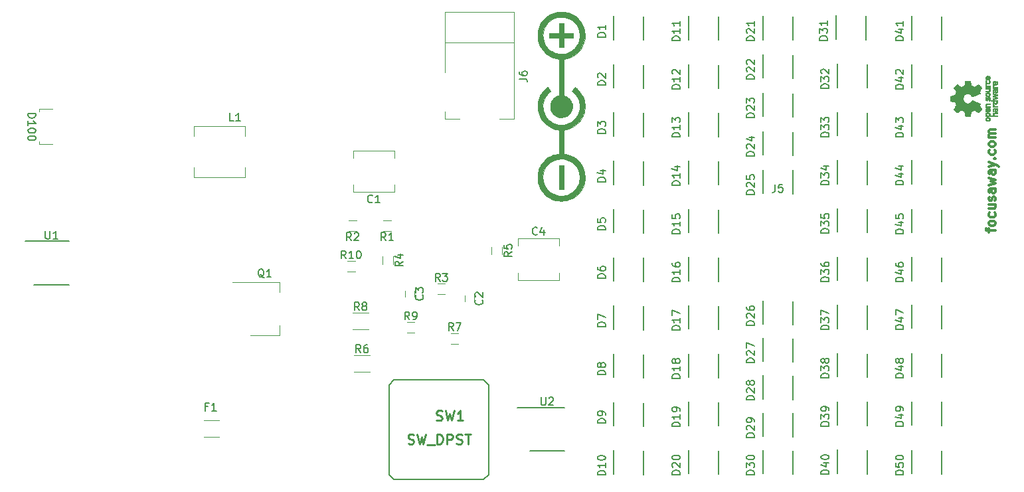
<source format=gbr>
G04 #@! TF.GenerationSoftware,KiCad,Pcbnew,no-vcs-found-01f5a12~58~ubuntu14.04.1*
G04 #@! TF.CreationDate,2017-05-04T16:20:22+02:00*
G04 #@! TF.ProjectId,leddy,6C656464792E6B696361645F70636200,rev?*
G04 #@! TF.FileFunction,Legend,Top*
G04 #@! TF.FilePolarity,Positive*
%FSLAX46Y46*%
G04 Gerber Fmt 4.6, Leading zero omitted, Abs format (unit mm)*
G04 Created by KiCad (PCBNEW no-vcs-found-01f5a12~58~ubuntu14.04.1) date Thu May  4 16:20:22 2017*
%MOMM*%
%LPD*%
G01*
G04 APERTURE LIST*
%ADD10C,0.100000*%
%ADD11C,0.300000*%
%ADD12C,0.010000*%
%ADD13C,0.120000*%
%ADD14C,0.150000*%
%ADD15C,0.203200*%
%ADD16C,0.254000*%
G04 APERTURE END LIST*
D10*
D11*
X208942857Y-76228571D02*
X208942857Y-75771428D01*
X209742857Y-76057142D02*
X208714285Y-76057142D01*
X208600000Y-76000000D01*
X208542857Y-75885714D01*
X208542857Y-75771428D01*
X209742857Y-75200000D02*
X209685714Y-75314285D01*
X209628571Y-75371428D01*
X209514285Y-75428571D01*
X209171428Y-75428571D01*
X209057142Y-75371428D01*
X209000000Y-75314285D01*
X208942857Y-75200000D01*
X208942857Y-75028571D01*
X209000000Y-74914285D01*
X209057142Y-74857142D01*
X209171428Y-74800000D01*
X209514285Y-74800000D01*
X209628571Y-74857142D01*
X209685714Y-74914285D01*
X209742857Y-75028571D01*
X209742857Y-75200000D01*
X209685714Y-73771428D02*
X209742857Y-73885714D01*
X209742857Y-74114285D01*
X209685714Y-74228571D01*
X209628571Y-74285714D01*
X209514285Y-74342857D01*
X209171428Y-74342857D01*
X209057142Y-74285714D01*
X209000000Y-74228571D01*
X208942857Y-74114285D01*
X208942857Y-73885714D01*
X209000000Y-73771428D01*
X208942857Y-72742857D02*
X209742857Y-72742857D01*
X208942857Y-73257142D02*
X209571428Y-73257142D01*
X209685714Y-73200000D01*
X209742857Y-73085714D01*
X209742857Y-72914285D01*
X209685714Y-72800000D01*
X209628571Y-72742857D01*
X209685714Y-72228571D02*
X209742857Y-72114285D01*
X209742857Y-71885714D01*
X209685714Y-71771428D01*
X209571428Y-71714285D01*
X209514285Y-71714285D01*
X209400000Y-71771428D01*
X209342857Y-71885714D01*
X209342857Y-72057142D01*
X209285714Y-72171428D01*
X209171428Y-72228571D01*
X209114285Y-72228571D01*
X209000000Y-72171428D01*
X208942857Y-72057142D01*
X208942857Y-71885714D01*
X209000000Y-71771428D01*
X209742857Y-70685714D02*
X209114285Y-70685714D01*
X209000000Y-70742857D01*
X208942857Y-70857142D01*
X208942857Y-71085714D01*
X209000000Y-71200000D01*
X209685714Y-70685714D02*
X209742857Y-70800000D01*
X209742857Y-71085714D01*
X209685714Y-71200000D01*
X209571428Y-71257142D01*
X209457142Y-71257142D01*
X209342857Y-71200000D01*
X209285714Y-71085714D01*
X209285714Y-70800000D01*
X209228571Y-70685714D01*
X208942857Y-70228571D02*
X209742857Y-70000000D01*
X209171428Y-69771428D01*
X209742857Y-69542857D01*
X208942857Y-69314285D01*
X209742857Y-68342857D02*
X209114285Y-68342857D01*
X209000000Y-68400000D01*
X208942857Y-68514285D01*
X208942857Y-68742857D01*
X209000000Y-68857142D01*
X209685714Y-68342857D02*
X209742857Y-68457142D01*
X209742857Y-68742857D01*
X209685714Y-68857142D01*
X209571428Y-68914285D01*
X209457142Y-68914285D01*
X209342857Y-68857142D01*
X209285714Y-68742857D01*
X209285714Y-68457142D01*
X209228571Y-68342857D01*
X208942857Y-67885714D02*
X209742857Y-67600000D01*
X208942857Y-67314285D02*
X209742857Y-67600000D01*
X210028571Y-67714285D01*
X210085714Y-67771428D01*
X210142857Y-67885714D01*
X209628571Y-66857142D02*
X209685714Y-66800000D01*
X209742857Y-66857142D01*
X209685714Y-66914285D01*
X209628571Y-66857142D01*
X209742857Y-66857142D01*
X209685714Y-65771428D02*
X209742857Y-65885714D01*
X209742857Y-66114285D01*
X209685714Y-66228571D01*
X209628571Y-66285714D01*
X209514285Y-66342857D01*
X209171428Y-66342857D01*
X209057142Y-66285714D01*
X209000000Y-66228571D01*
X208942857Y-66114285D01*
X208942857Y-65885714D01*
X209000000Y-65771428D01*
X209742857Y-65085714D02*
X209685714Y-65200000D01*
X209628571Y-65257142D01*
X209514285Y-65314285D01*
X209171428Y-65314285D01*
X209057142Y-65257142D01*
X209000000Y-65200000D01*
X208942857Y-65085714D01*
X208942857Y-64914285D01*
X209000000Y-64800000D01*
X209057142Y-64742857D01*
X209171428Y-64685714D01*
X209514285Y-64685714D01*
X209628571Y-64742857D01*
X209685714Y-64800000D01*
X209742857Y-64914285D01*
X209742857Y-65085714D01*
X209742857Y-64171428D02*
X208942857Y-64171428D01*
X209057142Y-64171428D02*
X209000000Y-64114285D01*
X208942857Y-64000000D01*
X208942857Y-63828571D01*
X209000000Y-63714285D01*
X209114285Y-63657142D01*
X209742857Y-63657142D01*
X209114285Y-63657142D02*
X209000000Y-63600000D01*
X208942857Y-63485714D01*
X208942857Y-63314285D01*
X209000000Y-63200000D01*
X209114285Y-63142857D01*
X209742857Y-63142857D01*
D12*
G36*
X151398872Y-59915744D02*
X151434983Y-59652575D01*
X151494910Y-59392878D01*
X151560535Y-59187772D01*
X151666325Y-58931853D01*
X151794094Y-58687580D01*
X151942939Y-58456162D01*
X152111958Y-58238811D01*
X152300249Y-58036734D01*
X152506909Y-57851142D01*
X152628088Y-57756522D01*
X152673156Y-57723068D01*
X152854424Y-57983476D01*
X152903954Y-58055192D01*
X152948325Y-58120515D01*
X152985598Y-58176502D01*
X153013833Y-58220210D01*
X153031092Y-58248696D01*
X153035693Y-58258598D01*
X153026301Y-58273099D01*
X153001697Y-58296877D01*
X152967800Y-58324325D01*
X152797816Y-58467206D01*
X152640579Y-58629754D01*
X152497958Y-58808964D01*
X152371818Y-59001829D01*
X152264029Y-59205345D01*
X152176457Y-59416504D01*
X152110970Y-59632302D01*
X152086844Y-59742297D01*
X152053363Y-59982963D01*
X152044217Y-60223002D01*
X152058889Y-60460705D01*
X152096861Y-60694363D01*
X152157618Y-60922270D01*
X152240642Y-61142717D01*
X152345416Y-61353994D01*
X152471424Y-61554395D01*
X152618148Y-61742211D01*
X152727568Y-61859937D01*
X152909624Y-62025706D01*
X153103671Y-62169395D01*
X153309802Y-62291049D01*
X153528108Y-62390714D01*
X153758680Y-62468438D01*
X154001610Y-62524266D01*
X154060499Y-62534213D01*
X154157379Y-62545559D01*
X154270783Y-62552486D01*
X154392636Y-62554991D01*
X154514862Y-62553070D01*
X154629384Y-62546722D01*
X154728126Y-62535943D01*
X154737789Y-62534469D01*
X154980493Y-62484095D01*
X155213307Y-62411559D01*
X155434956Y-62317667D01*
X155644164Y-62203224D01*
X155839658Y-62069035D01*
X156020161Y-61915905D01*
X156184399Y-61744638D01*
X156331096Y-61556041D01*
X156363926Y-61507722D01*
X156488025Y-61297975D01*
X156589266Y-61079554D01*
X156667417Y-60854151D01*
X156722247Y-60623460D01*
X156753523Y-60389171D01*
X156761015Y-60152977D01*
X156744490Y-59916569D01*
X156703717Y-59681639D01*
X156643581Y-59465197D01*
X156555388Y-59237461D01*
X156445446Y-59021548D01*
X156314717Y-58818845D01*
X156164161Y-58630737D01*
X155994741Y-58458611D01*
X155873836Y-58355061D01*
X155757029Y-58261660D01*
X155799058Y-58202884D01*
X155819575Y-58173874D01*
X155851308Y-58128610D01*
X155891166Y-58071521D01*
X155936058Y-58007035D01*
X155982754Y-57939777D01*
X156026501Y-57877220D01*
X156065552Y-57822405D01*
X156097618Y-57778459D01*
X156120410Y-57748513D01*
X156131640Y-57735697D01*
X156132202Y-57735445D01*
X156149257Y-57743476D01*
X156181416Y-57765679D01*
X156225259Y-57799218D01*
X156277364Y-57841256D01*
X156334311Y-57888957D01*
X156392677Y-57939486D01*
X156449043Y-57990005D01*
X156499988Y-58037680D01*
X156518319Y-58055552D01*
X156707021Y-58259398D01*
X156874233Y-58475877D01*
X157019550Y-58704024D01*
X157142570Y-58942874D01*
X157242889Y-59191461D01*
X157320101Y-59448819D01*
X157373804Y-59713984D01*
X157403594Y-59985989D01*
X157410009Y-60187425D01*
X157401123Y-60443699D01*
X157373925Y-60686153D01*
X157327366Y-60919254D01*
X157260401Y-61147468D01*
X157171983Y-61375259D01*
X157090949Y-61548534D01*
X156957788Y-61787073D01*
X156804378Y-62011248D01*
X156631867Y-62219904D01*
X156441403Y-62411883D01*
X156234133Y-62586027D01*
X156011206Y-62741180D01*
X155773868Y-62876135D01*
X155526949Y-62989227D01*
X155276394Y-63078205D01*
X155019067Y-63144096D01*
X154877107Y-63170293D01*
X154701682Y-63198492D01*
X154708070Y-66241930D01*
X154796089Y-66251432D01*
X155009191Y-66284346D01*
X155229042Y-66336827D01*
X155449657Y-66406756D01*
X155665049Y-66492014D01*
X155869234Y-66590482D01*
X156047228Y-66694240D01*
X156188520Y-66791951D01*
X156331369Y-66903809D01*
X156470155Y-67024788D01*
X156599258Y-67149861D01*
X156713056Y-67274001D01*
X156761737Y-67333232D01*
X156923770Y-67558571D01*
X157062626Y-67793664D01*
X157178289Y-68038465D01*
X157270744Y-68292929D01*
X157339973Y-68557010D01*
X157385961Y-68830664D01*
X157408692Y-69113844D01*
X157410449Y-69171732D01*
X157411815Y-69248547D01*
X157412465Y-69320133D01*
X157412398Y-69381259D01*
X157411615Y-69426699D01*
X157410459Y-69448366D01*
X157391313Y-69618838D01*
X157369320Y-69770515D01*
X157343227Y-69909697D01*
X157311783Y-70042687D01*
X157273736Y-70175787D01*
X157253095Y-70240544D01*
X157157922Y-70491003D01*
X157041341Y-70729277D01*
X156904491Y-70954320D01*
X156748512Y-71165087D01*
X156574541Y-71360533D01*
X156383718Y-71539612D01*
X156177183Y-71701277D01*
X155956073Y-71844485D01*
X155721529Y-71968188D01*
X155474689Y-72071342D01*
X155216692Y-72152901D01*
X155151783Y-72169501D01*
X155040579Y-72195396D01*
X154940777Y-72215476D01*
X154846295Y-72230408D01*
X154751052Y-72240860D01*
X154648966Y-72247499D01*
X154533958Y-72250993D01*
X154400000Y-72252008D01*
X154393713Y-72251961D01*
X154393713Y-71592277D01*
X154643496Y-71580589D01*
X154885570Y-71545747D01*
X155118899Y-71488088D01*
X155342444Y-71407945D01*
X155555171Y-71305653D01*
X155756040Y-71181549D01*
X155829281Y-71128562D01*
X156010349Y-70976416D01*
X156173641Y-70807296D01*
X156318261Y-70622872D01*
X156443313Y-70424812D01*
X156547901Y-70214783D01*
X156631129Y-69994455D01*
X156692102Y-69765495D01*
X156729924Y-69529571D01*
X156738223Y-69435792D01*
X156742248Y-69376993D01*
X156745769Y-69325609D01*
X156748348Y-69288000D01*
X156749427Y-69272326D01*
X156749184Y-69250981D01*
X156747311Y-69209949D01*
X156744099Y-69154617D01*
X156739841Y-69090374D01*
X156738524Y-69071841D01*
X156709016Y-68827380D01*
X156657086Y-68592608D01*
X156583783Y-68368570D01*
X156490152Y-68156314D01*
X156377241Y-67956886D01*
X156246096Y-67771332D01*
X156097765Y-67600700D01*
X155933294Y-67446035D01*
X155753730Y-67308384D01*
X155560120Y-67188794D01*
X155353511Y-67088311D01*
X155134949Y-67007981D01*
X154905482Y-66948851D01*
X154666157Y-66911969D01*
X154569753Y-66903799D01*
X154320720Y-66899129D01*
X154077934Y-66917617D01*
X153842640Y-66958571D01*
X153616084Y-67021300D01*
X153399512Y-67105113D01*
X153194169Y-67209318D01*
X153001300Y-67333224D01*
X152822152Y-67476140D01*
X152657969Y-67637374D01*
X152509996Y-67816236D01*
X152379481Y-68012033D01*
X152295549Y-68166054D01*
X152200547Y-68384917D01*
X152128267Y-68612286D01*
X152078726Y-68845855D01*
X152051938Y-69083323D01*
X152047919Y-69322385D01*
X152066685Y-69560736D01*
X152108252Y-69796074D01*
X152172634Y-70026095D01*
X152259848Y-70248494D01*
X152281188Y-70294271D01*
X152395248Y-70503883D01*
X152528051Y-70697469D01*
X152678348Y-70874261D01*
X152844892Y-71033495D01*
X153026436Y-71174402D01*
X153221731Y-71296216D01*
X153429530Y-71398171D01*
X153648587Y-71479501D01*
X153877652Y-71539438D01*
X154115479Y-71577216D01*
X154360821Y-71592070D01*
X154393713Y-71592277D01*
X154393713Y-72251961D01*
X154266165Y-72250991D01*
X154151286Y-72247509D01*
X154049237Y-72240919D01*
X153953894Y-72230579D01*
X153859131Y-72215845D01*
X153758820Y-72196075D01*
X153664406Y-72174779D01*
X153402510Y-72100651D01*
X153151871Y-72004584D01*
X152913511Y-71887615D01*
X152688452Y-71750777D01*
X152477719Y-71595105D01*
X152282333Y-71421632D01*
X152103316Y-71231395D01*
X151941693Y-71025425D01*
X151798484Y-70804760D01*
X151674713Y-70570432D01*
X151571403Y-70323476D01*
X151489576Y-70064926D01*
X151460030Y-69945049D01*
X151437696Y-69841728D01*
X151420410Y-69750281D01*
X151407575Y-69664751D01*
X151398593Y-69579180D01*
X151392868Y-69487608D01*
X151389800Y-69384078D01*
X151388794Y-69262632D01*
X151388788Y-69234604D01*
X151390009Y-69099914D01*
X151393863Y-68984027D01*
X151401015Y-68880673D01*
X151412124Y-68783585D01*
X151427852Y-68686493D01*
X151448862Y-68583129D01*
X151465019Y-68512345D01*
X151534558Y-68266823D01*
X151625906Y-68025035D01*
X151736974Y-67791406D01*
X151865669Y-67570362D01*
X152000851Y-67378007D01*
X152075786Y-67286506D01*
X152164086Y-67188030D01*
X152259408Y-67089098D01*
X152355405Y-66996233D01*
X152445730Y-66915956D01*
X152469852Y-66896047D01*
X152675264Y-66744923D01*
X152895871Y-66610609D01*
X153128154Y-66494631D01*
X153368592Y-66398516D01*
X153613665Y-66323789D01*
X153859854Y-66271976D01*
X153934753Y-66260949D01*
X153987446Y-66253751D01*
X154033363Y-66247050D01*
X154064603Y-66242012D01*
X154069926Y-66241000D01*
X154098218Y-66235164D01*
X154098218Y-63192673D01*
X154068411Y-63192673D01*
X154035940Y-63190028D01*
X153984545Y-63182783D01*
X153919813Y-63171976D01*
X153847329Y-63158641D01*
X153772678Y-63143815D01*
X153701447Y-63128534D01*
X153639221Y-63113835D01*
X153628171Y-63111010D01*
X153379725Y-63033687D01*
X153137303Y-62933013D01*
X152903058Y-62810485D01*
X152679139Y-62667601D01*
X152467697Y-62505857D01*
X152270883Y-62326752D01*
X152090848Y-62131781D01*
X151938247Y-61934549D01*
X151792562Y-61707065D01*
X151668752Y-61468951D01*
X151567062Y-61221970D01*
X151487732Y-60967883D01*
X151431006Y-60708455D01*
X151397125Y-60445447D01*
X151386333Y-60180622D01*
X151398872Y-59915744D01*
X151398872Y-59915744D01*
G37*
X151398872Y-59915744D02*
X151434983Y-59652575D01*
X151494910Y-59392878D01*
X151560535Y-59187772D01*
X151666325Y-58931853D01*
X151794094Y-58687580D01*
X151942939Y-58456162D01*
X152111958Y-58238811D01*
X152300249Y-58036734D01*
X152506909Y-57851142D01*
X152628088Y-57756522D01*
X152673156Y-57723068D01*
X152854424Y-57983476D01*
X152903954Y-58055192D01*
X152948325Y-58120515D01*
X152985598Y-58176502D01*
X153013833Y-58220210D01*
X153031092Y-58248696D01*
X153035693Y-58258598D01*
X153026301Y-58273099D01*
X153001697Y-58296877D01*
X152967800Y-58324325D01*
X152797816Y-58467206D01*
X152640579Y-58629754D01*
X152497958Y-58808964D01*
X152371818Y-59001829D01*
X152264029Y-59205345D01*
X152176457Y-59416504D01*
X152110970Y-59632302D01*
X152086844Y-59742297D01*
X152053363Y-59982963D01*
X152044217Y-60223002D01*
X152058889Y-60460705D01*
X152096861Y-60694363D01*
X152157618Y-60922270D01*
X152240642Y-61142717D01*
X152345416Y-61353994D01*
X152471424Y-61554395D01*
X152618148Y-61742211D01*
X152727568Y-61859937D01*
X152909624Y-62025706D01*
X153103671Y-62169395D01*
X153309802Y-62291049D01*
X153528108Y-62390714D01*
X153758680Y-62468438D01*
X154001610Y-62524266D01*
X154060499Y-62534213D01*
X154157379Y-62545559D01*
X154270783Y-62552486D01*
X154392636Y-62554991D01*
X154514862Y-62553070D01*
X154629384Y-62546722D01*
X154728126Y-62535943D01*
X154737789Y-62534469D01*
X154980493Y-62484095D01*
X155213307Y-62411559D01*
X155434956Y-62317667D01*
X155644164Y-62203224D01*
X155839658Y-62069035D01*
X156020161Y-61915905D01*
X156184399Y-61744638D01*
X156331096Y-61556041D01*
X156363926Y-61507722D01*
X156488025Y-61297975D01*
X156589266Y-61079554D01*
X156667417Y-60854151D01*
X156722247Y-60623460D01*
X156753523Y-60389171D01*
X156761015Y-60152977D01*
X156744490Y-59916569D01*
X156703717Y-59681639D01*
X156643581Y-59465197D01*
X156555388Y-59237461D01*
X156445446Y-59021548D01*
X156314717Y-58818845D01*
X156164161Y-58630737D01*
X155994741Y-58458611D01*
X155873836Y-58355061D01*
X155757029Y-58261660D01*
X155799058Y-58202884D01*
X155819575Y-58173874D01*
X155851308Y-58128610D01*
X155891166Y-58071521D01*
X155936058Y-58007035D01*
X155982754Y-57939777D01*
X156026501Y-57877220D01*
X156065552Y-57822405D01*
X156097618Y-57778459D01*
X156120410Y-57748513D01*
X156131640Y-57735697D01*
X156132202Y-57735445D01*
X156149257Y-57743476D01*
X156181416Y-57765679D01*
X156225259Y-57799218D01*
X156277364Y-57841256D01*
X156334311Y-57888957D01*
X156392677Y-57939486D01*
X156449043Y-57990005D01*
X156499988Y-58037680D01*
X156518319Y-58055552D01*
X156707021Y-58259398D01*
X156874233Y-58475877D01*
X157019550Y-58704024D01*
X157142570Y-58942874D01*
X157242889Y-59191461D01*
X157320101Y-59448819D01*
X157373804Y-59713984D01*
X157403594Y-59985989D01*
X157410009Y-60187425D01*
X157401123Y-60443699D01*
X157373925Y-60686153D01*
X157327366Y-60919254D01*
X157260401Y-61147468D01*
X157171983Y-61375259D01*
X157090949Y-61548534D01*
X156957788Y-61787073D01*
X156804378Y-62011248D01*
X156631867Y-62219904D01*
X156441403Y-62411883D01*
X156234133Y-62586027D01*
X156011206Y-62741180D01*
X155773868Y-62876135D01*
X155526949Y-62989227D01*
X155276394Y-63078205D01*
X155019067Y-63144096D01*
X154877107Y-63170293D01*
X154701682Y-63198492D01*
X154708070Y-66241930D01*
X154796089Y-66251432D01*
X155009191Y-66284346D01*
X155229042Y-66336827D01*
X155449657Y-66406756D01*
X155665049Y-66492014D01*
X155869234Y-66590482D01*
X156047228Y-66694240D01*
X156188520Y-66791951D01*
X156331369Y-66903809D01*
X156470155Y-67024788D01*
X156599258Y-67149861D01*
X156713056Y-67274001D01*
X156761737Y-67333232D01*
X156923770Y-67558571D01*
X157062626Y-67793664D01*
X157178289Y-68038465D01*
X157270744Y-68292929D01*
X157339973Y-68557010D01*
X157385961Y-68830664D01*
X157408692Y-69113844D01*
X157410449Y-69171732D01*
X157411815Y-69248547D01*
X157412465Y-69320133D01*
X157412398Y-69381259D01*
X157411615Y-69426699D01*
X157410459Y-69448366D01*
X157391313Y-69618838D01*
X157369320Y-69770515D01*
X157343227Y-69909697D01*
X157311783Y-70042687D01*
X157273736Y-70175787D01*
X157253095Y-70240544D01*
X157157922Y-70491003D01*
X157041341Y-70729277D01*
X156904491Y-70954320D01*
X156748512Y-71165087D01*
X156574541Y-71360533D01*
X156383718Y-71539612D01*
X156177183Y-71701277D01*
X155956073Y-71844485D01*
X155721529Y-71968188D01*
X155474689Y-72071342D01*
X155216692Y-72152901D01*
X155151783Y-72169501D01*
X155040579Y-72195396D01*
X154940777Y-72215476D01*
X154846295Y-72230408D01*
X154751052Y-72240860D01*
X154648966Y-72247499D01*
X154533958Y-72250993D01*
X154400000Y-72252008D01*
X154393713Y-72251961D01*
X154393713Y-71592277D01*
X154643496Y-71580589D01*
X154885570Y-71545747D01*
X155118899Y-71488088D01*
X155342444Y-71407945D01*
X155555171Y-71305653D01*
X155756040Y-71181549D01*
X155829281Y-71128562D01*
X156010349Y-70976416D01*
X156173641Y-70807296D01*
X156318261Y-70622872D01*
X156443313Y-70424812D01*
X156547901Y-70214783D01*
X156631129Y-69994455D01*
X156692102Y-69765495D01*
X156729924Y-69529571D01*
X156738223Y-69435792D01*
X156742248Y-69376993D01*
X156745769Y-69325609D01*
X156748348Y-69288000D01*
X156749427Y-69272326D01*
X156749184Y-69250981D01*
X156747311Y-69209949D01*
X156744099Y-69154617D01*
X156739841Y-69090374D01*
X156738524Y-69071841D01*
X156709016Y-68827380D01*
X156657086Y-68592608D01*
X156583783Y-68368570D01*
X156490152Y-68156314D01*
X156377241Y-67956886D01*
X156246096Y-67771332D01*
X156097765Y-67600700D01*
X155933294Y-67446035D01*
X155753730Y-67308384D01*
X155560120Y-67188794D01*
X155353511Y-67088311D01*
X155134949Y-67007981D01*
X154905482Y-66948851D01*
X154666157Y-66911969D01*
X154569753Y-66903799D01*
X154320720Y-66899129D01*
X154077934Y-66917617D01*
X153842640Y-66958571D01*
X153616084Y-67021300D01*
X153399512Y-67105113D01*
X153194169Y-67209318D01*
X153001300Y-67333224D01*
X152822152Y-67476140D01*
X152657969Y-67637374D01*
X152509996Y-67816236D01*
X152379481Y-68012033D01*
X152295549Y-68166054D01*
X152200547Y-68384917D01*
X152128267Y-68612286D01*
X152078726Y-68845855D01*
X152051938Y-69083323D01*
X152047919Y-69322385D01*
X152066685Y-69560736D01*
X152108252Y-69796074D01*
X152172634Y-70026095D01*
X152259848Y-70248494D01*
X152281188Y-70294271D01*
X152395248Y-70503883D01*
X152528051Y-70697469D01*
X152678348Y-70874261D01*
X152844892Y-71033495D01*
X153026436Y-71174402D01*
X153221731Y-71296216D01*
X153429530Y-71398171D01*
X153648587Y-71479501D01*
X153877652Y-71539438D01*
X154115479Y-71577216D01*
X154360821Y-71592070D01*
X154393713Y-71592277D01*
X154393713Y-72251961D01*
X154266165Y-72250991D01*
X154151286Y-72247509D01*
X154049237Y-72240919D01*
X153953894Y-72230579D01*
X153859131Y-72215845D01*
X153758820Y-72196075D01*
X153664406Y-72174779D01*
X153402510Y-72100651D01*
X153151871Y-72004584D01*
X152913511Y-71887615D01*
X152688452Y-71750777D01*
X152477719Y-71595105D01*
X152282333Y-71421632D01*
X152103316Y-71231395D01*
X151941693Y-71025425D01*
X151798484Y-70804760D01*
X151674713Y-70570432D01*
X151571403Y-70323476D01*
X151489576Y-70064926D01*
X151460030Y-69945049D01*
X151437696Y-69841728D01*
X151420410Y-69750281D01*
X151407575Y-69664751D01*
X151398593Y-69579180D01*
X151392868Y-69487608D01*
X151389800Y-69384078D01*
X151388794Y-69262632D01*
X151388788Y-69234604D01*
X151390009Y-69099914D01*
X151393863Y-68984027D01*
X151401015Y-68880673D01*
X151412124Y-68783585D01*
X151427852Y-68686493D01*
X151448862Y-68583129D01*
X151465019Y-68512345D01*
X151534558Y-68266823D01*
X151625906Y-68025035D01*
X151736974Y-67791406D01*
X151865669Y-67570362D01*
X152000851Y-67378007D01*
X152075786Y-67286506D01*
X152164086Y-67188030D01*
X152259408Y-67089098D01*
X152355405Y-66996233D01*
X152445730Y-66915956D01*
X152469852Y-66896047D01*
X152675264Y-66744923D01*
X152895871Y-66610609D01*
X153128154Y-66494631D01*
X153368592Y-66398516D01*
X153613665Y-66323789D01*
X153859854Y-66271976D01*
X153934753Y-66260949D01*
X153987446Y-66253751D01*
X154033363Y-66247050D01*
X154064603Y-66242012D01*
X154069926Y-66241000D01*
X154098218Y-66235164D01*
X154098218Y-63192673D01*
X154068411Y-63192673D01*
X154035940Y-63190028D01*
X153984545Y-63182783D01*
X153919813Y-63171976D01*
X153847329Y-63158641D01*
X153772678Y-63143815D01*
X153701447Y-63128534D01*
X153639221Y-63113835D01*
X153628171Y-63111010D01*
X153379725Y-63033687D01*
X153137303Y-62933013D01*
X152903058Y-62810485D01*
X152679139Y-62667601D01*
X152467697Y-62505857D01*
X152270883Y-62326752D01*
X152090848Y-62131781D01*
X151938247Y-61934549D01*
X151792562Y-61707065D01*
X151668752Y-61468951D01*
X151567062Y-61221970D01*
X151487732Y-60967883D01*
X151431006Y-60708455D01*
X151397125Y-60445447D01*
X151386333Y-60180622D01*
X151398872Y-59915744D01*
G36*
X151385352Y-51025143D02*
X151389561Y-50915976D01*
X151393539Y-50862719D01*
X151430082Y-50594538D01*
X151489392Y-50331342D01*
X151570554Y-50075379D01*
X151672654Y-49828897D01*
X151794776Y-49594145D01*
X151936007Y-49373370D01*
X152071108Y-49197524D01*
X152253650Y-48998399D01*
X152452612Y-48817957D01*
X152666754Y-48656979D01*
X152894838Y-48516245D01*
X153135623Y-48396532D01*
X153387869Y-48298620D01*
X153601549Y-48235364D01*
X153856313Y-48181602D01*
X154118125Y-48148398D01*
X154382526Y-48135843D01*
X154645057Y-48144030D01*
X154901257Y-48173050D01*
X155071311Y-48205113D01*
X155340062Y-48276908D01*
X155597173Y-48370324D01*
X155841710Y-48484731D01*
X156072735Y-48619499D01*
X156289311Y-48773998D01*
X156490501Y-48947597D01*
X156675370Y-49139668D01*
X156842980Y-49349580D01*
X156904804Y-49438134D01*
X157045671Y-49669936D01*
X157163787Y-49911925D01*
X157259355Y-50164626D01*
X157332574Y-50428566D01*
X157380834Y-50684893D01*
X157388743Y-50749334D01*
X157396003Y-50828923D01*
X157402373Y-50918322D01*
X157407614Y-51012193D01*
X157411484Y-51105196D01*
X157413745Y-51191993D01*
X157414155Y-51267245D01*
X157412474Y-51325614D01*
X157410670Y-51347722D01*
X157407233Y-51378934D01*
X157402019Y-51427447D01*
X157395854Y-51485549D01*
X157391837Y-51523762D01*
X157353789Y-51772235D01*
X157292397Y-52021053D01*
X157209154Y-52266628D01*
X157105555Y-52505371D01*
X156983096Y-52733696D01*
X156843269Y-52948015D01*
X156744941Y-53076683D01*
X156674354Y-53158737D01*
X156590585Y-53248605D01*
X156500408Y-53339491D01*
X156410595Y-53424593D01*
X156327921Y-53497115D01*
X156317575Y-53505654D01*
X156119178Y-53652453D01*
X155903255Y-53783364D01*
X155672735Y-53897128D01*
X155430547Y-53992489D01*
X155179620Y-54068187D01*
X154922882Y-54122964D01*
X154855817Y-54133583D01*
X154701782Y-54156222D01*
X154701782Y-56486921D01*
X154701813Y-56781443D01*
X154701908Y-57051726D01*
X154702075Y-57298680D01*
X154702318Y-57523214D01*
X154702645Y-57726238D01*
X154703061Y-57908661D01*
X154703573Y-58071394D01*
X154704186Y-58215345D01*
X154704907Y-58341424D01*
X154705742Y-58450541D01*
X154706697Y-58543606D01*
X154707778Y-58621527D01*
X154708992Y-58685215D01*
X154710343Y-58735579D01*
X154711840Y-58773529D01*
X154713486Y-58799974D01*
X154715290Y-58815824D01*
X154717256Y-58821989D01*
X154717500Y-58822120D01*
X154876421Y-58872827D01*
X155014878Y-58928895D01*
X155137391Y-58992807D01*
X155248478Y-59067043D01*
X155352660Y-59154085D01*
X155393825Y-59193453D01*
X155513268Y-59328728D01*
X155612215Y-59476164D01*
X155690661Y-59633467D01*
X155748604Y-59798342D01*
X155786040Y-59968494D01*
X155802966Y-60141628D01*
X155799379Y-60315450D01*
X155775275Y-60487664D01*
X155730650Y-60655977D01*
X155665503Y-60818093D01*
X155579829Y-60971717D01*
X155473625Y-61114555D01*
X155396705Y-61197447D01*
X155258261Y-61319461D01*
X155112292Y-61418275D01*
X154956607Y-61495267D01*
X154872636Y-61526614D01*
X154691073Y-61575202D01*
X154508158Y-61600427D01*
X154404344Y-61601845D01*
X154404344Y-53497920D01*
X154647590Y-53487239D01*
X154879902Y-53454801D01*
X155103923Y-53400020D01*
X155322297Y-53322306D01*
X155449951Y-53265272D01*
X155657535Y-53151884D01*
X155849778Y-53019258D01*
X156025814Y-52868723D01*
X156184775Y-52701607D01*
X156325794Y-52519239D01*
X156448002Y-52322947D01*
X156550533Y-52114060D01*
X156632520Y-51893907D01*
X156693094Y-51663815D01*
X156731388Y-51425115D01*
X156742962Y-51284851D01*
X156745526Y-51239507D01*
X156747920Y-51199896D01*
X156748950Y-51184257D01*
X156748885Y-51160364D01*
X156747147Y-51117104D01*
X156744021Y-51060183D01*
X156739792Y-50995305D01*
X156738769Y-50980914D01*
X156709097Y-50734058D01*
X156656947Y-50497185D01*
X156583209Y-50271321D01*
X156488772Y-50057491D01*
X156374528Y-49856722D01*
X156241366Y-49670038D01*
X156090176Y-49498466D01*
X155921849Y-49343030D01*
X155737274Y-49204757D01*
X155537342Y-49084672D01*
X155322942Y-48983801D01*
X155094965Y-48903169D01*
X154890396Y-48851147D01*
X154796023Y-48835222D01*
X154683696Y-48822662D01*
X154560418Y-48813747D01*
X154433195Y-48808756D01*
X154309030Y-48807969D01*
X154194927Y-48811665D01*
X154101572Y-48819664D01*
X153855427Y-48861821D01*
X153620657Y-48926150D01*
X153397915Y-49012254D01*
X153187853Y-49119734D01*
X152991126Y-49248192D01*
X152808387Y-49397231D01*
X152640288Y-49566451D01*
X152487483Y-49755455D01*
X152429246Y-49838812D01*
X152315361Y-50031130D01*
X152221185Y-50236868D01*
X152147041Y-50453426D01*
X152093255Y-50678205D01*
X152060149Y-50908604D01*
X152048048Y-51142023D01*
X152057274Y-51375863D01*
X152088153Y-51607522D01*
X152141007Y-51834402D01*
X152169337Y-51926138D01*
X152256375Y-52149560D01*
X152363986Y-52359402D01*
X152490996Y-52554717D01*
X152636231Y-52734554D01*
X152798517Y-52897966D01*
X152976681Y-53044004D01*
X153169549Y-53171719D01*
X153375947Y-53280164D01*
X153594701Y-53368388D01*
X153824637Y-53435444D01*
X154064582Y-53480383D01*
X154097888Y-53484730D01*
X154149574Y-53489468D01*
X154218586Y-53493451D01*
X154297106Y-53496343D01*
X154377316Y-53497808D01*
X154404344Y-53497920D01*
X154404344Y-61601845D01*
X154326057Y-61602915D01*
X154146936Y-61583295D01*
X153972961Y-61542196D01*
X153806296Y-61480244D01*
X153649108Y-61398068D01*
X153503563Y-61296295D01*
X153371826Y-61175555D01*
X153276353Y-61063789D01*
X153176549Y-60912718D01*
X153098111Y-60750818D01*
X153041103Y-60580623D01*
X153005588Y-60404671D01*
X152991630Y-60225498D01*
X152999292Y-60045638D01*
X153028637Y-59867628D01*
X153079728Y-59694004D01*
X153152631Y-59527302D01*
X153234461Y-59388960D01*
X153265287Y-59347436D01*
X153307642Y-59296063D01*
X153355030Y-59242527D01*
X153385791Y-59209865D01*
X153503370Y-59101129D01*
X153629455Y-59009704D01*
X153767868Y-58933459D01*
X153922432Y-58870266D01*
X154082500Y-58821741D01*
X154084486Y-58816714D01*
X154086308Y-58802112D01*
X154087973Y-58777026D01*
X154089486Y-58740547D01*
X154090854Y-58691764D01*
X154092084Y-58629769D01*
X154093180Y-58553652D01*
X154094150Y-58462504D01*
X154094998Y-58355415D01*
X154095733Y-58231476D01*
X154096359Y-58089778D01*
X154096882Y-57929412D01*
X154097310Y-57749467D01*
X154097647Y-57549035D01*
X154097900Y-57327206D01*
X154098076Y-57083070D01*
X154098179Y-56815719D01*
X154098218Y-56524243D01*
X154098218Y-54154251D01*
X154019629Y-54145623D01*
X153861944Y-54122577D01*
X153692647Y-54087672D01*
X153520886Y-54043245D01*
X153355810Y-53991629D01*
X153225507Y-53943000D01*
X152977705Y-53828703D01*
X152744560Y-53694454D01*
X152526879Y-53541293D01*
X152325468Y-53370261D01*
X152141134Y-53182397D01*
X151974686Y-52978741D01*
X151826930Y-52760335D01*
X151698674Y-52528217D01*
X151590724Y-52283427D01*
X151503888Y-52027007D01*
X151438973Y-51759995D01*
X151412635Y-51607164D01*
X151401374Y-51510876D01*
X151392824Y-51397047D01*
X151387175Y-51273160D01*
X151384620Y-51146698D01*
X151385352Y-51025143D01*
X151385352Y-51025143D01*
G37*
X151385352Y-51025143D02*
X151389561Y-50915976D01*
X151393539Y-50862719D01*
X151430082Y-50594538D01*
X151489392Y-50331342D01*
X151570554Y-50075379D01*
X151672654Y-49828897D01*
X151794776Y-49594145D01*
X151936007Y-49373370D01*
X152071108Y-49197524D01*
X152253650Y-48998399D01*
X152452612Y-48817957D01*
X152666754Y-48656979D01*
X152894838Y-48516245D01*
X153135623Y-48396532D01*
X153387869Y-48298620D01*
X153601549Y-48235364D01*
X153856313Y-48181602D01*
X154118125Y-48148398D01*
X154382526Y-48135843D01*
X154645057Y-48144030D01*
X154901257Y-48173050D01*
X155071311Y-48205113D01*
X155340062Y-48276908D01*
X155597173Y-48370324D01*
X155841710Y-48484731D01*
X156072735Y-48619499D01*
X156289311Y-48773998D01*
X156490501Y-48947597D01*
X156675370Y-49139668D01*
X156842980Y-49349580D01*
X156904804Y-49438134D01*
X157045671Y-49669936D01*
X157163787Y-49911925D01*
X157259355Y-50164626D01*
X157332574Y-50428566D01*
X157380834Y-50684893D01*
X157388743Y-50749334D01*
X157396003Y-50828923D01*
X157402373Y-50918322D01*
X157407614Y-51012193D01*
X157411484Y-51105196D01*
X157413745Y-51191993D01*
X157414155Y-51267245D01*
X157412474Y-51325614D01*
X157410670Y-51347722D01*
X157407233Y-51378934D01*
X157402019Y-51427447D01*
X157395854Y-51485549D01*
X157391837Y-51523762D01*
X157353789Y-51772235D01*
X157292397Y-52021053D01*
X157209154Y-52266628D01*
X157105555Y-52505371D01*
X156983096Y-52733696D01*
X156843269Y-52948015D01*
X156744941Y-53076683D01*
X156674354Y-53158737D01*
X156590585Y-53248605D01*
X156500408Y-53339491D01*
X156410595Y-53424593D01*
X156327921Y-53497115D01*
X156317575Y-53505654D01*
X156119178Y-53652453D01*
X155903255Y-53783364D01*
X155672735Y-53897128D01*
X155430547Y-53992489D01*
X155179620Y-54068187D01*
X154922882Y-54122964D01*
X154855817Y-54133583D01*
X154701782Y-54156222D01*
X154701782Y-56486921D01*
X154701813Y-56781443D01*
X154701908Y-57051726D01*
X154702075Y-57298680D01*
X154702318Y-57523214D01*
X154702645Y-57726238D01*
X154703061Y-57908661D01*
X154703573Y-58071394D01*
X154704186Y-58215345D01*
X154704907Y-58341424D01*
X154705742Y-58450541D01*
X154706697Y-58543606D01*
X154707778Y-58621527D01*
X154708992Y-58685215D01*
X154710343Y-58735579D01*
X154711840Y-58773529D01*
X154713486Y-58799974D01*
X154715290Y-58815824D01*
X154717256Y-58821989D01*
X154717500Y-58822120D01*
X154876421Y-58872827D01*
X155014878Y-58928895D01*
X155137391Y-58992807D01*
X155248478Y-59067043D01*
X155352660Y-59154085D01*
X155393825Y-59193453D01*
X155513268Y-59328728D01*
X155612215Y-59476164D01*
X155690661Y-59633467D01*
X155748604Y-59798342D01*
X155786040Y-59968494D01*
X155802966Y-60141628D01*
X155799379Y-60315450D01*
X155775275Y-60487664D01*
X155730650Y-60655977D01*
X155665503Y-60818093D01*
X155579829Y-60971717D01*
X155473625Y-61114555D01*
X155396705Y-61197447D01*
X155258261Y-61319461D01*
X155112292Y-61418275D01*
X154956607Y-61495267D01*
X154872636Y-61526614D01*
X154691073Y-61575202D01*
X154508158Y-61600427D01*
X154404344Y-61601845D01*
X154404344Y-53497920D01*
X154647590Y-53487239D01*
X154879902Y-53454801D01*
X155103923Y-53400020D01*
X155322297Y-53322306D01*
X155449951Y-53265272D01*
X155657535Y-53151884D01*
X155849778Y-53019258D01*
X156025814Y-52868723D01*
X156184775Y-52701607D01*
X156325794Y-52519239D01*
X156448002Y-52322947D01*
X156550533Y-52114060D01*
X156632520Y-51893907D01*
X156693094Y-51663815D01*
X156731388Y-51425115D01*
X156742962Y-51284851D01*
X156745526Y-51239507D01*
X156747920Y-51199896D01*
X156748950Y-51184257D01*
X156748885Y-51160364D01*
X156747147Y-51117104D01*
X156744021Y-51060183D01*
X156739792Y-50995305D01*
X156738769Y-50980914D01*
X156709097Y-50734058D01*
X156656947Y-50497185D01*
X156583209Y-50271321D01*
X156488772Y-50057491D01*
X156374528Y-49856722D01*
X156241366Y-49670038D01*
X156090176Y-49498466D01*
X155921849Y-49343030D01*
X155737274Y-49204757D01*
X155537342Y-49084672D01*
X155322942Y-48983801D01*
X155094965Y-48903169D01*
X154890396Y-48851147D01*
X154796023Y-48835222D01*
X154683696Y-48822662D01*
X154560418Y-48813747D01*
X154433195Y-48808756D01*
X154309030Y-48807969D01*
X154194927Y-48811665D01*
X154101572Y-48819664D01*
X153855427Y-48861821D01*
X153620657Y-48926150D01*
X153397915Y-49012254D01*
X153187853Y-49119734D01*
X152991126Y-49248192D01*
X152808387Y-49397231D01*
X152640288Y-49566451D01*
X152487483Y-49755455D01*
X152429246Y-49838812D01*
X152315361Y-50031130D01*
X152221185Y-50236868D01*
X152147041Y-50453426D01*
X152093255Y-50678205D01*
X152060149Y-50908604D01*
X152048048Y-51142023D01*
X152057274Y-51375863D01*
X152088153Y-51607522D01*
X152141007Y-51834402D01*
X152169337Y-51926138D01*
X152256375Y-52149560D01*
X152363986Y-52359402D01*
X152490996Y-52554717D01*
X152636231Y-52734554D01*
X152798517Y-52897966D01*
X152976681Y-53044004D01*
X153169549Y-53171719D01*
X153375947Y-53280164D01*
X153594701Y-53368388D01*
X153824637Y-53435444D01*
X154064582Y-53480383D01*
X154097888Y-53484730D01*
X154149574Y-53489468D01*
X154218586Y-53493451D01*
X154297106Y-53496343D01*
X154377316Y-53497808D01*
X154404344Y-53497920D01*
X154404344Y-61601845D01*
X154326057Y-61602915D01*
X154146936Y-61583295D01*
X153972961Y-61542196D01*
X153806296Y-61480244D01*
X153649108Y-61398068D01*
X153503563Y-61296295D01*
X153371826Y-61175555D01*
X153276353Y-61063789D01*
X153176549Y-60912718D01*
X153098111Y-60750818D01*
X153041103Y-60580623D01*
X153005588Y-60404671D01*
X152991630Y-60225498D01*
X152999292Y-60045638D01*
X153028637Y-59867628D01*
X153079728Y-59694004D01*
X153152631Y-59527302D01*
X153234461Y-59388960D01*
X153265287Y-59347436D01*
X153307642Y-59296063D01*
X153355030Y-59242527D01*
X153385791Y-59209865D01*
X153503370Y-59101129D01*
X153629455Y-59009704D01*
X153767868Y-58933459D01*
X153922432Y-58870266D01*
X154082500Y-58821741D01*
X154084486Y-58816714D01*
X154086308Y-58802112D01*
X154087973Y-58777026D01*
X154089486Y-58740547D01*
X154090854Y-58691764D01*
X154092084Y-58629769D01*
X154093180Y-58553652D01*
X154094150Y-58462504D01*
X154094998Y-58355415D01*
X154095733Y-58231476D01*
X154096359Y-58089778D01*
X154096882Y-57929412D01*
X154097310Y-57749467D01*
X154097647Y-57549035D01*
X154097900Y-57327206D01*
X154098076Y-57083070D01*
X154098179Y-56815719D01*
X154098218Y-56524243D01*
X154098218Y-54154251D01*
X154019629Y-54145623D01*
X153861944Y-54122577D01*
X153692647Y-54087672D01*
X153520886Y-54043245D01*
X153355810Y-53991629D01*
X153225507Y-53943000D01*
X152977705Y-53828703D01*
X152744560Y-53694454D01*
X152526879Y-53541293D01*
X152325468Y-53370261D01*
X152141134Y-53182397D01*
X151974686Y-52978741D01*
X151826930Y-52760335D01*
X151698674Y-52528217D01*
X151590724Y-52283427D01*
X151503888Y-52027007D01*
X151438973Y-51759995D01*
X151412635Y-51607164D01*
X151401374Y-51510876D01*
X151392824Y-51397047D01*
X151387175Y-51273160D01*
X151384620Y-51146698D01*
X151385352Y-51025143D01*
G36*
X154701782Y-67731980D02*
X154701782Y-70749802D01*
X154098218Y-70749802D01*
X154098218Y-67731980D01*
X154701782Y-67731980D01*
X154701782Y-67731980D01*
G37*
X154701782Y-67731980D02*
X154701782Y-70749802D01*
X154098218Y-70749802D01*
X154098218Y-67731980D01*
X154701782Y-67731980D01*
G36*
X154098218Y-50844752D02*
X154098218Y-49637623D01*
X154701782Y-49637623D01*
X154701782Y-50844752D01*
X155908911Y-50844752D01*
X155908911Y-51448316D01*
X154701782Y-51448316D01*
X154701782Y-52655445D01*
X154098462Y-52655445D01*
X154095196Y-52055024D01*
X154091931Y-51454604D01*
X153491510Y-51451338D01*
X152891089Y-51448073D01*
X152891089Y-50844752D01*
X154098218Y-50844752D01*
X154098218Y-50844752D01*
G37*
X154098218Y-50844752D02*
X154098218Y-49637623D01*
X154701782Y-49637623D01*
X154701782Y-50844752D01*
X155908911Y-50844752D01*
X155908911Y-51448316D01*
X154701782Y-51448316D01*
X154701782Y-52655445D01*
X154098462Y-52655445D01*
X154095196Y-52055024D01*
X154091931Y-51454604D01*
X153491510Y-51451338D01*
X152891089Y-51448073D01*
X152891089Y-50844752D01*
X154098218Y-50844752D01*
D13*
X110797219Y-102377056D02*
X108797219Y-102377056D01*
X108797219Y-100237056D02*
X110797219Y-100237056D01*
D12*
G36*
X208469184Y-61108759D02*
X208482282Y-61082247D01*
X208505106Y-61049553D01*
X208529996Y-61025725D01*
X208561249Y-61009406D01*
X208603166Y-60999240D01*
X208660044Y-60993872D01*
X208736184Y-60991944D01*
X208768917Y-60991831D01*
X208840656Y-60992161D01*
X208891927Y-60993527D01*
X208927404Y-60996500D01*
X208951763Y-61001649D01*
X208969680Y-61009543D01*
X208981902Y-61017757D01*
X209033905Y-61070187D01*
X209065184Y-61131930D01*
X209074592Y-61198536D01*
X209060980Y-61265558D01*
X209051354Y-61286792D01*
X209024859Y-61337624D01*
X209440052Y-61337624D01*
X209420868Y-61300525D01*
X209406025Y-61251643D01*
X209402222Y-61191561D01*
X209409243Y-61131564D01*
X209425013Y-61086256D01*
X209455047Y-61048675D01*
X209498024Y-61016564D01*
X209502436Y-61014150D01*
X209523221Y-61003967D01*
X209544170Y-60996530D01*
X209569548Y-60991411D01*
X209603618Y-60988181D01*
X209650641Y-60986413D01*
X209714882Y-60985677D01*
X209787176Y-60985544D01*
X210017822Y-60985544D01*
X210017822Y-61123861D01*
X209592533Y-61123861D01*
X209559979Y-61162549D01*
X209533940Y-61202738D01*
X209529205Y-61240797D01*
X209541389Y-61279066D01*
X209553320Y-61299462D01*
X209570313Y-61314642D01*
X209595995Y-61325438D01*
X209633991Y-61332683D01*
X209687926Y-61337208D01*
X209761425Y-61339844D01*
X209810347Y-61340772D01*
X210011535Y-61343911D01*
X210015336Y-61409926D01*
X210019136Y-61475940D01*
X208770650Y-61475940D01*
X208770650Y-61337624D01*
X208840254Y-61334097D01*
X208888569Y-61322215D01*
X208918631Y-61300020D01*
X208933471Y-61265559D01*
X208936436Y-61230742D01*
X208933028Y-61191329D01*
X208919617Y-61165171D01*
X208901896Y-61148814D01*
X208882835Y-61135937D01*
X208861601Y-61128272D01*
X208831849Y-61124861D01*
X208787236Y-61124749D01*
X208749880Y-61125897D01*
X208693604Y-61128532D01*
X208656658Y-61132456D01*
X208633223Y-61139063D01*
X208617480Y-61149749D01*
X208608380Y-61159833D01*
X208588537Y-61201970D01*
X208585332Y-61251840D01*
X208592168Y-61280476D01*
X208616464Y-61308828D01*
X208663728Y-61327609D01*
X208733624Y-61336712D01*
X208770650Y-61337624D01*
X208770650Y-61475940D01*
X208458614Y-61475940D01*
X208458614Y-61406782D01*
X208460256Y-61365260D01*
X208466087Y-61343838D01*
X208477461Y-61337626D01*
X208477798Y-61337624D01*
X208488938Y-61334742D01*
X208487673Y-61322030D01*
X208475433Y-61296757D01*
X208456707Y-61237869D01*
X208454739Y-61171615D01*
X208469184Y-61108759D01*
X208469184Y-61108759D01*
G37*
X208469184Y-61108759D02*
X208482282Y-61082247D01*
X208505106Y-61049553D01*
X208529996Y-61025725D01*
X208561249Y-61009406D01*
X208603166Y-60999240D01*
X208660044Y-60993872D01*
X208736184Y-60991944D01*
X208768917Y-60991831D01*
X208840656Y-60992161D01*
X208891927Y-60993527D01*
X208927404Y-60996500D01*
X208951763Y-61001649D01*
X208969680Y-61009543D01*
X208981902Y-61017757D01*
X209033905Y-61070187D01*
X209065184Y-61131930D01*
X209074592Y-61198536D01*
X209060980Y-61265558D01*
X209051354Y-61286792D01*
X209024859Y-61337624D01*
X209440052Y-61337624D01*
X209420868Y-61300525D01*
X209406025Y-61251643D01*
X209402222Y-61191561D01*
X209409243Y-61131564D01*
X209425013Y-61086256D01*
X209455047Y-61048675D01*
X209498024Y-61016564D01*
X209502436Y-61014150D01*
X209523221Y-61003967D01*
X209544170Y-60996530D01*
X209569548Y-60991411D01*
X209603618Y-60988181D01*
X209650641Y-60986413D01*
X209714882Y-60985677D01*
X209787176Y-60985544D01*
X210017822Y-60985544D01*
X210017822Y-61123861D01*
X209592533Y-61123861D01*
X209559979Y-61162549D01*
X209533940Y-61202738D01*
X209529205Y-61240797D01*
X209541389Y-61279066D01*
X209553320Y-61299462D01*
X209570313Y-61314642D01*
X209595995Y-61325438D01*
X209633991Y-61332683D01*
X209687926Y-61337208D01*
X209761425Y-61339844D01*
X209810347Y-61340772D01*
X210011535Y-61343911D01*
X210015336Y-61409926D01*
X210019136Y-61475940D01*
X208770650Y-61475940D01*
X208770650Y-61337624D01*
X208840254Y-61334097D01*
X208888569Y-61322215D01*
X208918631Y-61300020D01*
X208933471Y-61265559D01*
X208936436Y-61230742D01*
X208933028Y-61191329D01*
X208919617Y-61165171D01*
X208901896Y-61148814D01*
X208882835Y-61135937D01*
X208861601Y-61128272D01*
X208831849Y-61124861D01*
X208787236Y-61124749D01*
X208749880Y-61125897D01*
X208693604Y-61128532D01*
X208656658Y-61132456D01*
X208633223Y-61139063D01*
X208617480Y-61149749D01*
X208608380Y-61159833D01*
X208588537Y-61201970D01*
X208585332Y-61251840D01*
X208592168Y-61280476D01*
X208616464Y-61308828D01*
X208663728Y-61327609D01*
X208733624Y-61336712D01*
X208770650Y-61337624D01*
X208770650Y-61475940D01*
X208458614Y-61475940D01*
X208458614Y-61406782D01*
X208460256Y-61365260D01*
X208466087Y-61343838D01*
X208477461Y-61337626D01*
X208477798Y-61337624D01*
X208488938Y-61334742D01*
X208487673Y-61322030D01*
X208475433Y-61296757D01*
X208456707Y-61237869D01*
X208454739Y-61171615D01*
X208469184Y-61108759D01*
G36*
X209406555Y-60584210D02*
X209422339Y-60525055D01*
X209450948Y-60480023D01*
X209488419Y-60448246D01*
X209504411Y-60438366D01*
X209521163Y-60431073D01*
X209542592Y-60425974D01*
X209572616Y-60422679D01*
X209615154Y-60420797D01*
X209674122Y-60419937D01*
X209753440Y-60419707D01*
X209774484Y-60419703D01*
X210017822Y-60419703D01*
X210017822Y-60480059D01*
X210015126Y-60518557D01*
X210008295Y-60547023D01*
X210004083Y-60554155D01*
X209996813Y-60573652D01*
X210004083Y-60593566D01*
X210013160Y-60626353D01*
X210016813Y-60673978D01*
X210015228Y-60726764D01*
X210008589Y-60775036D01*
X210000072Y-60803218D01*
X209965063Y-60857753D01*
X209916479Y-60891835D01*
X209851882Y-60907157D01*
X209850223Y-60907299D01*
X209821566Y-60905955D01*
X209821566Y-60784356D01*
X209854161Y-60773726D01*
X209872505Y-60756410D01*
X209886379Y-60721652D01*
X209891917Y-60675773D01*
X209889191Y-60628988D01*
X209878274Y-60591514D01*
X209871269Y-60581015D01*
X209838904Y-60562668D01*
X209802111Y-60558020D01*
X209753763Y-60558020D01*
X209753763Y-60627582D01*
X209758850Y-60693667D01*
X209773263Y-60743764D01*
X209795729Y-60774929D01*
X209821566Y-60784356D01*
X209821566Y-60905955D01*
X209779647Y-60903987D01*
X209723845Y-60880710D01*
X209681647Y-60836948D01*
X209677808Y-60830899D01*
X209665309Y-60804907D01*
X209657740Y-60772735D01*
X209654061Y-60727760D01*
X209653216Y-60674331D01*
X209653169Y-60558020D01*
X209604411Y-60558020D01*
X209566581Y-60562953D01*
X209541236Y-60575543D01*
X209539887Y-60577017D01*
X209528800Y-60605034D01*
X209524503Y-60647326D01*
X209526615Y-60694064D01*
X209534756Y-60735418D01*
X209546965Y-60759957D01*
X209556746Y-60773253D01*
X209558613Y-60787294D01*
X209550600Y-60806671D01*
X209530739Y-60835976D01*
X209497063Y-60879803D01*
X209493909Y-60883825D01*
X209482236Y-60881764D01*
X209462822Y-60864568D01*
X209441248Y-60838433D01*
X209423096Y-60809552D01*
X209418809Y-60800478D01*
X209410256Y-60767380D01*
X209404155Y-60718880D01*
X209401708Y-60664695D01*
X209401703Y-60662161D01*
X209406555Y-60584210D01*
X209406555Y-60584210D01*
G37*
X209406555Y-60584210D02*
X209422339Y-60525055D01*
X209450948Y-60480023D01*
X209488419Y-60448246D01*
X209504411Y-60438366D01*
X209521163Y-60431073D01*
X209542592Y-60425974D01*
X209572616Y-60422679D01*
X209615154Y-60420797D01*
X209674122Y-60419937D01*
X209753440Y-60419707D01*
X209774484Y-60419703D01*
X210017822Y-60419703D01*
X210017822Y-60480059D01*
X210015126Y-60518557D01*
X210008295Y-60547023D01*
X210004083Y-60554155D01*
X209996813Y-60573652D01*
X210004083Y-60593566D01*
X210013160Y-60626353D01*
X210016813Y-60673978D01*
X210015228Y-60726764D01*
X210008589Y-60775036D01*
X210000072Y-60803218D01*
X209965063Y-60857753D01*
X209916479Y-60891835D01*
X209851882Y-60907157D01*
X209850223Y-60907299D01*
X209821566Y-60905955D01*
X209821566Y-60784356D01*
X209854161Y-60773726D01*
X209872505Y-60756410D01*
X209886379Y-60721652D01*
X209891917Y-60675773D01*
X209889191Y-60628988D01*
X209878274Y-60591514D01*
X209871269Y-60581015D01*
X209838904Y-60562668D01*
X209802111Y-60558020D01*
X209753763Y-60558020D01*
X209753763Y-60627582D01*
X209758850Y-60693667D01*
X209773263Y-60743764D01*
X209795729Y-60774929D01*
X209821566Y-60784356D01*
X209821566Y-60905955D01*
X209779647Y-60903987D01*
X209723845Y-60880710D01*
X209681647Y-60836948D01*
X209677808Y-60830899D01*
X209665309Y-60804907D01*
X209657740Y-60772735D01*
X209654061Y-60727760D01*
X209653216Y-60674331D01*
X209653169Y-60558020D01*
X209604411Y-60558020D01*
X209566581Y-60562953D01*
X209541236Y-60575543D01*
X209539887Y-60577017D01*
X209528800Y-60605034D01*
X209524503Y-60647326D01*
X209526615Y-60694064D01*
X209534756Y-60735418D01*
X209546965Y-60759957D01*
X209556746Y-60773253D01*
X209558613Y-60787294D01*
X209550600Y-60806671D01*
X209530739Y-60835976D01*
X209497063Y-60879803D01*
X209493909Y-60883825D01*
X209482236Y-60881764D01*
X209462822Y-60864568D01*
X209441248Y-60838433D01*
X209423096Y-60809552D01*
X209418809Y-60800478D01*
X209410256Y-60767380D01*
X209404155Y-60718880D01*
X209401708Y-60664695D01*
X209401703Y-60662161D01*
X209406555Y-60584210D01*
G36*
X209403020Y-60193356D02*
X209408660Y-60174539D01*
X209421053Y-60168473D01*
X209426647Y-60168218D01*
X209442230Y-60167129D01*
X209444676Y-60159632D01*
X209433993Y-60139381D01*
X209426694Y-60127351D01*
X209411063Y-60089400D01*
X209403334Y-60044072D01*
X209402740Y-59996544D01*
X209408513Y-59951995D01*
X209419884Y-59915602D01*
X209436088Y-59892543D01*
X209456355Y-59887996D01*
X209461843Y-59890291D01*
X209484626Y-59907020D01*
X209512647Y-59932963D01*
X209517177Y-59937655D01*
X209538005Y-59962383D01*
X209544735Y-59983718D01*
X209540038Y-60013555D01*
X209536917Y-60025508D01*
X209529421Y-60062705D01*
X209532792Y-60088859D01*
X209544681Y-60110946D01*
X209560635Y-60131178D01*
X209580700Y-60146079D01*
X209608702Y-60156434D01*
X209648467Y-60163029D01*
X209703823Y-60166649D01*
X209778594Y-60168078D01*
X209823740Y-60168218D01*
X210017822Y-60168218D01*
X210017822Y-60293960D01*
X209401683Y-60293960D01*
X209401683Y-60231089D01*
X209403020Y-60193356D01*
X209403020Y-60193356D01*
G37*
X209403020Y-60193356D02*
X209408660Y-60174539D01*
X209421053Y-60168473D01*
X209426647Y-60168218D01*
X209442230Y-60167129D01*
X209444676Y-60159632D01*
X209433993Y-60139381D01*
X209426694Y-60127351D01*
X209411063Y-60089400D01*
X209403334Y-60044072D01*
X209402740Y-59996544D01*
X209408513Y-59951995D01*
X209419884Y-59915602D01*
X209436088Y-59892543D01*
X209456355Y-59887996D01*
X209461843Y-59890291D01*
X209484626Y-59907020D01*
X209512647Y-59932963D01*
X209517177Y-59937655D01*
X209538005Y-59962383D01*
X209544735Y-59983718D01*
X209540038Y-60013555D01*
X209536917Y-60025508D01*
X209529421Y-60062705D01*
X209532792Y-60088859D01*
X209544681Y-60110946D01*
X209560635Y-60131178D01*
X209580700Y-60146079D01*
X209608702Y-60156434D01*
X209648467Y-60163029D01*
X209703823Y-60166649D01*
X209778594Y-60168078D01*
X209823740Y-60168218D01*
X210017822Y-60168218D01*
X210017822Y-60293960D01*
X209401683Y-60293960D01*
X209401683Y-60231089D01*
X209403020Y-60193356D01*
G36*
X210017822Y-59401188D02*
X210017822Y-59470346D01*
X210016645Y-59510488D01*
X210011772Y-59531394D01*
X210001186Y-59538922D01*
X209994029Y-59539505D01*
X209979676Y-59540774D01*
X209976923Y-59548779D01*
X209985771Y-59569815D01*
X209994029Y-59586173D01*
X210013597Y-59648977D01*
X210014729Y-59717248D01*
X210000135Y-59772752D01*
X209964877Y-59824438D01*
X209912835Y-59863838D01*
X209851450Y-59885413D01*
X209848018Y-59885962D01*
X209810571Y-59889167D01*
X209756813Y-59890761D01*
X209716155Y-59890633D01*
X209716155Y-59753279D01*
X209770194Y-59750097D01*
X209814735Y-59742859D01*
X209839888Y-59733060D01*
X209874260Y-59695989D01*
X209886582Y-59651974D01*
X209876618Y-59606584D01*
X209846895Y-59567797D01*
X209826905Y-59553108D01*
X209803050Y-59544519D01*
X209768230Y-59540496D01*
X209715930Y-59539505D01*
X209664139Y-59541278D01*
X209618634Y-59545963D01*
X209588181Y-59552603D01*
X209585452Y-59553710D01*
X209553000Y-59580491D01*
X209535183Y-59619579D01*
X209532306Y-59663315D01*
X209544674Y-59704038D01*
X209572593Y-59734087D01*
X209578148Y-59737204D01*
X209612022Y-59746961D01*
X209660728Y-59752277D01*
X209716155Y-59753279D01*
X209716155Y-59890633D01*
X209695540Y-59890568D01*
X209662563Y-59889664D01*
X209580981Y-59883514D01*
X209519730Y-59870733D01*
X209474449Y-59849471D01*
X209440779Y-59817878D01*
X209421014Y-59787207D01*
X209407120Y-59744354D01*
X209402354Y-59691056D01*
X209406236Y-59636480D01*
X209418282Y-59589792D01*
X209432693Y-59565124D01*
X209455878Y-59539505D01*
X209162773Y-59539505D01*
X209162773Y-59401188D01*
X210017822Y-59401188D01*
X210017822Y-59401188D01*
G37*
X210017822Y-59401188D02*
X210017822Y-59470346D01*
X210016645Y-59510488D01*
X210011772Y-59531394D01*
X210001186Y-59538922D01*
X209994029Y-59539505D01*
X209979676Y-59540774D01*
X209976923Y-59548779D01*
X209985771Y-59569815D01*
X209994029Y-59586173D01*
X210013597Y-59648977D01*
X210014729Y-59717248D01*
X210000135Y-59772752D01*
X209964877Y-59824438D01*
X209912835Y-59863838D01*
X209851450Y-59885413D01*
X209848018Y-59885962D01*
X209810571Y-59889167D01*
X209756813Y-59890761D01*
X209716155Y-59890633D01*
X209716155Y-59753279D01*
X209770194Y-59750097D01*
X209814735Y-59742859D01*
X209839888Y-59733060D01*
X209874260Y-59695989D01*
X209886582Y-59651974D01*
X209876618Y-59606584D01*
X209846895Y-59567797D01*
X209826905Y-59553108D01*
X209803050Y-59544519D01*
X209768230Y-59540496D01*
X209715930Y-59539505D01*
X209664139Y-59541278D01*
X209618634Y-59545963D01*
X209588181Y-59552603D01*
X209585452Y-59553710D01*
X209553000Y-59580491D01*
X209535183Y-59619579D01*
X209532306Y-59663315D01*
X209544674Y-59704038D01*
X209572593Y-59734087D01*
X209578148Y-59737204D01*
X209612022Y-59746961D01*
X209660728Y-59752277D01*
X209716155Y-59753279D01*
X209716155Y-59890633D01*
X209695540Y-59890568D01*
X209662563Y-59889664D01*
X209580981Y-59883514D01*
X209519730Y-59870733D01*
X209474449Y-59849471D01*
X209440779Y-59817878D01*
X209421014Y-59787207D01*
X209407120Y-59744354D01*
X209402354Y-59691056D01*
X209406236Y-59636480D01*
X209418282Y-59589792D01*
X209432693Y-59565124D01*
X209455878Y-59539505D01*
X209162773Y-59539505D01*
X209162773Y-59401188D01*
X210017822Y-59401188D01*
G36*
X209404237Y-58918476D02*
X209407971Y-58868745D01*
X209797773Y-58738709D01*
X209728614Y-58718322D01*
X209685874Y-58706054D01*
X209628115Y-58689915D01*
X209564625Y-58672488D01*
X209530570Y-58663274D01*
X209401683Y-58628612D01*
X209401683Y-58485609D01*
X209536857Y-58528354D01*
X209603342Y-58549404D01*
X209683539Y-58574833D01*
X209767193Y-58601390D01*
X209841782Y-58625098D01*
X210011535Y-58679098D01*
X210015328Y-58737402D01*
X210019122Y-58795705D01*
X209914734Y-58827321D01*
X209849889Y-58846818D01*
X209778400Y-58868096D01*
X209715263Y-58886692D01*
X209712750Y-58887426D01*
X209669969Y-58901316D01*
X209640779Y-58913571D01*
X209629741Y-58922154D01*
X209631018Y-58923918D01*
X209648130Y-58930109D01*
X209684787Y-58941872D01*
X209736378Y-58957775D01*
X209798294Y-58976386D01*
X209832352Y-58986457D01*
X210017822Y-59040993D01*
X210017822Y-59156736D01*
X209725471Y-59249263D01*
X209643462Y-59275256D01*
X209568987Y-59298934D01*
X209505544Y-59319180D01*
X209456632Y-59334874D01*
X209425749Y-59344898D01*
X209416726Y-59347945D01*
X209407487Y-59345533D01*
X209403441Y-59326592D01*
X209403846Y-59287177D01*
X209404152Y-59281007D01*
X209407971Y-59207914D01*
X209584010Y-59160043D01*
X209648211Y-59142447D01*
X209704649Y-59126723D01*
X209748422Y-59114254D01*
X209774630Y-59106426D01*
X209778903Y-59104980D01*
X209773990Y-59098986D01*
X209748532Y-59086899D01*
X209705997Y-59070107D01*
X209649850Y-59049997D01*
X209599130Y-59032997D01*
X209400504Y-58968206D01*
X209404237Y-58918476D01*
X209404237Y-58918476D01*
G37*
X209404237Y-58918476D02*
X209407971Y-58868745D01*
X209797773Y-58738709D01*
X209728614Y-58718322D01*
X209685874Y-58706054D01*
X209628115Y-58689915D01*
X209564625Y-58672488D01*
X209530570Y-58663274D01*
X209401683Y-58628612D01*
X209401683Y-58485609D01*
X209536857Y-58528354D01*
X209603342Y-58549404D01*
X209683539Y-58574833D01*
X209767193Y-58601390D01*
X209841782Y-58625098D01*
X210011535Y-58679098D01*
X210015328Y-58737402D01*
X210019122Y-58795705D01*
X209914734Y-58827321D01*
X209849889Y-58846818D01*
X209778400Y-58868096D01*
X209715263Y-58886692D01*
X209712750Y-58887426D01*
X209669969Y-58901316D01*
X209640779Y-58913571D01*
X209629741Y-58922154D01*
X209631018Y-58923918D01*
X209648130Y-58930109D01*
X209684787Y-58941872D01*
X209736378Y-58957775D01*
X209798294Y-58976386D01*
X209832352Y-58986457D01*
X210017822Y-59040993D01*
X210017822Y-59156736D01*
X209725471Y-59249263D01*
X209643462Y-59275256D01*
X209568987Y-59298934D01*
X209505544Y-59319180D01*
X209456632Y-59334874D01*
X209425749Y-59344898D01*
X209416726Y-59347945D01*
X209407487Y-59345533D01*
X209403441Y-59326592D01*
X209403846Y-59287177D01*
X209404152Y-59281007D01*
X209407971Y-59207914D01*
X209584010Y-59160043D01*
X209648211Y-59142447D01*
X209704649Y-59126723D01*
X209748422Y-59114254D01*
X209774630Y-59106426D01*
X209778903Y-59104980D01*
X209773990Y-59098986D01*
X209748532Y-59086899D01*
X209705997Y-59070107D01*
X209649850Y-59049997D01*
X209599130Y-59032997D01*
X209400504Y-58968206D01*
X209404237Y-58918476D01*
G36*
X209405417Y-58161589D02*
X209418290Y-58108589D01*
X209425110Y-58093269D01*
X209442974Y-58063572D01*
X209463093Y-58040780D01*
X209488962Y-58023917D01*
X209524073Y-58012002D01*
X209571920Y-58004058D01*
X209635996Y-57999106D01*
X209719794Y-57996169D01*
X209775768Y-57995053D01*
X210017822Y-57990948D01*
X210017822Y-58061068D01*
X210016038Y-58103607D01*
X210009942Y-58125524D01*
X209999706Y-58131188D01*
X209988637Y-58134179D01*
X209990754Y-58147549D01*
X209999629Y-58165767D01*
X210013233Y-58211376D01*
X210016899Y-58269993D01*
X210010903Y-58331646D01*
X209995521Y-58386362D01*
X209993386Y-58391270D01*
X209958255Y-58441277D01*
X209909419Y-58474244D01*
X209852333Y-58489413D01*
X209831824Y-58488254D01*
X209831824Y-58364492D01*
X209859425Y-58353587D01*
X209879204Y-58321255D01*
X209889819Y-58269090D01*
X209891228Y-58241213D01*
X209887620Y-58194753D01*
X209873597Y-58163871D01*
X209866931Y-58156336D01*
X209830666Y-58135924D01*
X209797773Y-58131188D01*
X209753763Y-58131188D01*
X209753763Y-58192487D01*
X209757395Y-58263744D01*
X209768818Y-58313724D01*
X209788824Y-58345304D01*
X209797743Y-58352374D01*
X209831824Y-58364492D01*
X209831824Y-58488254D01*
X209792456Y-58486029D01*
X209735244Y-58463337D01*
X209696580Y-58432376D01*
X209679864Y-58413624D01*
X209668878Y-58395267D01*
X209662180Y-58371381D01*
X209658326Y-58336043D01*
X209655873Y-58283331D01*
X209655168Y-58262423D01*
X209650879Y-58131188D01*
X209611158Y-58131380D01*
X209569405Y-58136463D01*
X209544158Y-58154838D01*
X209528030Y-58191961D01*
X209527742Y-58192957D01*
X209521400Y-58245590D01*
X209529684Y-58297094D01*
X209549827Y-58335370D01*
X209559773Y-58350728D01*
X209558397Y-58367270D01*
X209543987Y-58392725D01*
X209533817Y-58407672D01*
X209512088Y-58436909D01*
X209495800Y-58455020D01*
X209491137Y-58457926D01*
X209467005Y-58445960D01*
X209438185Y-58410604D01*
X209428461Y-58395247D01*
X209411714Y-58351099D01*
X209402227Y-58291602D01*
X209400095Y-58225513D01*
X209405417Y-58161589D01*
X209405417Y-58161589D01*
G37*
X209405417Y-58161589D02*
X209418290Y-58108589D01*
X209425110Y-58093269D01*
X209442974Y-58063572D01*
X209463093Y-58040780D01*
X209488962Y-58023917D01*
X209524073Y-58012002D01*
X209571920Y-58004058D01*
X209635996Y-57999106D01*
X209719794Y-57996169D01*
X209775768Y-57995053D01*
X210017822Y-57990948D01*
X210017822Y-58061068D01*
X210016038Y-58103607D01*
X210009942Y-58125524D01*
X209999706Y-58131188D01*
X209988637Y-58134179D01*
X209990754Y-58147549D01*
X209999629Y-58165767D01*
X210013233Y-58211376D01*
X210016899Y-58269993D01*
X210010903Y-58331646D01*
X209995521Y-58386362D01*
X209993386Y-58391270D01*
X209958255Y-58441277D01*
X209909419Y-58474244D01*
X209852333Y-58489413D01*
X209831824Y-58488254D01*
X209831824Y-58364492D01*
X209859425Y-58353587D01*
X209879204Y-58321255D01*
X209889819Y-58269090D01*
X209891228Y-58241213D01*
X209887620Y-58194753D01*
X209873597Y-58163871D01*
X209866931Y-58156336D01*
X209830666Y-58135924D01*
X209797773Y-58131188D01*
X209753763Y-58131188D01*
X209753763Y-58192487D01*
X209757395Y-58263744D01*
X209768818Y-58313724D01*
X209788824Y-58345304D01*
X209797743Y-58352374D01*
X209831824Y-58364492D01*
X209831824Y-58488254D01*
X209792456Y-58486029D01*
X209735244Y-58463337D01*
X209696580Y-58432376D01*
X209679864Y-58413624D01*
X209668878Y-58395267D01*
X209662180Y-58371381D01*
X209658326Y-58336043D01*
X209655873Y-58283331D01*
X209655168Y-58262423D01*
X209650879Y-58131188D01*
X209611158Y-58131380D01*
X209569405Y-58136463D01*
X209544158Y-58154838D01*
X209528030Y-58191961D01*
X209527742Y-58192957D01*
X209521400Y-58245590D01*
X209529684Y-58297094D01*
X209549827Y-58335370D01*
X209559773Y-58350728D01*
X209558397Y-58367270D01*
X209543987Y-58392725D01*
X209533817Y-58407672D01*
X209512088Y-58436909D01*
X209495800Y-58455020D01*
X209491137Y-58457926D01*
X209467005Y-58445960D01*
X209438185Y-58410604D01*
X209428461Y-58395247D01*
X209411714Y-58351099D01*
X209402227Y-58291602D01*
X209400095Y-58225513D01*
X209405417Y-58161589D01*
G36*
X209401486Y-57564745D02*
X209411015Y-57516405D01*
X209425125Y-57488886D01*
X209448568Y-57459936D01*
X209500571Y-57501124D01*
X209532064Y-57526518D01*
X209547428Y-57543762D01*
X209549776Y-57560898D01*
X209542217Y-57585973D01*
X209537941Y-57597743D01*
X209531631Y-57645730D01*
X209545156Y-57689676D01*
X209575710Y-57721940D01*
X209585452Y-57727181D01*
X209611258Y-57732888D01*
X209658817Y-57737294D01*
X209724758Y-57740189D01*
X209805710Y-57741369D01*
X209817226Y-57741386D01*
X210017822Y-57741386D01*
X210017822Y-57879703D01*
X209401683Y-57879703D01*
X209401683Y-57810544D01*
X209402725Y-57770667D01*
X209407358Y-57749893D01*
X209417849Y-57742211D01*
X209427745Y-57741386D01*
X209453806Y-57741386D01*
X209427745Y-57708255D01*
X209409965Y-57670265D01*
X209401174Y-57619230D01*
X209401486Y-57564745D01*
X209401486Y-57564745D01*
G37*
X209401486Y-57564745D02*
X209411015Y-57516405D01*
X209425125Y-57488886D01*
X209448568Y-57459936D01*
X209500571Y-57501124D01*
X209532064Y-57526518D01*
X209547428Y-57543762D01*
X209549776Y-57560898D01*
X209542217Y-57585973D01*
X209537941Y-57597743D01*
X209531631Y-57645730D01*
X209545156Y-57689676D01*
X209575710Y-57721940D01*
X209585452Y-57727181D01*
X209611258Y-57732888D01*
X209658817Y-57737294D01*
X209724758Y-57740189D01*
X209805710Y-57741369D01*
X209817226Y-57741386D01*
X210017822Y-57741386D01*
X210017822Y-57879703D01*
X209401683Y-57879703D01*
X209401683Y-57810544D01*
X209402725Y-57770667D01*
X209407358Y-57749893D01*
X209417849Y-57742211D01*
X209427745Y-57741386D01*
X209453806Y-57741386D01*
X209427745Y-57708255D01*
X209409965Y-57670265D01*
X209401174Y-57619230D01*
X209401486Y-57564745D01*
G36*
X209404970Y-57167419D02*
X209420597Y-57107315D01*
X209452848Y-57056979D01*
X209476940Y-57032607D01*
X209533895Y-56992655D01*
X209599965Y-56969758D01*
X209681182Y-56961892D01*
X209687748Y-56961852D01*
X209753763Y-56961782D01*
X209753763Y-57341736D01*
X209788342Y-57333637D01*
X209819659Y-57319013D01*
X209852291Y-57293419D01*
X209857500Y-57288065D01*
X209885694Y-57242057D01*
X209890475Y-57189590D01*
X209871926Y-57129197D01*
X209866931Y-57118960D01*
X209851745Y-57087561D01*
X209843094Y-57066530D01*
X209842293Y-57062861D01*
X209850063Y-57050052D01*
X209869072Y-57025622D01*
X209879460Y-57013221D01*
X209903321Y-56987524D01*
X209919077Y-56979085D01*
X209933571Y-56984942D01*
X209937534Y-56988072D01*
X209954879Y-57009275D01*
X209975959Y-57044262D01*
X209988265Y-57068663D01*
X210009946Y-57137928D01*
X210016971Y-57214612D01*
X210008647Y-57287235D01*
X210002686Y-57307574D01*
X209968952Y-57370524D01*
X209917045Y-57417185D01*
X209846459Y-57447827D01*
X209756692Y-57462718D01*
X209709753Y-57464353D01*
X209641413Y-57459579D01*
X209641413Y-57339010D01*
X209646465Y-57327348D01*
X209650429Y-57296002D01*
X209652768Y-57250429D01*
X209653169Y-57219554D01*
X209652783Y-57164019D01*
X209650975Y-57128967D01*
X209646773Y-57109738D01*
X209639203Y-57101670D01*
X209628218Y-57100099D01*
X209594381Y-57110879D01*
X209560940Y-57138020D01*
X209535272Y-57173723D01*
X209524772Y-57209440D01*
X209534086Y-57257952D01*
X209561013Y-57299947D01*
X209599827Y-57329064D01*
X209641413Y-57339010D01*
X209641413Y-57459579D01*
X209610236Y-57457401D01*
X209530949Y-57435945D01*
X209471263Y-57399530D01*
X209430549Y-57347703D01*
X209408179Y-57280010D01*
X209403871Y-57243338D01*
X209404970Y-57167419D01*
X209404970Y-57167419D01*
G37*
X209404970Y-57167419D02*
X209420597Y-57107315D01*
X209452848Y-57056979D01*
X209476940Y-57032607D01*
X209533895Y-56992655D01*
X209599965Y-56969758D01*
X209681182Y-56961892D01*
X209687748Y-56961852D01*
X209753763Y-56961782D01*
X209753763Y-57341736D01*
X209788342Y-57333637D01*
X209819659Y-57319013D01*
X209852291Y-57293419D01*
X209857500Y-57288065D01*
X209885694Y-57242057D01*
X209890475Y-57189590D01*
X209871926Y-57129197D01*
X209866931Y-57118960D01*
X209851745Y-57087561D01*
X209843094Y-57066530D01*
X209842293Y-57062861D01*
X209850063Y-57050052D01*
X209869072Y-57025622D01*
X209879460Y-57013221D01*
X209903321Y-56987524D01*
X209919077Y-56979085D01*
X209933571Y-56984942D01*
X209937534Y-56988072D01*
X209954879Y-57009275D01*
X209975959Y-57044262D01*
X209988265Y-57068663D01*
X210009946Y-57137928D01*
X210016971Y-57214612D01*
X210008647Y-57287235D01*
X210002686Y-57307574D01*
X209968952Y-57370524D01*
X209917045Y-57417185D01*
X209846459Y-57447827D01*
X209756692Y-57462718D01*
X209709753Y-57464353D01*
X209641413Y-57459579D01*
X209641413Y-57339010D01*
X209646465Y-57327348D01*
X209650429Y-57296002D01*
X209652768Y-57250429D01*
X209653169Y-57219554D01*
X209652783Y-57164019D01*
X209650975Y-57128967D01*
X209646773Y-57109738D01*
X209639203Y-57101670D01*
X209628218Y-57100099D01*
X209594381Y-57110879D01*
X209560940Y-57138020D01*
X209535272Y-57173723D01*
X209524772Y-57209440D01*
X209534086Y-57257952D01*
X209561013Y-57299947D01*
X209599827Y-57329064D01*
X209641413Y-57339010D01*
X209641413Y-57459579D01*
X209610236Y-57457401D01*
X209530949Y-57435945D01*
X209471263Y-57399530D01*
X209430549Y-57347703D01*
X209408179Y-57280010D01*
X209403871Y-57243338D01*
X209404970Y-57167419D01*
G36*
X208465148Y-61738261D02*
X208494231Y-61672479D01*
X208542793Y-61622540D01*
X208610908Y-61588374D01*
X208698651Y-61569907D01*
X208712351Y-61568583D01*
X208808939Y-61567546D01*
X208893602Y-61580993D01*
X208962221Y-61608108D01*
X208984294Y-61622627D01*
X209031011Y-61673201D01*
X209061268Y-61737609D01*
X209073824Y-61809666D01*
X209067439Y-61883185D01*
X209047772Y-61939072D01*
X209014629Y-61987132D01*
X208971175Y-62026412D01*
X208970158Y-62027092D01*
X208943338Y-62043044D01*
X208916368Y-62053410D01*
X208882332Y-62059688D01*
X208834310Y-62063373D01*
X208794931Y-62064997D01*
X208759219Y-62065672D01*
X208759219Y-61939955D01*
X208794770Y-61938726D01*
X208842094Y-61934266D01*
X208872465Y-61926397D01*
X208894072Y-61912207D01*
X208906694Y-61898917D01*
X208933122Y-61851802D01*
X208936653Y-61802505D01*
X208917639Y-61756593D01*
X208896331Y-61733638D01*
X208874859Y-61717096D01*
X208854313Y-61707421D01*
X208827574Y-61703174D01*
X208787523Y-61702920D01*
X208750638Y-61704228D01*
X208697947Y-61707043D01*
X208663772Y-61711505D01*
X208641480Y-61719548D01*
X208624442Y-61733103D01*
X208614703Y-61743845D01*
X208589123Y-61788777D01*
X208587847Y-61837249D01*
X208602999Y-61877894D01*
X208634642Y-61912567D01*
X208686620Y-61933224D01*
X208759219Y-61939955D01*
X208759219Y-62065672D01*
X208716621Y-62066479D01*
X208658056Y-62063948D01*
X208614007Y-62056362D01*
X208579248Y-62042681D01*
X208548551Y-62021865D01*
X208539436Y-62014147D01*
X208494021Y-61965889D01*
X208467493Y-61914128D01*
X208456379Y-61850828D01*
X208455471Y-61819961D01*
X208465148Y-61738261D01*
X208465148Y-61738261D01*
G37*
X208465148Y-61738261D02*
X208494231Y-61672479D01*
X208542793Y-61622540D01*
X208610908Y-61588374D01*
X208698651Y-61569907D01*
X208712351Y-61568583D01*
X208808939Y-61567546D01*
X208893602Y-61580993D01*
X208962221Y-61608108D01*
X208984294Y-61622627D01*
X209031011Y-61673201D01*
X209061268Y-61737609D01*
X209073824Y-61809666D01*
X209067439Y-61883185D01*
X209047772Y-61939072D01*
X209014629Y-61987132D01*
X208971175Y-62026412D01*
X208970158Y-62027092D01*
X208943338Y-62043044D01*
X208916368Y-62053410D01*
X208882332Y-62059688D01*
X208834310Y-62063373D01*
X208794931Y-62064997D01*
X208759219Y-62065672D01*
X208759219Y-61939955D01*
X208794770Y-61938726D01*
X208842094Y-61934266D01*
X208872465Y-61926397D01*
X208894072Y-61912207D01*
X208906694Y-61898917D01*
X208933122Y-61851802D01*
X208936653Y-61802505D01*
X208917639Y-61756593D01*
X208896331Y-61733638D01*
X208874859Y-61717096D01*
X208854313Y-61707421D01*
X208827574Y-61703174D01*
X208787523Y-61702920D01*
X208750638Y-61704228D01*
X208697947Y-61707043D01*
X208663772Y-61711505D01*
X208641480Y-61719548D01*
X208624442Y-61733103D01*
X208614703Y-61743845D01*
X208589123Y-61788777D01*
X208587847Y-61837249D01*
X208602999Y-61877894D01*
X208634642Y-61912567D01*
X208686620Y-61933224D01*
X208759219Y-61939955D01*
X208759219Y-62065672D01*
X208716621Y-62066479D01*
X208658056Y-62063948D01*
X208614007Y-62056362D01*
X208579248Y-62042681D01*
X208548551Y-62021865D01*
X208539436Y-62014147D01*
X208494021Y-61965889D01*
X208467493Y-61914128D01*
X208456379Y-61850828D01*
X208455471Y-61819961D01*
X208465148Y-61738261D01*
G36*
X208472614Y-60556699D02*
X208478514Y-60544168D01*
X208510283Y-60500799D01*
X208556646Y-60459790D01*
X208607696Y-60429168D01*
X208631166Y-60420459D01*
X208673091Y-60412512D01*
X208723757Y-60407774D01*
X208744679Y-60407199D01*
X208810693Y-60407129D01*
X208810693Y-60787083D01*
X208845273Y-60778983D01*
X208886170Y-60759104D01*
X208921514Y-60724347D01*
X208944282Y-60682998D01*
X208949010Y-60656649D01*
X208943273Y-60620916D01*
X208928882Y-60578282D01*
X208922262Y-60563799D01*
X208895513Y-60510240D01*
X208930376Y-60464533D01*
X208953955Y-60438158D01*
X208973417Y-60424124D01*
X208979129Y-60423414D01*
X208992973Y-60435951D01*
X209014012Y-60463428D01*
X209030425Y-60488366D01*
X209059930Y-60555664D01*
X209073284Y-60631110D01*
X209069812Y-60705888D01*
X209051663Y-60765495D01*
X209012784Y-60826941D01*
X208961595Y-60870608D01*
X208895367Y-60897926D01*
X208811371Y-60910322D01*
X208772936Y-60911421D01*
X208684861Y-60907022D01*
X208682299Y-60906482D01*
X208682299Y-60780582D01*
X208690558Y-60777115D01*
X208695113Y-60762863D01*
X208697065Y-60733470D01*
X208697517Y-60684575D01*
X208697525Y-60665748D01*
X208696843Y-60608467D01*
X208694364Y-60572141D01*
X208689443Y-60552604D01*
X208681434Y-60545690D01*
X208678862Y-60545445D01*
X208658423Y-60553336D01*
X208629789Y-60573085D01*
X208619763Y-60581575D01*
X208591408Y-60613094D01*
X208580259Y-60645949D01*
X208579327Y-60663651D01*
X208590981Y-60711539D01*
X208622285Y-60751699D01*
X208667752Y-60777173D01*
X208669233Y-60777625D01*
X208682299Y-60780582D01*
X208682299Y-60906482D01*
X208615510Y-60892392D01*
X208560025Y-60866038D01*
X208520639Y-60833807D01*
X208477931Y-60774217D01*
X208455109Y-60704168D01*
X208453046Y-60629661D01*
X208472614Y-60556699D01*
X208472614Y-60556699D01*
G37*
X208472614Y-60556699D02*
X208478514Y-60544168D01*
X208510283Y-60500799D01*
X208556646Y-60459790D01*
X208607696Y-60429168D01*
X208631166Y-60420459D01*
X208673091Y-60412512D01*
X208723757Y-60407774D01*
X208744679Y-60407199D01*
X208810693Y-60407129D01*
X208810693Y-60787083D01*
X208845273Y-60778983D01*
X208886170Y-60759104D01*
X208921514Y-60724347D01*
X208944282Y-60682998D01*
X208949010Y-60656649D01*
X208943273Y-60620916D01*
X208928882Y-60578282D01*
X208922262Y-60563799D01*
X208895513Y-60510240D01*
X208930376Y-60464533D01*
X208953955Y-60438158D01*
X208973417Y-60424124D01*
X208979129Y-60423414D01*
X208992973Y-60435951D01*
X209014012Y-60463428D01*
X209030425Y-60488366D01*
X209059930Y-60555664D01*
X209073284Y-60631110D01*
X209069812Y-60705888D01*
X209051663Y-60765495D01*
X209012784Y-60826941D01*
X208961595Y-60870608D01*
X208895367Y-60897926D01*
X208811371Y-60910322D01*
X208772936Y-60911421D01*
X208684861Y-60907022D01*
X208682299Y-60906482D01*
X208682299Y-60780582D01*
X208690558Y-60777115D01*
X208695113Y-60762863D01*
X208697065Y-60733470D01*
X208697517Y-60684575D01*
X208697525Y-60665748D01*
X208696843Y-60608467D01*
X208694364Y-60572141D01*
X208689443Y-60552604D01*
X208681434Y-60545690D01*
X208678862Y-60545445D01*
X208658423Y-60553336D01*
X208629789Y-60573085D01*
X208619763Y-60581575D01*
X208591408Y-60613094D01*
X208580259Y-60645949D01*
X208579327Y-60663651D01*
X208590981Y-60711539D01*
X208622285Y-60751699D01*
X208667752Y-60777173D01*
X208669233Y-60777625D01*
X208682299Y-60780582D01*
X208682299Y-60906482D01*
X208615510Y-60892392D01*
X208560025Y-60866038D01*
X208520639Y-60833807D01*
X208477931Y-60774217D01*
X208455109Y-60704168D01*
X208453046Y-60629661D01*
X208472614Y-60556699D01*
G36*
X208456452Y-59185983D02*
X208465482Y-59138366D01*
X208484370Y-59088966D01*
X208486777Y-59083688D01*
X208506476Y-59046226D01*
X208524781Y-59020283D01*
X208536508Y-59011897D01*
X208555632Y-59019883D01*
X208583850Y-59039280D01*
X208594384Y-59047890D01*
X208635847Y-59083372D01*
X208608858Y-59129115D01*
X208590878Y-59172650D01*
X208581267Y-59222950D01*
X208580660Y-59271188D01*
X208589691Y-59308533D01*
X208595327Y-59317495D01*
X208621171Y-59334563D01*
X208650941Y-59336637D01*
X208674197Y-59323866D01*
X208678708Y-59316312D01*
X208684309Y-59293675D01*
X208690892Y-59253885D01*
X208697183Y-59204834D01*
X208698170Y-59195785D01*
X208711798Y-59117004D01*
X208734946Y-59059864D01*
X208769752Y-59021970D01*
X208818354Y-59000921D01*
X208877718Y-58994365D01*
X208945198Y-59003423D01*
X208998188Y-59032836D01*
X209036783Y-59082722D01*
X209061081Y-59153200D01*
X209070667Y-59231435D01*
X209070552Y-59295234D01*
X209061845Y-59346984D01*
X209049825Y-59382327D01*
X209028880Y-59426983D01*
X209004574Y-59468253D01*
X208993876Y-59482921D01*
X208963084Y-59520643D01*
X208917049Y-59475148D01*
X208871013Y-59429653D01*
X208905243Y-59377928D01*
X208930952Y-59326048D01*
X208944399Y-59270649D01*
X208945818Y-59217395D01*
X208935443Y-59171951D01*
X208913507Y-59139984D01*
X208894998Y-59129662D01*
X208865314Y-59131211D01*
X208842615Y-59156860D01*
X208826940Y-59206540D01*
X208819695Y-59260969D01*
X208805873Y-59344736D01*
X208779796Y-59406967D01*
X208740699Y-59448493D01*
X208687820Y-59470147D01*
X208625126Y-59473147D01*
X208559642Y-59458329D01*
X208510144Y-59424546D01*
X208476408Y-59371495D01*
X208458207Y-59298874D01*
X208454639Y-59245072D01*
X208456452Y-59185983D01*
X208456452Y-59185983D01*
G37*
X208456452Y-59185983D02*
X208465482Y-59138366D01*
X208484370Y-59088966D01*
X208486777Y-59083688D01*
X208506476Y-59046226D01*
X208524781Y-59020283D01*
X208536508Y-59011897D01*
X208555632Y-59019883D01*
X208583850Y-59039280D01*
X208594384Y-59047890D01*
X208635847Y-59083372D01*
X208608858Y-59129115D01*
X208590878Y-59172650D01*
X208581267Y-59222950D01*
X208580660Y-59271188D01*
X208589691Y-59308533D01*
X208595327Y-59317495D01*
X208621171Y-59334563D01*
X208650941Y-59336637D01*
X208674197Y-59323866D01*
X208678708Y-59316312D01*
X208684309Y-59293675D01*
X208690892Y-59253885D01*
X208697183Y-59204834D01*
X208698170Y-59195785D01*
X208711798Y-59117004D01*
X208734946Y-59059864D01*
X208769752Y-59021970D01*
X208818354Y-59000921D01*
X208877718Y-58994365D01*
X208945198Y-59003423D01*
X208998188Y-59032836D01*
X209036783Y-59082722D01*
X209061081Y-59153200D01*
X209070667Y-59231435D01*
X209070552Y-59295234D01*
X209061845Y-59346984D01*
X209049825Y-59382327D01*
X209028880Y-59426983D01*
X209004574Y-59468253D01*
X208993876Y-59482921D01*
X208963084Y-59520643D01*
X208917049Y-59475148D01*
X208871013Y-59429653D01*
X208905243Y-59377928D01*
X208930952Y-59326048D01*
X208944399Y-59270649D01*
X208945818Y-59217395D01*
X208935443Y-59171951D01*
X208913507Y-59139984D01*
X208894998Y-59129662D01*
X208865314Y-59131211D01*
X208842615Y-59156860D01*
X208826940Y-59206540D01*
X208819695Y-59260969D01*
X208805873Y-59344736D01*
X208779796Y-59406967D01*
X208740699Y-59448493D01*
X208687820Y-59470147D01*
X208625126Y-59473147D01*
X208559642Y-59458329D01*
X208510144Y-59424546D01*
X208476408Y-59371495D01*
X208458207Y-59298874D01*
X208454639Y-59245072D01*
X208456452Y-59185983D01*
G36*
X208466055Y-58589238D02*
X208500692Y-58525637D01*
X208555372Y-58475877D01*
X208599842Y-58452432D01*
X208639121Y-58442366D01*
X208695116Y-58435844D01*
X208759621Y-58433049D01*
X208824429Y-58434164D01*
X208881334Y-58439374D01*
X208911727Y-58445459D01*
X208953306Y-58465986D01*
X208997468Y-58501537D01*
X209036087Y-58544381D01*
X209061034Y-58586789D01*
X209061430Y-58587823D01*
X209072331Y-58640447D01*
X209072601Y-58702812D01*
X209062676Y-58762076D01*
X209054722Y-58784960D01*
X209021300Y-58843898D01*
X208977511Y-58886110D01*
X208919538Y-58913844D01*
X208843565Y-58929349D01*
X208803771Y-58932857D01*
X208753766Y-58932410D01*
X208753766Y-58797624D01*
X208826732Y-58793083D01*
X208882334Y-58780014D01*
X208917861Y-58759244D01*
X208928020Y-58744448D01*
X208935104Y-58706536D01*
X208933007Y-58661473D01*
X208922812Y-58622513D01*
X208917204Y-58612296D01*
X208884538Y-58585341D01*
X208834545Y-58567549D01*
X208773705Y-58559976D01*
X208708497Y-58563675D01*
X208669253Y-58571943D01*
X208623805Y-58595680D01*
X208595396Y-58633151D01*
X208585573Y-58678280D01*
X208595887Y-58724989D01*
X208621112Y-58760868D01*
X208641925Y-58779723D01*
X208662439Y-58790728D01*
X208690203Y-58795974D01*
X208732762Y-58797551D01*
X208753766Y-58797624D01*
X208753766Y-58932410D01*
X208697580Y-58931906D01*
X208610501Y-58914612D01*
X208542530Y-58880971D01*
X208493664Y-58830982D01*
X208463899Y-58764644D01*
X208460448Y-58750399D01*
X208452345Y-58664790D01*
X208466055Y-58589238D01*
X208466055Y-58589238D01*
G37*
X208466055Y-58589238D02*
X208500692Y-58525637D01*
X208555372Y-58475877D01*
X208599842Y-58452432D01*
X208639121Y-58442366D01*
X208695116Y-58435844D01*
X208759621Y-58433049D01*
X208824429Y-58434164D01*
X208881334Y-58439374D01*
X208911727Y-58445459D01*
X208953306Y-58465986D01*
X208997468Y-58501537D01*
X209036087Y-58544381D01*
X209061034Y-58586789D01*
X209061430Y-58587823D01*
X209072331Y-58640447D01*
X209072601Y-58702812D01*
X209062676Y-58762076D01*
X209054722Y-58784960D01*
X209021300Y-58843898D01*
X208977511Y-58886110D01*
X208919538Y-58913844D01*
X208843565Y-58929349D01*
X208803771Y-58932857D01*
X208753766Y-58932410D01*
X208753766Y-58797624D01*
X208826732Y-58793083D01*
X208882334Y-58780014D01*
X208917861Y-58759244D01*
X208928020Y-58744448D01*
X208935104Y-58706536D01*
X208933007Y-58661473D01*
X208922812Y-58622513D01*
X208917204Y-58612296D01*
X208884538Y-58585341D01*
X208834545Y-58567549D01*
X208773705Y-58559976D01*
X208708497Y-58563675D01*
X208669253Y-58571943D01*
X208623805Y-58595680D01*
X208595396Y-58633151D01*
X208585573Y-58678280D01*
X208595887Y-58724989D01*
X208621112Y-58760868D01*
X208641925Y-58779723D01*
X208662439Y-58790728D01*
X208690203Y-58795974D01*
X208732762Y-58797551D01*
X208753766Y-58797624D01*
X208753766Y-58932410D01*
X208697580Y-58931906D01*
X208610501Y-58914612D01*
X208542530Y-58880971D01*
X208493664Y-58830982D01*
X208463899Y-58764644D01*
X208460448Y-58750399D01*
X208452345Y-58664790D01*
X208466055Y-58589238D01*
G36*
X208654342Y-58206633D02*
X208746563Y-58205445D01*
X208816610Y-58201103D01*
X208867381Y-58192442D01*
X208901772Y-58178296D01*
X208922679Y-58157500D01*
X208933000Y-58128890D01*
X208935636Y-58093465D01*
X208932682Y-58056364D01*
X208921889Y-58028182D01*
X208900360Y-58007757D01*
X208865199Y-57993921D01*
X208813510Y-57985509D01*
X208742394Y-57981357D01*
X208654342Y-57980297D01*
X208458614Y-57980297D01*
X208458614Y-57841980D01*
X209062179Y-57841980D01*
X209062179Y-57911138D01*
X209060489Y-57952830D01*
X209054556Y-57974299D01*
X209043293Y-57980297D01*
X209033261Y-57983909D01*
X209035383Y-57998286D01*
X209049580Y-58027264D01*
X209071480Y-58093681D01*
X209069928Y-58164125D01*
X209046147Y-58231623D01*
X209027362Y-58263767D01*
X209007022Y-58288285D01*
X208981573Y-58306196D01*
X208947458Y-58318521D01*
X208901121Y-58326277D01*
X208839007Y-58330484D01*
X208757561Y-58332160D01*
X208694578Y-58332376D01*
X208458614Y-58332376D01*
X208458614Y-58206633D01*
X208654342Y-58206633D01*
X208654342Y-58206633D01*
G37*
X208654342Y-58206633D02*
X208746563Y-58205445D01*
X208816610Y-58201103D01*
X208867381Y-58192442D01*
X208901772Y-58178296D01*
X208922679Y-58157500D01*
X208933000Y-58128890D01*
X208935636Y-58093465D01*
X208932682Y-58056364D01*
X208921889Y-58028182D01*
X208900360Y-58007757D01*
X208865199Y-57993921D01*
X208813510Y-57985509D01*
X208742394Y-57981357D01*
X208654342Y-57980297D01*
X208458614Y-57980297D01*
X208458614Y-57841980D01*
X209062179Y-57841980D01*
X209062179Y-57911138D01*
X209060489Y-57952830D01*
X209054556Y-57974299D01*
X209043293Y-57980297D01*
X209033261Y-57983909D01*
X209035383Y-57998286D01*
X209049580Y-58027264D01*
X209071480Y-58093681D01*
X209069928Y-58164125D01*
X209046147Y-58231623D01*
X209027362Y-58263767D01*
X209007022Y-58288285D01*
X208981573Y-58306196D01*
X208947458Y-58318521D01*
X208901121Y-58326277D01*
X208839007Y-58330484D01*
X208757561Y-58332160D01*
X208694578Y-58332376D01*
X208458614Y-58332376D01*
X208458614Y-58206633D01*
X208654342Y-58206633D01*
G36*
X208463880Y-56982774D02*
X208494830Y-56909920D01*
X208509895Y-56886973D01*
X208533048Y-56857646D01*
X208551253Y-56839236D01*
X208557183Y-56836039D01*
X208570340Y-56845065D01*
X208592667Y-56868163D01*
X208608250Y-56886656D01*
X208648926Y-56937272D01*
X208615295Y-56977240D01*
X208593584Y-57008126D01*
X208586090Y-57038241D01*
X208587920Y-57072708D01*
X208601528Y-57127439D01*
X208629772Y-57165114D01*
X208675433Y-57188009D01*
X208741289Y-57198403D01*
X208741331Y-57198405D01*
X208814939Y-57197506D01*
X208868946Y-57183537D01*
X208905716Y-57155672D01*
X208918168Y-57136675D01*
X208933673Y-57086224D01*
X208933683Y-57032337D01*
X208918638Y-56985454D01*
X208911287Y-56974356D01*
X208892511Y-56946524D01*
X208889434Y-56924764D01*
X208903409Y-56901296D01*
X208928510Y-56875351D01*
X208970880Y-56834284D01*
X209008464Y-56879879D01*
X209050882Y-56950326D01*
X209071785Y-57029767D01*
X209070272Y-57112785D01*
X209056411Y-57167306D01*
X209022135Y-57231030D01*
X208968212Y-57281995D01*
X208930149Y-57305149D01*
X208875536Y-57323901D01*
X208806369Y-57333285D01*
X208731407Y-57333357D01*
X208659409Y-57324176D01*
X208599137Y-57305801D01*
X208592958Y-57302907D01*
X208532351Y-57260048D01*
X208488224Y-57202021D01*
X208461493Y-57133409D01*
X208453073Y-57058799D01*
X208463880Y-56982774D01*
X208463880Y-56982774D01*
G37*
X208463880Y-56982774D02*
X208494830Y-56909920D01*
X208509895Y-56886973D01*
X208533048Y-56857646D01*
X208551253Y-56839236D01*
X208557183Y-56836039D01*
X208570340Y-56845065D01*
X208592667Y-56868163D01*
X208608250Y-56886656D01*
X208648926Y-56937272D01*
X208615295Y-56977240D01*
X208593584Y-57008126D01*
X208586090Y-57038241D01*
X208587920Y-57072708D01*
X208601528Y-57127439D01*
X208629772Y-57165114D01*
X208675433Y-57188009D01*
X208741289Y-57198403D01*
X208741331Y-57198405D01*
X208814939Y-57197506D01*
X208868946Y-57183537D01*
X208905716Y-57155672D01*
X208918168Y-57136675D01*
X208933673Y-57086224D01*
X208933683Y-57032337D01*
X208918638Y-56985454D01*
X208911287Y-56974356D01*
X208892511Y-56946524D01*
X208889434Y-56924764D01*
X208903409Y-56901296D01*
X208928510Y-56875351D01*
X208970880Y-56834284D01*
X209008464Y-56879879D01*
X209050882Y-56950326D01*
X209071785Y-57029767D01*
X209070272Y-57112785D01*
X209056411Y-57167306D01*
X209022135Y-57231030D01*
X208968212Y-57281995D01*
X208930149Y-57305149D01*
X208875536Y-57323901D01*
X208806369Y-57333285D01*
X208731407Y-57333357D01*
X208659409Y-57324176D01*
X208599137Y-57305801D01*
X208592958Y-57302907D01*
X208532351Y-57260048D01*
X208488224Y-57202021D01*
X208461493Y-57133409D01*
X208453073Y-57058799D01*
X208463880Y-56982774D01*
G36*
X208456457Y-56522102D02*
X208464279Y-56489904D01*
X208492921Y-56428175D01*
X208536667Y-56375390D01*
X208589117Y-56338859D01*
X208600893Y-56333840D01*
X208631740Y-56326955D01*
X208677371Y-56322136D01*
X208723492Y-56320495D01*
X208810693Y-56320495D01*
X208810693Y-56502822D01*
X208810978Y-56578021D01*
X208812704Y-56630997D01*
X208817181Y-56664675D01*
X208825720Y-56681980D01*
X208839630Y-56685837D01*
X208860222Y-56679171D01*
X208884315Y-56667230D01*
X208924525Y-56633920D01*
X208944558Y-56587632D01*
X208943905Y-56531056D01*
X208922101Y-56466969D01*
X208895193Y-56411583D01*
X208931532Y-56365625D01*
X208967872Y-56319667D01*
X209007819Y-56362904D01*
X209045563Y-56420626D01*
X209068320Y-56491614D01*
X209074688Y-56567971D01*
X209063268Y-56641801D01*
X209059393Y-56653713D01*
X209025506Y-56718601D01*
X208974986Y-56766870D01*
X208906325Y-56799535D01*
X208818014Y-56817615D01*
X208816121Y-56817825D01*
X208719878Y-56819444D01*
X208685542Y-56812900D01*
X208685542Y-56685148D01*
X208690822Y-56673416D01*
X208694867Y-56641562D01*
X208697176Y-56594603D01*
X208697525Y-56564846D01*
X208697306Y-56509352D01*
X208695916Y-56474654D01*
X208692251Y-56456399D01*
X208685210Y-56450234D01*
X208673690Y-56451805D01*
X208669233Y-56453122D01*
X208627355Y-56475618D01*
X208593604Y-56510997D01*
X208578773Y-56542220D01*
X208579668Y-56583699D01*
X208598164Y-56625731D01*
X208628786Y-56660988D01*
X208666062Y-56682146D01*
X208685542Y-56685148D01*
X208685542Y-56812900D01*
X208635229Y-56803310D01*
X208564191Y-56771302D01*
X208508779Y-56725299D01*
X208471009Y-56667179D01*
X208452896Y-56598820D01*
X208456457Y-56522102D01*
X208456457Y-56522102D01*
G37*
X208456457Y-56522102D02*
X208464279Y-56489904D01*
X208492921Y-56428175D01*
X208536667Y-56375390D01*
X208589117Y-56338859D01*
X208600893Y-56333840D01*
X208631740Y-56326955D01*
X208677371Y-56322136D01*
X208723492Y-56320495D01*
X208810693Y-56320495D01*
X208810693Y-56502822D01*
X208810978Y-56578021D01*
X208812704Y-56630997D01*
X208817181Y-56664675D01*
X208825720Y-56681980D01*
X208839630Y-56685837D01*
X208860222Y-56679171D01*
X208884315Y-56667230D01*
X208924525Y-56633920D01*
X208944558Y-56587632D01*
X208943905Y-56531056D01*
X208922101Y-56466969D01*
X208895193Y-56411583D01*
X208931532Y-56365625D01*
X208967872Y-56319667D01*
X209007819Y-56362904D01*
X209045563Y-56420626D01*
X209068320Y-56491614D01*
X209074688Y-56567971D01*
X209063268Y-56641801D01*
X209059393Y-56653713D01*
X209025506Y-56718601D01*
X208974986Y-56766870D01*
X208906325Y-56799535D01*
X208818014Y-56817615D01*
X208816121Y-56817825D01*
X208719878Y-56819444D01*
X208685542Y-56812900D01*
X208685542Y-56685148D01*
X208690822Y-56673416D01*
X208694867Y-56641562D01*
X208697176Y-56594603D01*
X208697525Y-56564846D01*
X208697306Y-56509352D01*
X208695916Y-56474654D01*
X208692251Y-56456399D01*
X208685210Y-56450234D01*
X208673690Y-56451805D01*
X208669233Y-56453122D01*
X208627355Y-56475618D01*
X208593604Y-56510997D01*
X208578773Y-56542220D01*
X208579668Y-56583699D01*
X208598164Y-56625731D01*
X208628786Y-56660988D01*
X208666062Y-56682146D01*
X208685542Y-56685148D01*
X208685542Y-56812900D01*
X208635229Y-56803310D01*
X208564191Y-56771302D01*
X208508779Y-56725299D01*
X208471009Y-56667179D01*
X208452896Y-56598820D01*
X208456457Y-56522102D01*
G36*
X208469002Y-59954012D02*
X208483950Y-59922717D01*
X208505541Y-59892409D01*
X208530391Y-59869318D01*
X208562087Y-59852500D01*
X208604214Y-59841006D01*
X208660358Y-59833891D01*
X208734106Y-59830207D01*
X208829044Y-59829008D01*
X208838985Y-59828989D01*
X209062179Y-59828713D01*
X209062179Y-59967030D01*
X208856418Y-59967030D01*
X208780189Y-59967128D01*
X208724939Y-59967809D01*
X208686501Y-59969651D01*
X208660706Y-59973233D01*
X208643384Y-59979132D01*
X208630368Y-59987927D01*
X208617507Y-60000180D01*
X208589873Y-60043047D01*
X208584745Y-60089843D01*
X208602217Y-60134424D01*
X208615221Y-60149928D01*
X208627447Y-60161310D01*
X208640540Y-60169481D01*
X208658615Y-60174974D01*
X208685787Y-60178320D01*
X208726170Y-60180051D01*
X208783879Y-60180697D01*
X208854132Y-60180792D01*
X209062179Y-60180792D01*
X209062179Y-60319109D01*
X208458614Y-60319109D01*
X208458614Y-60249950D01*
X208460256Y-60208428D01*
X208466087Y-60187006D01*
X208477461Y-60180795D01*
X208477798Y-60180792D01*
X208488938Y-60177910D01*
X208487674Y-60165199D01*
X208475434Y-60139926D01*
X208457424Y-60082605D01*
X208455421Y-60017037D01*
X208469002Y-59954012D01*
X208469002Y-59954012D01*
G37*
X208469002Y-59954012D02*
X208483950Y-59922717D01*
X208505541Y-59892409D01*
X208530391Y-59869318D01*
X208562087Y-59852500D01*
X208604214Y-59841006D01*
X208660358Y-59833891D01*
X208734106Y-59830207D01*
X208829044Y-59829008D01*
X208838985Y-59828989D01*
X209062179Y-59828713D01*
X209062179Y-59967030D01*
X208856418Y-59967030D01*
X208780189Y-59967128D01*
X208724939Y-59967809D01*
X208686501Y-59969651D01*
X208660706Y-59973233D01*
X208643384Y-59979132D01*
X208630368Y-59987927D01*
X208617507Y-60000180D01*
X208589873Y-60043047D01*
X208584745Y-60089843D01*
X208602217Y-60134424D01*
X208615221Y-60149928D01*
X208627447Y-60161310D01*
X208640540Y-60169481D01*
X208658615Y-60174974D01*
X208685787Y-60178320D01*
X208726170Y-60180051D01*
X208783879Y-60180697D01*
X208854132Y-60180792D01*
X209062179Y-60180792D01*
X209062179Y-60319109D01*
X208458614Y-60319109D01*
X208458614Y-60249950D01*
X208460256Y-60208428D01*
X208466087Y-60187006D01*
X208477461Y-60180795D01*
X208477798Y-60180792D01*
X208488938Y-60177910D01*
X208487674Y-60165199D01*
X208475434Y-60139926D01*
X208457424Y-60082605D01*
X208455421Y-60017037D01*
X208469002Y-59954012D01*
G36*
X208458030Y-57400540D02*
X208471245Y-57357289D01*
X208487941Y-57329442D01*
X208501145Y-57320371D01*
X208516797Y-57322868D01*
X208541385Y-57339069D01*
X208558800Y-57352768D01*
X208590283Y-57381008D01*
X208603529Y-57402225D01*
X208602664Y-57420312D01*
X208589010Y-57473965D01*
X208589630Y-57513370D01*
X208605104Y-57545368D01*
X208614161Y-57556110D01*
X208646027Y-57590495D01*
X209062179Y-57590495D01*
X209062179Y-57728812D01*
X208458614Y-57728812D01*
X208458614Y-57659653D01*
X208460256Y-57618131D01*
X208466087Y-57596709D01*
X208477461Y-57590498D01*
X208477798Y-57590495D01*
X208489713Y-57587561D01*
X208488159Y-57574296D01*
X208479563Y-57555916D01*
X208463568Y-57517954D01*
X208453945Y-57487128D01*
X208451478Y-57447464D01*
X208458030Y-57400540D01*
X208458030Y-57400540D01*
G37*
X208458030Y-57400540D02*
X208471245Y-57357289D01*
X208487941Y-57329442D01*
X208501145Y-57320371D01*
X208516797Y-57322868D01*
X208541385Y-57339069D01*
X208558800Y-57352768D01*
X208590283Y-57381008D01*
X208603529Y-57402225D01*
X208602664Y-57420312D01*
X208589010Y-57473965D01*
X208589630Y-57513370D01*
X208605104Y-57545368D01*
X208614161Y-57556110D01*
X208646027Y-57590495D01*
X209062179Y-57590495D01*
X209062179Y-57728812D01*
X208458614Y-57728812D01*
X208458614Y-57659653D01*
X208460256Y-57618131D01*
X208466087Y-57596709D01*
X208477461Y-57590498D01*
X208477798Y-57590495D01*
X208489713Y-57587561D01*
X208488159Y-57574296D01*
X208479563Y-57555916D01*
X208463568Y-57517954D01*
X208453945Y-57487128D01*
X208451478Y-57447464D01*
X208458030Y-57400540D01*
G36*
X204290018Y-58823036D02*
X204591570Y-58766188D01*
X204764512Y-58346662D01*
X204593395Y-58095016D01*
X204545750Y-58024542D01*
X204503210Y-57960837D01*
X204467715Y-57906874D01*
X204441210Y-57865627D01*
X204425636Y-57840066D01*
X204422278Y-57833105D01*
X204430914Y-57820565D01*
X204454792Y-57793769D01*
X204490859Y-57755720D01*
X204536067Y-57709421D01*
X204587364Y-57657877D01*
X204641701Y-57604091D01*
X204696028Y-57551065D01*
X204747295Y-57501805D01*
X204792451Y-57459313D01*
X204828446Y-57426593D01*
X204852230Y-57406649D01*
X204860190Y-57401881D01*
X204874865Y-57408743D01*
X204907014Y-57427980D01*
X204953492Y-57457570D01*
X205011156Y-57495490D01*
X205076860Y-57539718D01*
X205114336Y-57565346D01*
X205182768Y-57612059D01*
X205244520Y-57653568D01*
X205296519Y-57687860D01*
X205335692Y-57712920D01*
X205358965Y-57726736D01*
X205363855Y-57728812D01*
X205377755Y-57724105D01*
X205410150Y-57711277D01*
X205456485Y-57692262D01*
X205512206Y-57668997D01*
X205572758Y-57643416D01*
X205633586Y-57617455D01*
X205690136Y-57593050D01*
X205737852Y-57572137D01*
X205772181Y-57556651D01*
X205788568Y-57548528D01*
X205789212Y-57548048D01*
X205792341Y-57535293D01*
X205799321Y-57501323D01*
X205809467Y-57449660D01*
X205822092Y-57383824D01*
X205836509Y-57307336D01*
X205844823Y-57262710D01*
X205860384Y-57180979D01*
X205875192Y-57107157D01*
X205888436Y-57044979D01*
X205899305Y-56998178D01*
X205906989Y-56970491D01*
X205909427Y-56964926D01*
X205925930Y-56959474D01*
X205963200Y-56955076D01*
X206016880Y-56951728D01*
X206082612Y-56949426D01*
X206156037Y-56948168D01*
X206232796Y-56947952D01*
X206308532Y-56948773D01*
X206378886Y-56950629D01*
X206439500Y-56953518D01*
X206486016Y-56957435D01*
X206514075Y-56962378D01*
X206519916Y-56965343D01*
X206526917Y-56983066D01*
X206536927Y-57020619D01*
X206548769Y-57073036D01*
X206561267Y-57135348D01*
X206565310Y-57157100D01*
X206584520Y-57261976D01*
X206599991Y-57344820D01*
X206612337Y-57408370D01*
X206622173Y-57455363D01*
X206630114Y-57488537D01*
X206636776Y-57510629D01*
X206642773Y-57524376D01*
X206648719Y-57532516D01*
X206649894Y-57533655D01*
X206668826Y-57545023D01*
X206705669Y-57562365D01*
X206755913Y-57583950D01*
X206815046Y-57608046D01*
X206878556Y-57632921D01*
X206941932Y-57656843D01*
X207000662Y-57678081D01*
X207050235Y-57694903D01*
X207086139Y-57705578D01*
X207103862Y-57708373D01*
X207104483Y-57708140D01*
X207118970Y-57698669D01*
X207150844Y-57677182D01*
X207196789Y-57645937D01*
X207253485Y-57607193D01*
X207317617Y-57563207D01*
X207335842Y-57550681D01*
X207401914Y-57506016D01*
X207462200Y-57466712D01*
X207513235Y-57434912D01*
X207551560Y-57412755D01*
X207573711Y-57402383D01*
X207576432Y-57401881D01*
X207590736Y-57410595D01*
X207619072Y-57434675D01*
X207658396Y-57471024D01*
X207705661Y-57516547D01*
X207757823Y-57568148D01*
X207811835Y-57622733D01*
X207864653Y-57677206D01*
X207913231Y-57728471D01*
X207954523Y-57773433D01*
X207985485Y-57808996D01*
X208003070Y-57832065D01*
X208005941Y-57838446D01*
X207999178Y-57853301D01*
X207980939Y-57883714D01*
X207954297Y-57924732D01*
X207932852Y-57956291D01*
X207893503Y-58013475D01*
X207847171Y-58081194D01*
X207800913Y-58149120D01*
X207776155Y-58185639D01*
X207692547Y-58309248D01*
X207748650Y-58413009D01*
X207773228Y-58460280D01*
X207792331Y-58500477D01*
X207803227Y-58527674D01*
X207804743Y-58534598D01*
X207793549Y-58542923D01*
X207761917Y-58559346D01*
X207712765Y-58582643D01*
X207649010Y-58611586D01*
X207573571Y-58644950D01*
X207489364Y-58681509D01*
X207399308Y-58720036D01*
X207306321Y-58759306D01*
X207213320Y-58798092D01*
X207123223Y-58835170D01*
X207038948Y-58869311D01*
X206963413Y-58899292D01*
X206899534Y-58923884D01*
X206850231Y-58941864D01*
X206818421Y-58952003D01*
X206807496Y-58953634D01*
X206793561Y-58940709D01*
X206770940Y-58912411D01*
X206744333Y-58874654D01*
X206742228Y-58871485D01*
X206664114Y-58773900D01*
X206572982Y-58695214D01*
X206471745Y-58636109D01*
X206363318Y-58597268D01*
X206250614Y-58579372D01*
X206136548Y-58583103D01*
X206024034Y-58609143D01*
X205915985Y-58658175D01*
X205892345Y-58672600D01*
X205796887Y-58747631D01*
X205720232Y-58836270D01*
X205662780Y-58935451D01*
X205624929Y-59042105D01*
X205607078Y-59153164D01*
X205609625Y-59265561D01*
X205632970Y-59376227D01*
X205677510Y-59482094D01*
X205743645Y-59580095D01*
X205770487Y-59610410D01*
X205854512Y-59687562D01*
X205942966Y-59743782D01*
X206042115Y-59782347D01*
X206140303Y-59803826D01*
X206250697Y-59809128D01*
X206361640Y-59791448D01*
X206469381Y-59752581D01*
X206570169Y-59694323D01*
X206660256Y-59618469D01*
X206735892Y-59526817D01*
X206743864Y-59514772D01*
X206769974Y-59476611D01*
X206792595Y-59447601D01*
X206807039Y-59433732D01*
X206807496Y-59433531D01*
X206823121Y-59436508D01*
X206858582Y-59448311D01*
X206910962Y-59467714D01*
X206977345Y-59493488D01*
X207054814Y-59524409D01*
X207140450Y-59559249D01*
X207231337Y-59596783D01*
X207324559Y-59635783D01*
X207417197Y-59675023D01*
X207506335Y-59713276D01*
X207589055Y-59749317D01*
X207662441Y-59781917D01*
X207723575Y-59809852D01*
X207769541Y-59831895D01*
X207797421Y-59846818D01*
X207804743Y-59852828D01*
X207799041Y-59871191D01*
X207783749Y-59905552D01*
X207761599Y-59949984D01*
X207748650Y-59974417D01*
X207692547Y-60078178D01*
X207776155Y-60201787D01*
X207818987Y-60264886D01*
X207866122Y-60333970D01*
X207910503Y-60398707D01*
X207932852Y-60431134D01*
X207963477Y-60476741D01*
X207987747Y-60515360D01*
X208002587Y-60541952D01*
X208005724Y-60550590D01*
X207997261Y-60563161D01*
X207973636Y-60590984D01*
X207937302Y-60631361D01*
X207890711Y-60681595D01*
X207836317Y-60738988D01*
X207801392Y-60775286D01*
X207738996Y-60838790D01*
X207683188Y-60893673D01*
X207636354Y-60937714D01*
X207600882Y-60968695D01*
X207579161Y-60984398D01*
X207574752Y-60985905D01*
X207557985Y-60978914D01*
X207524082Y-60959594D01*
X207476476Y-60930091D01*
X207418599Y-60892545D01*
X207353884Y-60849100D01*
X207335842Y-60836745D01*
X207270267Y-60791727D01*
X207211228Y-60751340D01*
X207162042Y-60717840D01*
X207126028Y-60693486D01*
X207106502Y-60680536D01*
X207104483Y-60679285D01*
X207088922Y-60681156D01*
X207054709Y-60691087D01*
X207006355Y-60707347D01*
X206948371Y-60728205D01*
X206885270Y-60751927D01*
X206821563Y-60776784D01*
X206761761Y-60801042D01*
X206710376Y-60822971D01*
X206671919Y-60840838D01*
X206650902Y-60852913D01*
X206649894Y-60853771D01*
X206643888Y-60861154D01*
X206637948Y-60873625D01*
X206631460Y-60893920D01*
X206623809Y-60924778D01*
X206614380Y-60968934D01*
X206602559Y-61029126D01*
X206587729Y-61108093D01*
X206569277Y-61208570D01*
X206565310Y-61230325D01*
X206552853Y-61294802D01*
X206540666Y-61351011D01*
X206529926Y-61393987D01*
X206521809Y-61418760D01*
X206519916Y-61422082D01*
X206503138Y-61427556D01*
X206465645Y-61432006D01*
X206411794Y-61435428D01*
X206345944Y-61437819D01*
X206272453Y-61439177D01*
X206195680Y-61439499D01*
X206119983Y-61438781D01*
X206049720Y-61437021D01*
X205989250Y-61434216D01*
X205942930Y-61430362D01*
X205915119Y-61425457D01*
X205909427Y-61422500D01*
X205903686Y-61406037D01*
X205894345Y-61368551D01*
X205882215Y-61313775D01*
X205868107Y-61245445D01*
X205852830Y-61167294D01*
X205844823Y-61124716D01*
X205829721Y-61043929D01*
X205816040Y-60971887D01*
X205804467Y-60912111D01*
X205795687Y-60868121D01*
X205790387Y-60843439D01*
X205789212Y-60839377D01*
X205775965Y-60832511D01*
X205744057Y-60817998D01*
X205698047Y-60797771D01*
X205642492Y-60773766D01*
X205581953Y-60747918D01*
X205520986Y-60722160D01*
X205464151Y-60698427D01*
X205416006Y-60678654D01*
X205381110Y-60664776D01*
X205364021Y-60658726D01*
X205363274Y-60658614D01*
X205349793Y-60665472D01*
X205318770Y-60684698D01*
X205273289Y-60714272D01*
X205216432Y-60752173D01*
X205151283Y-60796380D01*
X205113862Y-60822079D01*
X205045247Y-60868907D01*
X204982952Y-60910499D01*
X204930129Y-60944825D01*
X204889927Y-60969857D01*
X204865500Y-60983565D01*
X204860024Y-60985544D01*
X204847278Y-60977034D01*
X204820063Y-60953507D01*
X204781428Y-60917968D01*
X204734423Y-60873423D01*
X204682095Y-60822877D01*
X204627495Y-60769336D01*
X204573670Y-60715805D01*
X204523670Y-60665289D01*
X204480543Y-60620794D01*
X204447339Y-60585325D01*
X204427106Y-60561887D01*
X204422278Y-60554046D01*
X204429067Y-60541280D01*
X204448142Y-60510744D01*
X204477561Y-60465410D01*
X204515381Y-60408244D01*
X204559661Y-60342216D01*
X204593395Y-60292410D01*
X204764512Y-60040764D01*
X204678041Y-59831001D01*
X204591570Y-59621237D01*
X204290018Y-59564389D01*
X203988466Y-59507540D01*
X203988466Y-58879885D01*
X204290018Y-58823036D01*
X204290018Y-58823036D01*
G37*
X204290018Y-58823036D02*
X204591570Y-58766188D01*
X204764512Y-58346662D01*
X204593395Y-58095016D01*
X204545750Y-58024542D01*
X204503210Y-57960837D01*
X204467715Y-57906874D01*
X204441210Y-57865627D01*
X204425636Y-57840066D01*
X204422278Y-57833105D01*
X204430914Y-57820565D01*
X204454792Y-57793769D01*
X204490859Y-57755720D01*
X204536067Y-57709421D01*
X204587364Y-57657877D01*
X204641701Y-57604091D01*
X204696028Y-57551065D01*
X204747295Y-57501805D01*
X204792451Y-57459313D01*
X204828446Y-57426593D01*
X204852230Y-57406649D01*
X204860190Y-57401881D01*
X204874865Y-57408743D01*
X204907014Y-57427980D01*
X204953492Y-57457570D01*
X205011156Y-57495490D01*
X205076860Y-57539718D01*
X205114336Y-57565346D01*
X205182768Y-57612059D01*
X205244520Y-57653568D01*
X205296519Y-57687860D01*
X205335692Y-57712920D01*
X205358965Y-57726736D01*
X205363855Y-57728812D01*
X205377755Y-57724105D01*
X205410150Y-57711277D01*
X205456485Y-57692262D01*
X205512206Y-57668997D01*
X205572758Y-57643416D01*
X205633586Y-57617455D01*
X205690136Y-57593050D01*
X205737852Y-57572137D01*
X205772181Y-57556651D01*
X205788568Y-57548528D01*
X205789212Y-57548048D01*
X205792341Y-57535293D01*
X205799321Y-57501323D01*
X205809467Y-57449660D01*
X205822092Y-57383824D01*
X205836509Y-57307336D01*
X205844823Y-57262710D01*
X205860384Y-57180979D01*
X205875192Y-57107157D01*
X205888436Y-57044979D01*
X205899305Y-56998178D01*
X205906989Y-56970491D01*
X205909427Y-56964926D01*
X205925930Y-56959474D01*
X205963200Y-56955076D01*
X206016880Y-56951728D01*
X206082612Y-56949426D01*
X206156037Y-56948168D01*
X206232796Y-56947952D01*
X206308532Y-56948773D01*
X206378886Y-56950629D01*
X206439500Y-56953518D01*
X206486016Y-56957435D01*
X206514075Y-56962378D01*
X206519916Y-56965343D01*
X206526917Y-56983066D01*
X206536927Y-57020619D01*
X206548769Y-57073036D01*
X206561267Y-57135348D01*
X206565310Y-57157100D01*
X206584520Y-57261976D01*
X206599991Y-57344820D01*
X206612337Y-57408370D01*
X206622173Y-57455363D01*
X206630114Y-57488537D01*
X206636776Y-57510629D01*
X206642773Y-57524376D01*
X206648719Y-57532516D01*
X206649894Y-57533655D01*
X206668826Y-57545023D01*
X206705669Y-57562365D01*
X206755913Y-57583950D01*
X206815046Y-57608046D01*
X206878556Y-57632921D01*
X206941932Y-57656843D01*
X207000662Y-57678081D01*
X207050235Y-57694903D01*
X207086139Y-57705578D01*
X207103862Y-57708373D01*
X207104483Y-57708140D01*
X207118970Y-57698669D01*
X207150844Y-57677182D01*
X207196789Y-57645937D01*
X207253485Y-57607193D01*
X207317617Y-57563207D01*
X207335842Y-57550681D01*
X207401914Y-57506016D01*
X207462200Y-57466712D01*
X207513235Y-57434912D01*
X207551560Y-57412755D01*
X207573711Y-57402383D01*
X207576432Y-57401881D01*
X207590736Y-57410595D01*
X207619072Y-57434675D01*
X207658396Y-57471024D01*
X207705661Y-57516547D01*
X207757823Y-57568148D01*
X207811835Y-57622733D01*
X207864653Y-57677206D01*
X207913231Y-57728471D01*
X207954523Y-57773433D01*
X207985485Y-57808996D01*
X208003070Y-57832065D01*
X208005941Y-57838446D01*
X207999178Y-57853301D01*
X207980939Y-57883714D01*
X207954297Y-57924732D01*
X207932852Y-57956291D01*
X207893503Y-58013475D01*
X207847171Y-58081194D01*
X207800913Y-58149120D01*
X207776155Y-58185639D01*
X207692547Y-58309248D01*
X207748650Y-58413009D01*
X207773228Y-58460280D01*
X207792331Y-58500477D01*
X207803227Y-58527674D01*
X207804743Y-58534598D01*
X207793549Y-58542923D01*
X207761917Y-58559346D01*
X207712765Y-58582643D01*
X207649010Y-58611586D01*
X207573571Y-58644950D01*
X207489364Y-58681509D01*
X207399308Y-58720036D01*
X207306321Y-58759306D01*
X207213320Y-58798092D01*
X207123223Y-58835170D01*
X207038948Y-58869311D01*
X206963413Y-58899292D01*
X206899534Y-58923884D01*
X206850231Y-58941864D01*
X206818421Y-58952003D01*
X206807496Y-58953634D01*
X206793561Y-58940709D01*
X206770940Y-58912411D01*
X206744333Y-58874654D01*
X206742228Y-58871485D01*
X206664114Y-58773900D01*
X206572982Y-58695214D01*
X206471745Y-58636109D01*
X206363318Y-58597268D01*
X206250614Y-58579372D01*
X206136548Y-58583103D01*
X206024034Y-58609143D01*
X205915985Y-58658175D01*
X205892345Y-58672600D01*
X205796887Y-58747631D01*
X205720232Y-58836270D01*
X205662780Y-58935451D01*
X205624929Y-59042105D01*
X205607078Y-59153164D01*
X205609625Y-59265561D01*
X205632970Y-59376227D01*
X205677510Y-59482094D01*
X205743645Y-59580095D01*
X205770487Y-59610410D01*
X205854512Y-59687562D01*
X205942966Y-59743782D01*
X206042115Y-59782347D01*
X206140303Y-59803826D01*
X206250697Y-59809128D01*
X206361640Y-59791448D01*
X206469381Y-59752581D01*
X206570169Y-59694323D01*
X206660256Y-59618469D01*
X206735892Y-59526817D01*
X206743864Y-59514772D01*
X206769974Y-59476611D01*
X206792595Y-59447601D01*
X206807039Y-59433732D01*
X206807496Y-59433531D01*
X206823121Y-59436508D01*
X206858582Y-59448311D01*
X206910962Y-59467714D01*
X206977345Y-59493488D01*
X207054814Y-59524409D01*
X207140450Y-59559249D01*
X207231337Y-59596783D01*
X207324559Y-59635783D01*
X207417197Y-59675023D01*
X207506335Y-59713276D01*
X207589055Y-59749317D01*
X207662441Y-59781917D01*
X207723575Y-59809852D01*
X207769541Y-59831895D01*
X207797421Y-59846818D01*
X207804743Y-59852828D01*
X207799041Y-59871191D01*
X207783749Y-59905552D01*
X207761599Y-59949984D01*
X207748650Y-59974417D01*
X207692547Y-60078178D01*
X207776155Y-60201787D01*
X207818987Y-60264886D01*
X207866122Y-60333970D01*
X207910503Y-60398707D01*
X207932852Y-60431134D01*
X207963477Y-60476741D01*
X207987747Y-60515360D01*
X208002587Y-60541952D01*
X208005724Y-60550590D01*
X207997261Y-60563161D01*
X207973636Y-60590984D01*
X207937302Y-60631361D01*
X207890711Y-60681595D01*
X207836317Y-60738988D01*
X207801392Y-60775286D01*
X207738996Y-60838790D01*
X207683188Y-60893673D01*
X207636354Y-60937714D01*
X207600882Y-60968695D01*
X207579161Y-60984398D01*
X207574752Y-60985905D01*
X207557985Y-60978914D01*
X207524082Y-60959594D01*
X207476476Y-60930091D01*
X207418599Y-60892545D01*
X207353884Y-60849100D01*
X207335842Y-60836745D01*
X207270267Y-60791727D01*
X207211228Y-60751340D01*
X207162042Y-60717840D01*
X207126028Y-60693486D01*
X207106502Y-60680536D01*
X207104483Y-60679285D01*
X207088922Y-60681156D01*
X207054709Y-60691087D01*
X207006355Y-60707347D01*
X206948371Y-60728205D01*
X206885270Y-60751927D01*
X206821563Y-60776784D01*
X206761761Y-60801042D01*
X206710376Y-60822971D01*
X206671919Y-60840838D01*
X206650902Y-60852913D01*
X206649894Y-60853771D01*
X206643888Y-60861154D01*
X206637948Y-60873625D01*
X206631460Y-60893920D01*
X206623809Y-60924778D01*
X206614380Y-60968934D01*
X206602559Y-61029126D01*
X206587729Y-61108093D01*
X206569277Y-61208570D01*
X206565310Y-61230325D01*
X206552853Y-61294802D01*
X206540666Y-61351011D01*
X206529926Y-61393987D01*
X206521809Y-61418760D01*
X206519916Y-61422082D01*
X206503138Y-61427556D01*
X206465645Y-61432006D01*
X206411794Y-61435428D01*
X206345944Y-61437819D01*
X206272453Y-61439177D01*
X206195680Y-61439499D01*
X206119983Y-61438781D01*
X206049720Y-61437021D01*
X205989250Y-61434216D01*
X205942930Y-61430362D01*
X205915119Y-61425457D01*
X205909427Y-61422500D01*
X205903686Y-61406037D01*
X205894345Y-61368551D01*
X205882215Y-61313775D01*
X205868107Y-61245445D01*
X205852830Y-61167294D01*
X205844823Y-61124716D01*
X205829721Y-61043929D01*
X205816040Y-60971887D01*
X205804467Y-60912111D01*
X205795687Y-60868121D01*
X205790387Y-60843439D01*
X205789212Y-60839377D01*
X205775965Y-60832511D01*
X205744057Y-60817998D01*
X205698047Y-60797771D01*
X205642492Y-60773766D01*
X205581953Y-60747918D01*
X205520986Y-60722160D01*
X205464151Y-60698427D01*
X205416006Y-60678654D01*
X205381110Y-60664776D01*
X205364021Y-60658726D01*
X205363274Y-60658614D01*
X205349793Y-60665472D01*
X205318770Y-60684698D01*
X205273289Y-60714272D01*
X205216432Y-60752173D01*
X205151283Y-60796380D01*
X205113862Y-60822079D01*
X205045247Y-60868907D01*
X204982952Y-60910499D01*
X204930129Y-60944825D01*
X204889927Y-60969857D01*
X204865500Y-60983565D01*
X204860024Y-60985544D01*
X204847278Y-60977034D01*
X204820063Y-60953507D01*
X204781428Y-60917968D01*
X204734423Y-60873423D01*
X204682095Y-60822877D01*
X204627495Y-60769336D01*
X204573670Y-60715805D01*
X204523670Y-60665289D01*
X204480543Y-60620794D01*
X204447339Y-60585325D01*
X204427106Y-60561887D01*
X204422278Y-60554046D01*
X204429067Y-60541280D01*
X204448142Y-60510744D01*
X204477561Y-60465410D01*
X204515381Y-60408244D01*
X204559661Y-60342216D01*
X204593395Y-60292410D01*
X204764512Y-60040764D01*
X204678041Y-59831001D01*
X204591570Y-59621237D01*
X204290018Y-59564389D01*
X203988466Y-59507540D01*
X203988466Y-58879885D01*
X204290018Y-58823036D01*
D14*
X87150000Y-82925000D02*
X91650000Y-82925000D01*
X86025000Y-77375000D02*
X91650000Y-77375000D01*
D13*
X128100000Y-81280000D02*
X127100000Y-81280000D01*
X127100000Y-79920000D02*
X128100000Y-79920000D01*
D15*
X132450000Y-95713000D02*
X133085000Y-95078000D01*
X144515000Y-95078000D02*
X145150000Y-95713000D01*
X133085000Y-95078000D02*
X144515000Y-95078000D01*
X132450000Y-107143000D02*
X132450000Y-95713000D01*
X133085000Y-107778000D02*
X132450000Y-107143000D01*
X144515000Y-107778000D02*
X133085000Y-107778000D01*
X145150000Y-107143000D02*
X144515000Y-107778000D01*
X145150000Y-95713000D02*
X145150000Y-107143000D01*
D14*
X150400000Y-104125000D02*
X154800000Y-104125000D01*
X148825000Y-98600000D02*
X154800000Y-98600000D01*
D13*
X148400000Y-52050000D02*
X139600000Y-52050000D01*
X139600000Y-55850000D02*
X139600000Y-48150000D01*
X139600000Y-48150000D02*
X148400000Y-48150000D01*
X148400000Y-48150000D02*
X148400000Y-48350000D01*
X141450000Y-61750000D02*
X139600000Y-61750000D01*
X139600000Y-61750000D02*
X139600000Y-60900000D01*
X148400000Y-48250000D02*
X148400000Y-61750000D01*
X148400000Y-61750000D02*
X146550000Y-61750000D01*
D14*
X164925000Y-57905555D02*
X164925000Y-54905555D01*
X161100000Y-57830555D02*
X161100000Y-54830555D01*
X202925000Y-51750000D02*
X202925000Y-48750000D01*
X199100000Y-51675000D02*
X199100000Y-48675000D01*
X193225000Y-51700000D02*
X193225000Y-48700000D01*
X189400000Y-51625000D02*
X189400000Y-48625000D01*
X183925000Y-51750000D02*
X183925000Y-48750000D01*
X180100000Y-51675000D02*
X180100000Y-48675000D01*
X174425000Y-51750000D02*
X174425000Y-48750000D01*
X170600000Y-51675000D02*
X170600000Y-48675000D01*
X164925000Y-51750000D02*
X164925000Y-48750000D01*
X161100000Y-51675000D02*
X161100000Y-48675000D01*
D13*
X146880000Y-78100000D02*
X146880000Y-79100000D01*
X145520000Y-79100000D02*
X145520000Y-78100000D01*
X128000000Y-91930000D02*
X130000000Y-91930000D01*
X130000000Y-94070000D02*
X128000000Y-94070000D01*
X89560000Y-60550000D02*
X87810000Y-60550000D01*
X87810000Y-65050000D02*
X89560000Y-65050000D01*
X87810000Y-64700000D02*
X87810000Y-65050000D01*
X87810000Y-60550000D02*
X87810000Y-60900000D01*
X140300000Y-89120000D02*
X141300000Y-89120000D01*
X141300000Y-90480000D02*
X140300000Y-90480000D01*
X134700000Y-87720000D02*
X135700000Y-87720000D01*
X135700000Y-89080000D02*
X134700000Y-89080000D01*
X127800000Y-86530000D02*
X129800000Y-86530000D01*
X129800000Y-88670000D02*
X127800000Y-88670000D01*
X142100000Y-85050000D02*
X142100000Y-84350000D01*
X143300000Y-84350000D02*
X143300000Y-85050000D01*
X134500000Y-84450000D02*
X134500000Y-83750000D01*
X135700000Y-83750000D02*
X135700000Y-84450000D01*
X127860000Y-65860000D02*
X127860000Y-66805000D01*
X133140000Y-65860000D02*
X127860000Y-65860000D01*
X133140000Y-66805000D02*
X133140000Y-65860000D01*
X127860000Y-71140000D02*
X127860000Y-70195000D01*
X133140000Y-71140000D02*
X127860000Y-71140000D01*
X133140000Y-70195000D02*
X133140000Y-71140000D01*
X154140000Y-82340000D02*
X154140000Y-81395000D01*
X148860000Y-82340000D02*
X154140000Y-82340000D01*
X148860000Y-81395000D02*
X148860000Y-82340000D01*
X154140000Y-77060000D02*
X154140000Y-78005000D01*
X148860000Y-77060000D02*
X154140000Y-77060000D01*
X148860000Y-78005000D02*
X148860000Y-77060000D01*
X114075000Y-69275000D02*
X114075000Y-68014500D01*
X107525000Y-69275000D02*
X114075000Y-69275000D01*
X107525000Y-68014500D02*
X107525000Y-69275000D01*
X114075000Y-62725000D02*
X114075000Y-63985500D01*
X107525000Y-62725000D02*
X114075000Y-62725000D01*
X107525000Y-63985500D02*
X107525000Y-62725000D01*
X132980000Y-79300000D02*
X132980000Y-80300000D01*
X131620000Y-80300000D02*
X131620000Y-79300000D01*
X138600000Y-82820000D02*
X139600000Y-82820000D01*
X139600000Y-84180000D02*
X138600000Y-84180000D01*
X128300000Y-76080000D02*
X127300000Y-76080000D01*
X127300000Y-74720000D02*
X128300000Y-74720000D01*
X132700000Y-76080000D02*
X131700000Y-76080000D01*
X131700000Y-74720000D02*
X132700000Y-74720000D01*
X112500000Y-82590000D02*
X118510000Y-82590000D01*
X114750000Y-89410000D02*
X118510000Y-89410000D01*
X118510000Y-82590000D02*
X118510000Y-83850000D01*
X118510000Y-89410000D02*
X118510000Y-88150000D01*
D14*
X183925000Y-61550000D02*
X183925000Y-58550000D01*
X180100000Y-61475000D02*
X180100000Y-58475000D01*
X202925000Y-94750000D02*
X202925000Y-91750000D01*
X199100000Y-94675000D02*
X199100000Y-91675000D01*
X202925000Y-82500000D02*
X202925000Y-79500000D01*
X199100000Y-82425000D02*
X199100000Y-79425000D01*
X202925000Y-76350000D02*
X202925000Y-73350000D01*
X199100000Y-76275000D02*
X199100000Y-73275000D01*
X202925000Y-70150000D02*
X202925000Y-67150000D01*
X199100000Y-70075000D02*
X199100000Y-67075000D01*
X202925000Y-64050000D02*
X202925000Y-61050000D01*
X199100000Y-63975000D02*
X199100000Y-60975000D01*
X202925000Y-57900000D02*
X202925000Y-54900000D01*
X199100000Y-57825000D02*
X199100000Y-54825000D01*
X193425000Y-107049982D02*
X193425000Y-104049982D01*
X189600000Y-106974982D02*
X189600000Y-103974982D01*
X193425000Y-100899984D02*
X193425000Y-97899984D01*
X189600000Y-100824984D02*
X189600000Y-97824984D01*
X193425000Y-94749986D02*
X193425000Y-91749986D01*
X189600000Y-94674986D02*
X189600000Y-91674986D01*
X193425000Y-88599988D02*
X193425000Y-85599988D01*
X189600000Y-88524988D02*
X189600000Y-85524988D01*
X193425000Y-76299992D02*
X193425000Y-73299992D01*
X189600000Y-76224992D02*
X189600000Y-73224992D01*
X193425000Y-70149994D02*
X193425000Y-67149994D01*
X189600000Y-70074994D02*
X189600000Y-67074994D01*
X193425000Y-63999996D02*
X193425000Y-60999996D01*
X189600000Y-63924996D02*
X189600000Y-60924996D01*
X193425000Y-57849998D02*
X193425000Y-54849998D01*
X189600000Y-57774998D02*
X189600000Y-54774998D01*
X183925000Y-107100000D02*
X183925000Y-104100000D01*
X180100000Y-107025000D02*
X180100000Y-104025000D01*
X183925000Y-102337500D02*
X183925000Y-99337500D01*
X180100000Y-102262500D02*
X180100000Y-99262500D01*
X183925000Y-97575000D02*
X183925000Y-94575000D01*
X180100000Y-97500000D02*
X180100000Y-94500000D01*
X183925000Y-92812500D02*
X183925000Y-89812500D01*
X180100000Y-92737500D02*
X180100000Y-89737500D01*
X183925000Y-88050000D02*
X183925000Y-85050000D01*
X180100000Y-87975000D02*
X180100000Y-84975000D01*
X183925000Y-71350000D02*
X183925000Y-68350000D01*
X180100000Y-71275000D02*
X180100000Y-68275000D01*
X193425000Y-82449990D02*
X193425000Y-79449990D01*
X189600000Y-82374990D02*
X189600000Y-79374990D01*
X202925000Y-88550000D02*
X202925000Y-85550000D01*
X199100000Y-88475000D02*
X199100000Y-85475000D01*
X183925000Y-56650000D02*
X183925000Y-53650000D01*
X180100000Y-56575000D02*
X180100000Y-53575000D01*
X174425000Y-107100000D02*
X174425000Y-104100000D01*
X170600000Y-107025000D02*
X170600000Y-104025000D01*
X174425000Y-100950000D02*
X174425000Y-97950000D01*
X170600000Y-100875000D02*
X170600000Y-97875000D01*
X174425000Y-94800000D02*
X174425000Y-91800000D01*
X170600000Y-94725000D02*
X170600000Y-91725000D01*
X174425000Y-88650000D02*
X174425000Y-85650000D01*
X170600000Y-88575000D02*
X170600000Y-85575000D01*
X174425000Y-82500000D02*
X174425000Y-79500000D01*
X170600000Y-82425000D02*
X170600000Y-79425000D01*
X174425000Y-76350000D02*
X174425000Y-73350000D01*
X170600000Y-76275000D02*
X170600000Y-73275000D01*
X174425000Y-70200000D02*
X174425000Y-67200000D01*
X170600000Y-70125000D02*
X170600000Y-67125000D01*
X174425000Y-64050000D02*
X174425000Y-61050000D01*
X170600000Y-63975000D02*
X170600000Y-60975000D01*
X174425000Y-57900000D02*
X174425000Y-54900000D01*
X170600000Y-57825000D02*
X170600000Y-54825000D01*
X183925000Y-66450000D02*
X183925000Y-63450000D01*
X180100000Y-66375000D02*
X180100000Y-63375000D01*
X202925000Y-100900000D02*
X202925000Y-97900000D01*
X199100000Y-100825000D02*
X199100000Y-97825000D01*
X202925000Y-107100000D02*
X202925000Y-104100000D01*
X199100000Y-107025000D02*
X199100000Y-104025000D01*
X164925000Y-107149995D02*
X164925000Y-104149995D01*
X161100000Y-107074995D02*
X161100000Y-104074995D01*
X164925000Y-100994440D02*
X164925000Y-97994440D01*
X161100000Y-100919440D02*
X161100000Y-97919440D01*
X164925000Y-94838885D02*
X164925000Y-91838885D01*
X161100000Y-94763885D02*
X161100000Y-91763885D01*
X164925000Y-88683330D02*
X164925000Y-85683330D01*
X161100000Y-88608330D02*
X161100000Y-85608330D01*
X164925000Y-82527775D02*
X164925000Y-79527775D01*
X161100000Y-82452775D02*
X161100000Y-79452775D01*
X164925000Y-76372220D02*
X164925000Y-73372220D01*
X161100000Y-76297220D02*
X161100000Y-73297220D01*
X164925000Y-70216665D02*
X164925000Y-67216665D01*
X161100000Y-70141665D02*
X161100000Y-67141665D01*
X164925000Y-64061110D02*
X164925000Y-61061110D01*
X161100000Y-63986110D02*
X161100000Y-60986110D01*
X109363885Y-98485627D02*
X109030552Y-98485627D01*
X109030552Y-99009436D02*
X109030552Y-98009436D01*
X109506742Y-98009436D01*
X110411504Y-99009436D02*
X109840076Y-99009436D01*
X110125790Y-99009436D02*
X110125790Y-98009436D01*
X110030552Y-98152294D01*
X109935314Y-98247532D01*
X109840076Y-98295151D01*
X88638095Y-76102380D02*
X88638095Y-76911904D01*
X88685714Y-77007142D01*
X88733333Y-77054761D01*
X88828571Y-77102380D01*
X89019047Y-77102380D01*
X89114285Y-77054761D01*
X89161904Y-77007142D01*
X89209523Y-76911904D01*
X89209523Y-76102380D01*
X90209523Y-77102380D02*
X89638095Y-77102380D01*
X89923809Y-77102380D02*
X89923809Y-76102380D01*
X89828571Y-76245238D01*
X89733333Y-76340476D01*
X89638095Y-76388095D01*
X126957142Y-79602380D02*
X126623809Y-79126190D01*
X126385714Y-79602380D02*
X126385714Y-78602380D01*
X126766666Y-78602380D01*
X126861904Y-78650000D01*
X126909523Y-78697619D01*
X126957142Y-78792857D01*
X126957142Y-78935714D01*
X126909523Y-79030952D01*
X126861904Y-79078571D01*
X126766666Y-79126190D01*
X126385714Y-79126190D01*
X127909523Y-79602380D02*
X127338095Y-79602380D01*
X127623809Y-79602380D02*
X127623809Y-78602380D01*
X127528571Y-78745238D01*
X127433333Y-78840476D01*
X127338095Y-78888095D01*
X128528571Y-78602380D02*
X128623809Y-78602380D01*
X128719047Y-78650000D01*
X128766666Y-78697619D01*
X128814285Y-78792857D01*
X128861904Y-78983333D01*
X128861904Y-79221428D01*
X128814285Y-79411904D01*
X128766666Y-79507142D01*
X128719047Y-79554761D01*
X128623809Y-79602380D01*
X128528571Y-79602380D01*
X128433333Y-79554761D01*
X128385714Y-79507142D01*
X128338095Y-79411904D01*
X128290476Y-79221428D01*
X128290476Y-78983333D01*
X128338095Y-78792857D01*
X128385714Y-78697619D01*
X128433333Y-78650000D01*
X128528571Y-78602380D01*
D16*
X138490958Y-100192107D02*
X138672387Y-100252583D01*
X138974768Y-100252583D01*
X139095720Y-100192107D01*
X139156196Y-100131631D01*
X139216672Y-100010679D01*
X139216672Y-99889726D01*
X139156196Y-99768774D01*
X139095720Y-99708298D01*
X138974768Y-99647821D01*
X138732863Y-99587345D01*
X138611911Y-99526869D01*
X138551434Y-99466393D01*
X138490958Y-99345440D01*
X138490958Y-99224488D01*
X138551434Y-99103536D01*
X138611911Y-99043060D01*
X138732863Y-98982583D01*
X139035244Y-98982583D01*
X139216672Y-99043060D01*
X139640006Y-98982583D02*
X139942387Y-100252583D01*
X140184292Y-99345440D01*
X140426196Y-100252583D01*
X140728577Y-98982583D01*
X141877625Y-100252583D02*
X141151911Y-100252583D01*
X141514768Y-100252583D02*
X141514768Y-98982583D01*
X141393815Y-99164012D01*
X141272863Y-99284964D01*
X141151911Y-99345440D01*
X134869047Y-103212047D02*
X135050476Y-103272523D01*
X135352857Y-103272523D01*
X135473809Y-103212047D01*
X135534285Y-103151571D01*
X135594761Y-103030619D01*
X135594761Y-102909666D01*
X135534285Y-102788714D01*
X135473809Y-102728238D01*
X135352857Y-102667761D01*
X135110952Y-102607285D01*
X134990000Y-102546809D01*
X134929523Y-102486333D01*
X134869047Y-102365380D01*
X134869047Y-102244428D01*
X134929523Y-102123476D01*
X134990000Y-102063000D01*
X135110952Y-102002523D01*
X135413333Y-102002523D01*
X135594761Y-102063000D01*
X136018095Y-102002523D02*
X136320476Y-103272523D01*
X136562380Y-102365380D01*
X136804285Y-103272523D01*
X137106666Y-102002523D01*
X137288095Y-103393476D02*
X138255714Y-103393476D01*
X138558095Y-103272523D02*
X138558095Y-102002523D01*
X138860476Y-102002523D01*
X139041904Y-102063000D01*
X139162857Y-102183952D01*
X139223333Y-102304904D01*
X139283809Y-102546809D01*
X139283809Y-102728238D01*
X139223333Y-102970142D01*
X139162857Y-103091095D01*
X139041904Y-103212047D01*
X138860476Y-103272523D01*
X138558095Y-103272523D01*
X139828095Y-103272523D02*
X139828095Y-102002523D01*
X140311904Y-102002523D01*
X140432857Y-102063000D01*
X140493333Y-102123476D01*
X140553809Y-102244428D01*
X140553809Y-102425857D01*
X140493333Y-102546809D01*
X140432857Y-102607285D01*
X140311904Y-102667761D01*
X139828095Y-102667761D01*
X141037619Y-103212047D02*
X141219047Y-103272523D01*
X141521428Y-103272523D01*
X141642380Y-103212047D01*
X141702857Y-103151571D01*
X141763333Y-103030619D01*
X141763333Y-102909666D01*
X141702857Y-102788714D01*
X141642380Y-102728238D01*
X141521428Y-102667761D01*
X141279523Y-102607285D01*
X141158571Y-102546809D01*
X141098095Y-102486333D01*
X141037619Y-102365380D01*
X141037619Y-102244428D01*
X141098095Y-102123476D01*
X141158571Y-102063000D01*
X141279523Y-102002523D01*
X141581904Y-102002523D01*
X141763333Y-102063000D01*
X142126190Y-102002523D02*
X142851904Y-102002523D01*
X142489047Y-103272523D02*
X142489047Y-102002523D01*
D14*
X151838095Y-97302380D02*
X151838095Y-98111904D01*
X151885714Y-98207142D01*
X151933333Y-98254761D01*
X152028571Y-98302380D01*
X152219047Y-98302380D01*
X152314285Y-98254761D01*
X152361904Y-98207142D01*
X152409523Y-98111904D01*
X152409523Y-97302380D01*
X152838095Y-97397619D02*
X152885714Y-97350000D01*
X152980952Y-97302380D01*
X153219047Y-97302380D01*
X153314285Y-97350000D01*
X153361904Y-97397619D01*
X153409523Y-97492857D01*
X153409523Y-97588095D01*
X153361904Y-97730952D01*
X152790476Y-98302380D01*
X153409523Y-98302380D01*
X149042380Y-56693333D02*
X149756666Y-56693333D01*
X149899523Y-56740952D01*
X149994761Y-56836190D01*
X150042380Y-56979047D01*
X150042380Y-57074285D01*
X149042380Y-55788571D02*
X149042380Y-55979047D01*
X149090000Y-56074285D01*
X149137619Y-56121904D01*
X149280476Y-56217142D01*
X149470952Y-56264761D01*
X149851904Y-56264761D01*
X149947142Y-56217142D01*
X149994761Y-56169523D01*
X150042380Y-56074285D01*
X150042380Y-55883809D01*
X149994761Y-55788571D01*
X149947142Y-55740952D01*
X149851904Y-55693333D01*
X149613809Y-55693333D01*
X149518571Y-55740952D01*
X149470952Y-55788571D01*
X149423333Y-55883809D01*
X149423333Y-56074285D01*
X149470952Y-56169523D01*
X149518571Y-56217142D01*
X149613809Y-56264761D01*
X181666666Y-70152380D02*
X181666666Y-70866666D01*
X181619047Y-71009523D01*
X181523809Y-71104761D01*
X181380952Y-71152380D01*
X181285714Y-71152380D01*
X182619047Y-70152380D02*
X182142857Y-70152380D01*
X182095238Y-70628571D01*
X182142857Y-70580952D01*
X182238095Y-70533333D01*
X182476190Y-70533333D01*
X182571428Y-70580952D01*
X182619047Y-70628571D01*
X182666666Y-70723809D01*
X182666666Y-70961904D01*
X182619047Y-71057142D01*
X182571428Y-71104761D01*
X182476190Y-71152380D01*
X182238095Y-71152380D01*
X182142857Y-71104761D01*
X182095238Y-71057142D01*
X160027380Y-57493650D02*
X159027380Y-57493650D01*
X159027380Y-57255555D01*
X159075000Y-57112697D01*
X159170238Y-57017459D01*
X159265476Y-56969840D01*
X159455952Y-56922221D01*
X159598809Y-56922221D01*
X159789285Y-56969840D01*
X159884523Y-57017459D01*
X159979761Y-57112697D01*
X160027380Y-57255555D01*
X160027380Y-57493650D01*
X159122619Y-56541269D02*
X159075000Y-56493650D01*
X159027380Y-56398412D01*
X159027380Y-56160316D01*
X159075000Y-56065078D01*
X159122619Y-56017459D01*
X159217857Y-55969840D01*
X159313095Y-55969840D01*
X159455952Y-56017459D01*
X160027380Y-56588888D01*
X160027380Y-55969840D01*
X198027380Y-51814285D02*
X197027380Y-51814285D01*
X197027380Y-51576190D01*
X197075000Y-51433333D01*
X197170238Y-51338095D01*
X197265476Y-51290476D01*
X197455952Y-51242857D01*
X197598809Y-51242857D01*
X197789285Y-51290476D01*
X197884523Y-51338095D01*
X197979761Y-51433333D01*
X198027380Y-51576190D01*
X198027380Y-51814285D01*
X197360714Y-50385714D02*
X198027380Y-50385714D01*
X196979761Y-50623809D02*
X197694047Y-50861904D01*
X197694047Y-50242857D01*
X198027380Y-49338095D02*
X198027380Y-49909523D01*
X198027380Y-49623809D02*
X197027380Y-49623809D01*
X197170238Y-49719047D01*
X197265476Y-49814285D01*
X197313095Y-49909523D01*
X188327380Y-51764285D02*
X187327380Y-51764285D01*
X187327380Y-51526190D01*
X187375000Y-51383333D01*
X187470238Y-51288095D01*
X187565476Y-51240476D01*
X187755952Y-51192857D01*
X187898809Y-51192857D01*
X188089285Y-51240476D01*
X188184523Y-51288095D01*
X188279761Y-51383333D01*
X188327380Y-51526190D01*
X188327380Y-51764285D01*
X187327380Y-50859523D02*
X187327380Y-50240476D01*
X187708333Y-50573809D01*
X187708333Y-50430952D01*
X187755952Y-50335714D01*
X187803571Y-50288095D01*
X187898809Y-50240476D01*
X188136904Y-50240476D01*
X188232142Y-50288095D01*
X188279761Y-50335714D01*
X188327380Y-50430952D01*
X188327380Y-50716666D01*
X188279761Y-50811904D01*
X188232142Y-50859523D01*
X188327380Y-49288095D02*
X188327380Y-49859523D01*
X188327380Y-49573809D02*
X187327380Y-49573809D01*
X187470238Y-49669047D01*
X187565476Y-49764285D01*
X187613095Y-49859523D01*
X179027380Y-51814285D02*
X178027380Y-51814285D01*
X178027380Y-51576190D01*
X178075000Y-51433333D01*
X178170238Y-51338095D01*
X178265476Y-51290476D01*
X178455952Y-51242857D01*
X178598809Y-51242857D01*
X178789285Y-51290476D01*
X178884523Y-51338095D01*
X178979761Y-51433333D01*
X179027380Y-51576190D01*
X179027380Y-51814285D01*
X178122619Y-50861904D02*
X178075000Y-50814285D01*
X178027380Y-50719047D01*
X178027380Y-50480952D01*
X178075000Y-50385714D01*
X178122619Y-50338095D01*
X178217857Y-50290476D01*
X178313095Y-50290476D01*
X178455952Y-50338095D01*
X179027380Y-50909523D01*
X179027380Y-50290476D01*
X179027380Y-49338095D02*
X179027380Y-49909523D01*
X179027380Y-49623809D02*
X178027380Y-49623809D01*
X178170238Y-49719047D01*
X178265476Y-49814285D01*
X178313095Y-49909523D01*
X169527380Y-51814285D02*
X168527380Y-51814285D01*
X168527380Y-51576190D01*
X168575000Y-51433333D01*
X168670238Y-51338095D01*
X168765476Y-51290476D01*
X168955952Y-51242857D01*
X169098809Y-51242857D01*
X169289285Y-51290476D01*
X169384523Y-51338095D01*
X169479761Y-51433333D01*
X169527380Y-51576190D01*
X169527380Y-51814285D01*
X169527380Y-50290476D02*
X169527380Y-50861904D01*
X169527380Y-50576190D02*
X168527380Y-50576190D01*
X168670238Y-50671428D01*
X168765476Y-50766666D01*
X168813095Y-50861904D01*
X169527380Y-49338095D02*
X169527380Y-49909523D01*
X169527380Y-49623809D02*
X168527380Y-49623809D01*
X168670238Y-49719047D01*
X168765476Y-49814285D01*
X168813095Y-49909523D01*
X160027380Y-51338095D02*
X159027380Y-51338095D01*
X159027380Y-51100000D01*
X159075000Y-50957142D01*
X159170238Y-50861904D01*
X159265476Y-50814285D01*
X159455952Y-50766666D01*
X159598809Y-50766666D01*
X159789285Y-50814285D01*
X159884523Y-50861904D01*
X159979761Y-50957142D01*
X160027380Y-51100000D01*
X160027380Y-51338095D01*
X160027380Y-49814285D02*
X160027380Y-50385714D01*
X160027380Y-50100000D02*
X159027380Y-50100000D01*
X159170238Y-50195238D01*
X159265476Y-50290476D01*
X159313095Y-50385714D01*
X148102380Y-78766666D02*
X147626190Y-79100000D01*
X148102380Y-79338095D02*
X147102380Y-79338095D01*
X147102380Y-78957142D01*
X147150000Y-78861904D01*
X147197619Y-78814285D01*
X147292857Y-78766666D01*
X147435714Y-78766666D01*
X147530952Y-78814285D01*
X147578571Y-78861904D01*
X147626190Y-78957142D01*
X147626190Y-79338095D01*
X147102380Y-77861904D02*
X147102380Y-78338095D01*
X147578571Y-78385714D01*
X147530952Y-78338095D01*
X147483333Y-78242857D01*
X147483333Y-78004761D01*
X147530952Y-77909523D01*
X147578571Y-77861904D01*
X147673809Y-77814285D01*
X147911904Y-77814285D01*
X148007142Y-77861904D01*
X148054761Y-77909523D01*
X148102380Y-78004761D01*
X148102380Y-78242857D01*
X148054761Y-78338095D01*
X148007142Y-78385714D01*
X128833333Y-91602380D02*
X128500000Y-91126190D01*
X128261904Y-91602380D02*
X128261904Y-90602380D01*
X128642857Y-90602380D01*
X128738095Y-90650000D01*
X128785714Y-90697619D01*
X128833333Y-90792857D01*
X128833333Y-90935714D01*
X128785714Y-91030952D01*
X128738095Y-91078571D01*
X128642857Y-91126190D01*
X128261904Y-91126190D01*
X129690476Y-90602380D02*
X129500000Y-90602380D01*
X129404761Y-90650000D01*
X129357142Y-90697619D01*
X129261904Y-90840476D01*
X129214285Y-91030952D01*
X129214285Y-91411904D01*
X129261904Y-91507142D01*
X129309523Y-91554761D01*
X129404761Y-91602380D01*
X129595238Y-91602380D01*
X129690476Y-91554761D01*
X129738095Y-91507142D01*
X129785714Y-91411904D01*
X129785714Y-91173809D01*
X129738095Y-91078571D01*
X129690476Y-91030952D01*
X129595238Y-90983333D01*
X129404761Y-90983333D01*
X129309523Y-91030952D01*
X129261904Y-91078571D01*
X129214285Y-91173809D01*
X86397619Y-61109523D02*
X87397619Y-61109523D01*
X87397619Y-61347619D01*
X87350000Y-61490476D01*
X87254761Y-61585714D01*
X87159523Y-61633333D01*
X86969047Y-61680952D01*
X86826190Y-61680952D01*
X86635714Y-61633333D01*
X86540476Y-61585714D01*
X86445238Y-61490476D01*
X86397619Y-61347619D01*
X86397619Y-61109523D01*
X86397619Y-62633333D02*
X86397619Y-62061904D01*
X86397619Y-62347619D02*
X87397619Y-62347619D01*
X87254761Y-62252380D01*
X87159523Y-62157142D01*
X87111904Y-62061904D01*
X87397619Y-63252380D02*
X87397619Y-63347619D01*
X87350000Y-63442857D01*
X87302380Y-63490476D01*
X87207142Y-63538095D01*
X87016666Y-63585714D01*
X86778571Y-63585714D01*
X86588095Y-63538095D01*
X86492857Y-63490476D01*
X86445238Y-63442857D01*
X86397619Y-63347619D01*
X86397619Y-63252380D01*
X86445238Y-63157142D01*
X86492857Y-63109523D01*
X86588095Y-63061904D01*
X86778571Y-63014285D01*
X87016666Y-63014285D01*
X87207142Y-63061904D01*
X87302380Y-63109523D01*
X87350000Y-63157142D01*
X87397619Y-63252380D01*
X87397619Y-64204761D02*
X87397619Y-64300000D01*
X87350000Y-64395238D01*
X87302380Y-64442857D01*
X87207142Y-64490476D01*
X87016666Y-64538095D01*
X86778571Y-64538095D01*
X86588095Y-64490476D01*
X86492857Y-64442857D01*
X86445238Y-64395238D01*
X86397619Y-64300000D01*
X86397619Y-64204761D01*
X86445238Y-64109523D01*
X86492857Y-64061904D01*
X86588095Y-64014285D01*
X86778571Y-63966666D01*
X87016666Y-63966666D01*
X87207142Y-64014285D01*
X87302380Y-64061904D01*
X87350000Y-64109523D01*
X87397619Y-64204761D01*
X140633333Y-88802380D02*
X140300000Y-88326190D01*
X140061904Y-88802380D02*
X140061904Y-87802380D01*
X140442857Y-87802380D01*
X140538095Y-87850000D01*
X140585714Y-87897619D01*
X140633333Y-87992857D01*
X140633333Y-88135714D01*
X140585714Y-88230952D01*
X140538095Y-88278571D01*
X140442857Y-88326190D01*
X140061904Y-88326190D01*
X140966666Y-87802380D02*
X141633333Y-87802380D01*
X141204761Y-88802380D01*
X135033333Y-87402380D02*
X134700000Y-86926190D01*
X134461904Y-87402380D02*
X134461904Y-86402380D01*
X134842857Y-86402380D01*
X134938095Y-86450000D01*
X134985714Y-86497619D01*
X135033333Y-86592857D01*
X135033333Y-86735714D01*
X134985714Y-86830952D01*
X134938095Y-86878571D01*
X134842857Y-86926190D01*
X134461904Y-86926190D01*
X135509523Y-87402380D02*
X135700000Y-87402380D01*
X135795238Y-87354761D01*
X135842857Y-87307142D01*
X135938095Y-87164285D01*
X135985714Y-86973809D01*
X135985714Y-86592857D01*
X135938095Y-86497619D01*
X135890476Y-86450000D01*
X135795238Y-86402380D01*
X135604761Y-86402380D01*
X135509523Y-86450000D01*
X135461904Y-86497619D01*
X135414285Y-86592857D01*
X135414285Y-86830952D01*
X135461904Y-86926190D01*
X135509523Y-86973809D01*
X135604761Y-87021428D01*
X135795238Y-87021428D01*
X135890476Y-86973809D01*
X135938095Y-86926190D01*
X135985714Y-86830952D01*
X128633333Y-86202380D02*
X128300000Y-85726190D01*
X128061904Y-86202380D02*
X128061904Y-85202380D01*
X128442857Y-85202380D01*
X128538095Y-85250000D01*
X128585714Y-85297619D01*
X128633333Y-85392857D01*
X128633333Y-85535714D01*
X128585714Y-85630952D01*
X128538095Y-85678571D01*
X128442857Y-85726190D01*
X128061904Y-85726190D01*
X129204761Y-85630952D02*
X129109523Y-85583333D01*
X129061904Y-85535714D01*
X129014285Y-85440476D01*
X129014285Y-85392857D01*
X129061904Y-85297619D01*
X129109523Y-85250000D01*
X129204761Y-85202380D01*
X129395238Y-85202380D01*
X129490476Y-85250000D01*
X129538095Y-85297619D01*
X129585714Y-85392857D01*
X129585714Y-85440476D01*
X129538095Y-85535714D01*
X129490476Y-85583333D01*
X129395238Y-85630952D01*
X129204761Y-85630952D01*
X129109523Y-85678571D01*
X129061904Y-85726190D01*
X129014285Y-85821428D01*
X129014285Y-86011904D01*
X129061904Y-86107142D01*
X129109523Y-86154761D01*
X129204761Y-86202380D01*
X129395238Y-86202380D01*
X129490476Y-86154761D01*
X129538095Y-86107142D01*
X129585714Y-86011904D01*
X129585714Y-85821428D01*
X129538095Y-85726190D01*
X129490476Y-85678571D01*
X129395238Y-85630952D01*
X144307142Y-84866666D02*
X144354761Y-84914285D01*
X144402380Y-85057142D01*
X144402380Y-85152380D01*
X144354761Y-85295238D01*
X144259523Y-85390476D01*
X144164285Y-85438095D01*
X143973809Y-85485714D01*
X143830952Y-85485714D01*
X143640476Y-85438095D01*
X143545238Y-85390476D01*
X143450000Y-85295238D01*
X143402380Y-85152380D01*
X143402380Y-85057142D01*
X143450000Y-84914285D01*
X143497619Y-84866666D01*
X143497619Y-84485714D02*
X143450000Y-84438095D01*
X143402380Y-84342857D01*
X143402380Y-84104761D01*
X143450000Y-84009523D01*
X143497619Y-83961904D01*
X143592857Y-83914285D01*
X143688095Y-83914285D01*
X143830952Y-83961904D01*
X144402380Y-84533333D01*
X144402380Y-83914285D01*
X136707142Y-84266666D02*
X136754761Y-84314285D01*
X136802380Y-84457142D01*
X136802380Y-84552380D01*
X136754761Y-84695238D01*
X136659523Y-84790476D01*
X136564285Y-84838095D01*
X136373809Y-84885714D01*
X136230952Y-84885714D01*
X136040476Y-84838095D01*
X135945238Y-84790476D01*
X135850000Y-84695238D01*
X135802380Y-84552380D01*
X135802380Y-84457142D01*
X135850000Y-84314285D01*
X135897619Y-84266666D01*
X135802380Y-83933333D02*
X135802380Y-83314285D01*
X136183333Y-83647619D01*
X136183333Y-83504761D01*
X136230952Y-83409523D01*
X136278571Y-83361904D01*
X136373809Y-83314285D01*
X136611904Y-83314285D01*
X136707142Y-83361904D01*
X136754761Y-83409523D01*
X136802380Y-83504761D01*
X136802380Y-83790476D01*
X136754761Y-83885714D01*
X136707142Y-83933333D01*
X130333333Y-72397142D02*
X130285714Y-72444761D01*
X130142857Y-72492380D01*
X130047619Y-72492380D01*
X129904761Y-72444761D01*
X129809523Y-72349523D01*
X129761904Y-72254285D01*
X129714285Y-72063809D01*
X129714285Y-71920952D01*
X129761904Y-71730476D01*
X129809523Y-71635238D01*
X129904761Y-71540000D01*
X130047619Y-71492380D01*
X130142857Y-71492380D01*
X130285714Y-71540000D01*
X130333333Y-71587619D01*
X131285714Y-72492380D02*
X130714285Y-72492380D01*
X131000000Y-72492380D02*
X131000000Y-71492380D01*
X130904761Y-71635238D01*
X130809523Y-71730476D01*
X130714285Y-71778095D01*
X151333333Y-76517142D02*
X151285714Y-76564761D01*
X151142857Y-76612380D01*
X151047619Y-76612380D01*
X150904761Y-76564761D01*
X150809523Y-76469523D01*
X150761904Y-76374285D01*
X150714285Y-76183809D01*
X150714285Y-76040952D01*
X150761904Y-75850476D01*
X150809523Y-75755238D01*
X150904761Y-75660000D01*
X151047619Y-75612380D01*
X151142857Y-75612380D01*
X151285714Y-75660000D01*
X151333333Y-75707619D01*
X152190476Y-75945714D02*
X152190476Y-76612380D01*
X151952380Y-75564761D02*
X151714285Y-76279047D01*
X152333333Y-76279047D01*
X112633333Y-62052380D02*
X112157142Y-62052380D01*
X112157142Y-61052380D01*
X113490476Y-62052380D02*
X112919047Y-62052380D01*
X113204761Y-62052380D02*
X113204761Y-61052380D01*
X113109523Y-61195238D01*
X113014285Y-61290476D01*
X112919047Y-61338095D01*
X134202380Y-79966666D02*
X133726190Y-80300000D01*
X134202380Y-80538095D02*
X133202380Y-80538095D01*
X133202380Y-80157142D01*
X133250000Y-80061904D01*
X133297619Y-80014285D01*
X133392857Y-79966666D01*
X133535714Y-79966666D01*
X133630952Y-80014285D01*
X133678571Y-80061904D01*
X133726190Y-80157142D01*
X133726190Y-80538095D01*
X133535714Y-79109523D02*
X134202380Y-79109523D01*
X133154761Y-79347619D02*
X133869047Y-79585714D01*
X133869047Y-78966666D01*
X138933333Y-82502380D02*
X138600000Y-82026190D01*
X138361904Y-82502380D02*
X138361904Y-81502380D01*
X138742857Y-81502380D01*
X138838095Y-81550000D01*
X138885714Y-81597619D01*
X138933333Y-81692857D01*
X138933333Y-81835714D01*
X138885714Y-81930952D01*
X138838095Y-81978571D01*
X138742857Y-82026190D01*
X138361904Y-82026190D01*
X139266666Y-81502380D02*
X139885714Y-81502380D01*
X139552380Y-81883333D01*
X139695238Y-81883333D01*
X139790476Y-81930952D01*
X139838095Y-81978571D01*
X139885714Y-82073809D01*
X139885714Y-82311904D01*
X139838095Y-82407142D01*
X139790476Y-82454761D01*
X139695238Y-82502380D01*
X139409523Y-82502380D01*
X139314285Y-82454761D01*
X139266666Y-82407142D01*
X127633333Y-77302380D02*
X127300000Y-76826190D01*
X127061904Y-77302380D02*
X127061904Y-76302380D01*
X127442857Y-76302380D01*
X127538095Y-76350000D01*
X127585714Y-76397619D01*
X127633333Y-76492857D01*
X127633333Y-76635714D01*
X127585714Y-76730952D01*
X127538095Y-76778571D01*
X127442857Y-76826190D01*
X127061904Y-76826190D01*
X128014285Y-76397619D02*
X128061904Y-76350000D01*
X128157142Y-76302380D01*
X128395238Y-76302380D01*
X128490476Y-76350000D01*
X128538095Y-76397619D01*
X128585714Y-76492857D01*
X128585714Y-76588095D01*
X128538095Y-76730952D01*
X127966666Y-77302380D01*
X128585714Y-77302380D01*
X132033333Y-77302380D02*
X131700000Y-76826190D01*
X131461904Y-77302380D02*
X131461904Y-76302380D01*
X131842857Y-76302380D01*
X131938095Y-76350000D01*
X131985714Y-76397619D01*
X132033333Y-76492857D01*
X132033333Y-76635714D01*
X131985714Y-76730952D01*
X131938095Y-76778571D01*
X131842857Y-76826190D01*
X131461904Y-76826190D01*
X132985714Y-77302380D02*
X132414285Y-77302380D01*
X132700000Y-77302380D02*
X132700000Y-76302380D01*
X132604761Y-76445238D01*
X132509523Y-76540476D01*
X132414285Y-76588095D01*
X116504761Y-82047619D02*
X116409523Y-82000000D01*
X116314285Y-81904761D01*
X116171428Y-81761904D01*
X116076190Y-81714285D01*
X115980952Y-81714285D01*
X116028571Y-81952380D02*
X115933333Y-81904761D01*
X115838095Y-81809523D01*
X115790476Y-81619047D01*
X115790476Y-81285714D01*
X115838095Y-81095238D01*
X115933333Y-81000000D01*
X116028571Y-80952380D01*
X116219047Y-80952380D01*
X116314285Y-81000000D01*
X116409523Y-81095238D01*
X116457142Y-81285714D01*
X116457142Y-81619047D01*
X116409523Y-81809523D01*
X116314285Y-81904761D01*
X116219047Y-81952380D01*
X116028571Y-81952380D01*
X117409523Y-81952380D02*
X116838095Y-81952380D01*
X117123809Y-81952380D02*
X117123809Y-80952380D01*
X117028571Y-81095238D01*
X116933333Y-81190476D01*
X116838095Y-81238095D01*
X179027380Y-61614285D02*
X178027380Y-61614285D01*
X178027380Y-61376190D01*
X178075000Y-61233333D01*
X178170238Y-61138095D01*
X178265476Y-61090476D01*
X178455952Y-61042857D01*
X178598809Y-61042857D01*
X178789285Y-61090476D01*
X178884523Y-61138095D01*
X178979761Y-61233333D01*
X179027380Y-61376190D01*
X179027380Y-61614285D01*
X178122619Y-60661904D02*
X178075000Y-60614285D01*
X178027380Y-60519047D01*
X178027380Y-60280952D01*
X178075000Y-60185714D01*
X178122619Y-60138095D01*
X178217857Y-60090476D01*
X178313095Y-60090476D01*
X178455952Y-60138095D01*
X179027380Y-60709523D01*
X179027380Y-60090476D01*
X178027380Y-59757142D02*
X178027380Y-59138095D01*
X178408333Y-59471428D01*
X178408333Y-59328571D01*
X178455952Y-59233333D01*
X178503571Y-59185714D01*
X178598809Y-59138095D01*
X178836904Y-59138095D01*
X178932142Y-59185714D01*
X178979761Y-59233333D01*
X179027380Y-59328571D01*
X179027380Y-59614285D01*
X178979761Y-59709523D01*
X178932142Y-59757142D01*
X198027380Y-94814285D02*
X197027380Y-94814285D01*
X197027380Y-94576190D01*
X197075000Y-94433333D01*
X197170238Y-94338095D01*
X197265476Y-94290476D01*
X197455952Y-94242857D01*
X197598809Y-94242857D01*
X197789285Y-94290476D01*
X197884523Y-94338095D01*
X197979761Y-94433333D01*
X198027380Y-94576190D01*
X198027380Y-94814285D01*
X197360714Y-93385714D02*
X198027380Y-93385714D01*
X196979761Y-93623809D02*
X197694047Y-93861904D01*
X197694047Y-93242857D01*
X197455952Y-92719047D02*
X197408333Y-92814285D01*
X197360714Y-92861904D01*
X197265476Y-92909523D01*
X197217857Y-92909523D01*
X197122619Y-92861904D01*
X197075000Y-92814285D01*
X197027380Y-92719047D01*
X197027380Y-92528571D01*
X197075000Y-92433333D01*
X197122619Y-92385714D01*
X197217857Y-92338095D01*
X197265476Y-92338095D01*
X197360714Y-92385714D01*
X197408333Y-92433333D01*
X197455952Y-92528571D01*
X197455952Y-92719047D01*
X197503571Y-92814285D01*
X197551190Y-92861904D01*
X197646428Y-92909523D01*
X197836904Y-92909523D01*
X197932142Y-92861904D01*
X197979761Y-92814285D01*
X198027380Y-92719047D01*
X198027380Y-92528571D01*
X197979761Y-92433333D01*
X197932142Y-92385714D01*
X197836904Y-92338095D01*
X197646428Y-92338095D01*
X197551190Y-92385714D01*
X197503571Y-92433333D01*
X197455952Y-92528571D01*
X198027380Y-82564285D02*
X197027380Y-82564285D01*
X197027380Y-82326190D01*
X197075000Y-82183333D01*
X197170238Y-82088095D01*
X197265476Y-82040476D01*
X197455952Y-81992857D01*
X197598809Y-81992857D01*
X197789285Y-82040476D01*
X197884523Y-82088095D01*
X197979761Y-82183333D01*
X198027380Y-82326190D01*
X198027380Y-82564285D01*
X197360714Y-81135714D02*
X198027380Y-81135714D01*
X196979761Y-81373809D02*
X197694047Y-81611904D01*
X197694047Y-80992857D01*
X197027380Y-80183333D02*
X197027380Y-80373809D01*
X197075000Y-80469047D01*
X197122619Y-80516666D01*
X197265476Y-80611904D01*
X197455952Y-80659523D01*
X197836904Y-80659523D01*
X197932142Y-80611904D01*
X197979761Y-80564285D01*
X198027380Y-80469047D01*
X198027380Y-80278571D01*
X197979761Y-80183333D01*
X197932142Y-80135714D01*
X197836904Y-80088095D01*
X197598809Y-80088095D01*
X197503571Y-80135714D01*
X197455952Y-80183333D01*
X197408333Y-80278571D01*
X197408333Y-80469047D01*
X197455952Y-80564285D01*
X197503571Y-80611904D01*
X197598809Y-80659523D01*
X198027380Y-76414285D02*
X197027380Y-76414285D01*
X197027380Y-76176190D01*
X197075000Y-76033333D01*
X197170238Y-75938095D01*
X197265476Y-75890476D01*
X197455952Y-75842857D01*
X197598809Y-75842857D01*
X197789285Y-75890476D01*
X197884523Y-75938095D01*
X197979761Y-76033333D01*
X198027380Y-76176190D01*
X198027380Y-76414285D01*
X197360714Y-74985714D02*
X198027380Y-74985714D01*
X196979761Y-75223809D02*
X197694047Y-75461904D01*
X197694047Y-74842857D01*
X197027380Y-73985714D02*
X197027380Y-74461904D01*
X197503571Y-74509523D01*
X197455952Y-74461904D01*
X197408333Y-74366666D01*
X197408333Y-74128571D01*
X197455952Y-74033333D01*
X197503571Y-73985714D01*
X197598809Y-73938095D01*
X197836904Y-73938095D01*
X197932142Y-73985714D01*
X197979761Y-74033333D01*
X198027380Y-74128571D01*
X198027380Y-74366666D01*
X197979761Y-74461904D01*
X197932142Y-74509523D01*
X198027380Y-70214285D02*
X197027380Y-70214285D01*
X197027380Y-69976190D01*
X197075000Y-69833333D01*
X197170238Y-69738095D01*
X197265476Y-69690476D01*
X197455952Y-69642857D01*
X197598809Y-69642857D01*
X197789285Y-69690476D01*
X197884523Y-69738095D01*
X197979761Y-69833333D01*
X198027380Y-69976190D01*
X198027380Y-70214285D01*
X197360714Y-68785714D02*
X198027380Y-68785714D01*
X196979761Y-69023809D02*
X197694047Y-69261904D01*
X197694047Y-68642857D01*
X197360714Y-67833333D02*
X198027380Y-67833333D01*
X196979761Y-68071428D02*
X197694047Y-68309523D01*
X197694047Y-67690476D01*
X198027380Y-64114285D02*
X197027380Y-64114285D01*
X197027380Y-63876190D01*
X197075000Y-63733333D01*
X197170238Y-63638095D01*
X197265476Y-63590476D01*
X197455952Y-63542857D01*
X197598809Y-63542857D01*
X197789285Y-63590476D01*
X197884523Y-63638095D01*
X197979761Y-63733333D01*
X198027380Y-63876190D01*
X198027380Y-64114285D01*
X197360714Y-62685714D02*
X198027380Y-62685714D01*
X196979761Y-62923809D02*
X197694047Y-63161904D01*
X197694047Y-62542857D01*
X197027380Y-62257142D02*
X197027380Y-61638095D01*
X197408333Y-61971428D01*
X197408333Y-61828571D01*
X197455952Y-61733333D01*
X197503571Y-61685714D01*
X197598809Y-61638095D01*
X197836904Y-61638095D01*
X197932142Y-61685714D01*
X197979761Y-61733333D01*
X198027380Y-61828571D01*
X198027380Y-62114285D01*
X197979761Y-62209523D01*
X197932142Y-62257142D01*
X198027380Y-57964285D02*
X197027380Y-57964285D01*
X197027380Y-57726190D01*
X197075000Y-57583333D01*
X197170238Y-57488095D01*
X197265476Y-57440476D01*
X197455952Y-57392857D01*
X197598809Y-57392857D01*
X197789285Y-57440476D01*
X197884523Y-57488095D01*
X197979761Y-57583333D01*
X198027380Y-57726190D01*
X198027380Y-57964285D01*
X197360714Y-56535714D02*
X198027380Y-56535714D01*
X196979761Y-56773809D02*
X197694047Y-57011904D01*
X197694047Y-56392857D01*
X197122619Y-56059523D02*
X197075000Y-56011904D01*
X197027380Y-55916666D01*
X197027380Y-55678571D01*
X197075000Y-55583333D01*
X197122619Y-55535714D01*
X197217857Y-55488095D01*
X197313095Y-55488095D01*
X197455952Y-55535714D01*
X198027380Y-56107142D01*
X198027380Y-55488095D01*
X188527380Y-107114267D02*
X187527380Y-107114267D01*
X187527380Y-106876172D01*
X187575000Y-106733315D01*
X187670238Y-106638077D01*
X187765476Y-106590458D01*
X187955952Y-106542839D01*
X188098809Y-106542839D01*
X188289285Y-106590458D01*
X188384523Y-106638077D01*
X188479761Y-106733315D01*
X188527380Y-106876172D01*
X188527380Y-107114267D01*
X187860714Y-105685696D02*
X188527380Y-105685696D01*
X187479761Y-105923791D02*
X188194047Y-106161886D01*
X188194047Y-105542839D01*
X187527380Y-104971410D02*
X187527380Y-104876172D01*
X187575000Y-104780934D01*
X187622619Y-104733315D01*
X187717857Y-104685696D01*
X187908333Y-104638077D01*
X188146428Y-104638077D01*
X188336904Y-104685696D01*
X188432142Y-104733315D01*
X188479761Y-104780934D01*
X188527380Y-104876172D01*
X188527380Y-104971410D01*
X188479761Y-105066648D01*
X188432142Y-105114267D01*
X188336904Y-105161886D01*
X188146428Y-105209505D01*
X187908333Y-105209505D01*
X187717857Y-105161886D01*
X187622619Y-105114267D01*
X187575000Y-105066648D01*
X187527380Y-104971410D01*
X188527380Y-100964269D02*
X187527380Y-100964269D01*
X187527380Y-100726174D01*
X187575000Y-100583317D01*
X187670238Y-100488079D01*
X187765476Y-100440460D01*
X187955952Y-100392841D01*
X188098809Y-100392841D01*
X188289285Y-100440460D01*
X188384523Y-100488079D01*
X188479761Y-100583317D01*
X188527380Y-100726174D01*
X188527380Y-100964269D01*
X187527380Y-100059507D02*
X187527380Y-99440460D01*
X187908333Y-99773793D01*
X187908333Y-99630936D01*
X187955952Y-99535698D01*
X188003571Y-99488079D01*
X188098809Y-99440460D01*
X188336904Y-99440460D01*
X188432142Y-99488079D01*
X188479761Y-99535698D01*
X188527380Y-99630936D01*
X188527380Y-99916650D01*
X188479761Y-100011888D01*
X188432142Y-100059507D01*
X188527380Y-98964269D02*
X188527380Y-98773793D01*
X188479761Y-98678555D01*
X188432142Y-98630936D01*
X188289285Y-98535698D01*
X188098809Y-98488079D01*
X187717857Y-98488079D01*
X187622619Y-98535698D01*
X187575000Y-98583317D01*
X187527380Y-98678555D01*
X187527380Y-98869031D01*
X187575000Y-98964269D01*
X187622619Y-99011888D01*
X187717857Y-99059507D01*
X187955952Y-99059507D01*
X188051190Y-99011888D01*
X188098809Y-98964269D01*
X188146428Y-98869031D01*
X188146428Y-98678555D01*
X188098809Y-98583317D01*
X188051190Y-98535698D01*
X187955952Y-98488079D01*
X188527380Y-94814271D02*
X187527380Y-94814271D01*
X187527380Y-94576176D01*
X187575000Y-94433319D01*
X187670238Y-94338081D01*
X187765476Y-94290462D01*
X187955952Y-94242843D01*
X188098809Y-94242843D01*
X188289285Y-94290462D01*
X188384523Y-94338081D01*
X188479761Y-94433319D01*
X188527380Y-94576176D01*
X188527380Y-94814271D01*
X187527380Y-93909509D02*
X187527380Y-93290462D01*
X187908333Y-93623795D01*
X187908333Y-93480938D01*
X187955952Y-93385700D01*
X188003571Y-93338081D01*
X188098809Y-93290462D01*
X188336904Y-93290462D01*
X188432142Y-93338081D01*
X188479761Y-93385700D01*
X188527380Y-93480938D01*
X188527380Y-93766652D01*
X188479761Y-93861890D01*
X188432142Y-93909509D01*
X187955952Y-92719033D02*
X187908333Y-92814271D01*
X187860714Y-92861890D01*
X187765476Y-92909509D01*
X187717857Y-92909509D01*
X187622619Y-92861890D01*
X187575000Y-92814271D01*
X187527380Y-92719033D01*
X187527380Y-92528557D01*
X187575000Y-92433319D01*
X187622619Y-92385700D01*
X187717857Y-92338081D01*
X187765476Y-92338081D01*
X187860714Y-92385700D01*
X187908333Y-92433319D01*
X187955952Y-92528557D01*
X187955952Y-92719033D01*
X188003571Y-92814271D01*
X188051190Y-92861890D01*
X188146428Y-92909509D01*
X188336904Y-92909509D01*
X188432142Y-92861890D01*
X188479761Y-92814271D01*
X188527380Y-92719033D01*
X188527380Y-92528557D01*
X188479761Y-92433319D01*
X188432142Y-92385700D01*
X188336904Y-92338081D01*
X188146428Y-92338081D01*
X188051190Y-92385700D01*
X188003571Y-92433319D01*
X187955952Y-92528557D01*
X188527380Y-88664273D02*
X187527380Y-88664273D01*
X187527380Y-88426178D01*
X187575000Y-88283321D01*
X187670238Y-88188083D01*
X187765476Y-88140464D01*
X187955952Y-88092845D01*
X188098809Y-88092845D01*
X188289285Y-88140464D01*
X188384523Y-88188083D01*
X188479761Y-88283321D01*
X188527380Y-88426178D01*
X188527380Y-88664273D01*
X187527380Y-87759511D02*
X187527380Y-87140464D01*
X187908333Y-87473797D01*
X187908333Y-87330940D01*
X187955952Y-87235702D01*
X188003571Y-87188083D01*
X188098809Y-87140464D01*
X188336904Y-87140464D01*
X188432142Y-87188083D01*
X188479761Y-87235702D01*
X188527380Y-87330940D01*
X188527380Y-87616654D01*
X188479761Y-87711892D01*
X188432142Y-87759511D01*
X187527380Y-86807130D02*
X187527380Y-86140464D01*
X188527380Y-86569035D01*
X188527380Y-76364277D02*
X187527380Y-76364277D01*
X187527380Y-76126182D01*
X187575000Y-75983325D01*
X187670238Y-75888087D01*
X187765476Y-75840468D01*
X187955952Y-75792849D01*
X188098809Y-75792849D01*
X188289285Y-75840468D01*
X188384523Y-75888087D01*
X188479761Y-75983325D01*
X188527380Y-76126182D01*
X188527380Y-76364277D01*
X187527380Y-75459515D02*
X187527380Y-74840468D01*
X187908333Y-75173801D01*
X187908333Y-75030944D01*
X187955952Y-74935706D01*
X188003571Y-74888087D01*
X188098809Y-74840468D01*
X188336904Y-74840468D01*
X188432142Y-74888087D01*
X188479761Y-74935706D01*
X188527380Y-75030944D01*
X188527380Y-75316658D01*
X188479761Y-75411896D01*
X188432142Y-75459515D01*
X187527380Y-73935706D02*
X187527380Y-74411896D01*
X188003571Y-74459515D01*
X187955952Y-74411896D01*
X187908333Y-74316658D01*
X187908333Y-74078563D01*
X187955952Y-73983325D01*
X188003571Y-73935706D01*
X188098809Y-73888087D01*
X188336904Y-73888087D01*
X188432142Y-73935706D01*
X188479761Y-73983325D01*
X188527380Y-74078563D01*
X188527380Y-74316658D01*
X188479761Y-74411896D01*
X188432142Y-74459515D01*
X188527380Y-70214279D02*
X187527380Y-70214279D01*
X187527380Y-69976184D01*
X187575000Y-69833327D01*
X187670238Y-69738089D01*
X187765476Y-69690470D01*
X187955952Y-69642851D01*
X188098809Y-69642851D01*
X188289285Y-69690470D01*
X188384523Y-69738089D01*
X188479761Y-69833327D01*
X188527380Y-69976184D01*
X188527380Y-70214279D01*
X187527380Y-69309517D02*
X187527380Y-68690470D01*
X187908333Y-69023803D01*
X187908333Y-68880946D01*
X187955952Y-68785708D01*
X188003571Y-68738089D01*
X188098809Y-68690470D01*
X188336904Y-68690470D01*
X188432142Y-68738089D01*
X188479761Y-68785708D01*
X188527380Y-68880946D01*
X188527380Y-69166660D01*
X188479761Y-69261898D01*
X188432142Y-69309517D01*
X187860714Y-67833327D02*
X188527380Y-67833327D01*
X187479761Y-68071422D02*
X188194047Y-68309517D01*
X188194047Y-67690470D01*
X188527380Y-64064281D02*
X187527380Y-64064281D01*
X187527380Y-63826186D01*
X187575000Y-63683329D01*
X187670238Y-63588091D01*
X187765476Y-63540472D01*
X187955952Y-63492853D01*
X188098809Y-63492853D01*
X188289285Y-63540472D01*
X188384523Y-63588091D01*
X188479761Y-63683329D01*
X188527380Y-63826186D01*
X188527380Y-64064281D01*
X187527380Y-63159519D02*
X187527380Y-62540472D01*
X187908333Y-62873805D01*
X187908333Y-62730948D01*
X187955952Y-62635710D01*
X188003571Y-62588091D01*
X188098809Y-62540472D01*
X188336904Y-62540472D01*
X188432142Y-62588091D01*
X188479761Y-62635710D01*
X188527380Y-62730948D01*
X188527380Y-63016662D01*
X188479761Y-63111900D01*
X188432142Y-63159519D01*
X187527380Y-62207138D02*
X187527380Y-61588091D01*
X187908333Y-61921424D01*
X187908333Y-61778567D01*
X187955952Y-61683329D01*
X188003571Y-61635710D01*
X188098809Y-61588091D01*
X188336904Y-61588091D01*
X188432142Y-61635710D01*
X188479761Y-61683329D01*
X188527380Y-61778567D01*
X188527380Y-62064281D01*
X188479761Y-62159519D01*
X188432142Y-62207138D01*
X188527380Y-57914283D02*
X187527380Y-57914283D01*
X187527380Y-57676188D01*
X187575000Y-57533331D01*
X187670238Y-57438093D01*
X187765476Y-57390474D01*
X187955952Y-57342855D01*
X188098809Y-57342855D01*
X188289285Y-57390474D01*
X188384523Y-57438093D01*
X188479761Y-57533331D01*
X188527380Y-57676188D01*
X188527380Y-57914283D01*
X187527380Y-57009521D02*
X187527380Y-56390474D01*
X187908333Y-56723807D01*
X187908333Y-56580950D01*
X187955952Y-56485712D01*
X188003571Y-56438093D01*
X188098809Y-56390474D01*
X188336904Y-56390474D01*
X188432142Y-56438093D01*
X188479761Y-56485712D01*
X188527380Y-56580950D01*
X188527380Y-56866664D01*
X188479761Y-56961902D01*
X188432142Y-57009521D01*
X187622619Y-56009521D02*
X187575000Y-55961902D01*
X187527380Y-55866664D01*
X187527380Y-55628569D01*
X187575000Y-55533331D01*
X187622619Y-55485712D01*
X187717857Y-55438093D01*
X187813095Y-55438093D01*
X187955952Y-55485712D01*
X188527380Y-56057140D01*
X188527380Y-55438093D01*
X179027380Y-107164285D02*
X178027380Y-107164285D01*
X178027380Y-106926190D01*
X178075000Y-106783333D01*
X178170238Y-106688095D01*
X178265476Y-106640476D01*
X178455952Y-106592857D01*
X178598809Y-106592857D01*
X178789285Y-106640476D01*
X178884523Y-106688095D01*
X178979761Y-106783333D01*
X179027380Y-106926190D01*
X179027380Y-107164285D01*
X178027380Y-106259523D02*
X178027380Y-105640476D01*
X178408333Y-105973809D01*
X178408333Y-105830952D01*
X178455952Y-105735714D01*
X178503571Y-105688095D01*
X178598809Y-105640476D01*
X178836904Y-105640476D01*
X178932142Y-105688095D01*
X178979761Y-105735714D01*
X179027380Y-105830952D01*
X179027380Y-106116666D01*
X178979761Y-106211904D01*
X178932142Y-106259523D01*
X178027380Y-105021428D02*
X178027380Y-104926190D01*
X178075000Y-104830952D01*
X178122619Y-104783333D01*
X178217857Y-104735714D01*
X178408333Y-104688095D01*
X178646428Y-104688095D01*
X178836904Y-104735714D01*
X178932142Y-104783333D01*
X178979761Y-104830952D01*
X179027380Y-104926190D01*
X179027380Y-105021428D01*
X178979761Y-105116666D01*
X178932142Y-105164285D01*
X178836904Y-105211904D01*
X178646428Y-105259523D01*
X178408333Y-105259523D01*
X178217857Y-105211904D01*
X178122619Y-105164285D01*
X178075000Y-105116666D01*
X178027380Y-105021428D01*
X179027380Y-102401785D02*
X178027380Y-102401785D01*
X178027380Y-102163690D01*
X178075000Y-102020833D01*
X178170238Y-101925595D01*
X178265476Y-101877976D01*
X178455952Y-101830357D01*
X178598809Y-101830357D01*
X178789285Y-101877976D01*
X178884523Y-101925595D01*
X178979761Y-102020833D01*
X179027380Y-102163690D01*
X179027380Y-102401785D01*
X178122619Y-101449404D02*
X178075000Y-101401785D01*
X178027380Y-101306547D01*
X178027380Y-101068452D01*
X178075000Y-100973214D01*
X178122619Y-100925595D01*
X178217857Y-100877976D01*
X178313095Y-100877976D01*
X178455952Y-100925595D01*
X179027380Y-101497023D01*
X179027380Y-100877976D01*
X179027380Y-100401785D02*
X179027380Y-100211309D01*
X178979761Y-100116071D01*
X178932142Y-100068452D01*
X178789285Y-99973214D01*
X178598809Y-99925595D01*
X178217857Y-99925595D01*
X178122619Y-99973214D01*
X178075000Y-100020833D01*
X178027380Y-100116071D01*
X178027380Y-100306547D01*
X178075000Y-100401785D01*
X178122619Y-100449404D01*
X178217857Y-100497023D01*
X178455952Y-100497023D01*
X178551190Y-100449404D01*
X178598809Y-100401785D01*
X178646428Y-100306547D01*
X178646428Y-100116071D01*
X178598809Y-100020833D01*
X178551190Y-99973214D01*
X178455952Y-99925595D01*
X179027380Y-97639285D02*
X178027380Y-97639285D01*
X178027380Y-97401190D01*
X178075000Y-97258333D01*
X178170238Y-97163095D01*
X178265476Y-97115476D01*
X178455952Y-97067857D01*
X178598809Y-97067857D01*
X178789285Y-97115476D01*
X178884523Y-97163095D01*
X178979761Y-97258333D01*
X179027380Y-97401190D01*
X179027380Y-97639285D01*
X178122619Y-96686904D02*
X178075000Y-96639285D01*
X178027380Y-96544047D01*
X178027380Y-96305952D01*
X178075000Y-96210714D01*
X178122619Y-96163095D01*
X178217857Y-96115476D01*
X178313095Y-96115476D01*
X178455952Y-96163095D01*
X179027380Y-96734523D01*
X179027380Y-96115476D01*
X178455952Y-95544047D02*
X178408333Y-95639285D01*
X178360714Y-95686904D01*
X178265476Y-95734523D01*
X178217857Y-95734523D01*
X178122619Y-95686904D01*
X178075000Y-95639285D01*
X178027380Y-95544047D01*
X178027380Y-95353571D01*
X178075000Y-95258333D01*
X178122619Y-95210714D01*
X178217857Y-95163095D01*
X178265476Y-95163095D01*
X178360714Y-95210714D01*
X178408333Y-95258333D01*
X178455952Y-95353571D01*
X178455952Y-95544047D01*
X178503571Y-95639285D01*
X178551190Y-95686904D01*
X178646428Y-95734523D01*
X178836904Y-95734523D01*
X178932142Y-95686904D01*
X178979761Y-95639285D01*
X179027380Y-95544047D01*
X179027380Y-95353571D01*
X178979761Y-95258333D01*
X178932142Y-95210714D01*
X178836904Y-95163095D01*
X178646428Y-95163095D01*
X178551190Y-95210714D01*
X178503571Y-95258333D01*
X178455952Y-95353571D01*
X179027380Y-92876785D02*
X178027380Y-92876785D01*
X178027380Y-92638690D01*
X178075000Y-92495833D01*
X178170238Y-92400595D01*
X178265476Y-92352976D01*
X178455952Y-92305357D01*
X178598809Y-92305357D01*
X178789285Y-92352976D01*
X178884523Y-92400595D01*
X178979761Y-92495833D01*
X179027380Y-92638690D01*
X179027380Y-92876785D01*
X178122619Y-91924404D02*
X178075000Y-91876785D01*
X178027380Y-91781547D01*
X178027380Y-91543452D01*
X178075000Y-91448214D01*
X178122619Y-91400595D01*
X178217857Y-91352976D01*
X178313095Y-91352976D01*
X178455952Y-91400595D01*
X179027380Y-91972023D01*
X179027380Y-91352976D01*
X178027380Y-91019642D02*
X178027380Y-90352976D01*
X179027380Y-90781547D01*
X179027380Y-88114285D02*
X178027380Y-88114285D01*
X178027380Y-87876190D01*
X178075000Y-87733333D01*
X178170238Y-87638095D01*
X178265476Y-87590476D01*
X178455952Y-87542857D01*
X178598809Y-87542857D01*
X178789285Y-87590476D01*
X178884523Y-87638095D01*
X178979761Y-87733333D01*
X179027380Y-87876190D01*
X179027380Y-88114285D01*
X178122619Y-87161904D02*
X178075000Y-87114285D01*
X178027380Y-87019047D01*
X178027380Y-86780952D01*
X178075000Y-86685714D01*
X178122619Y-86638095D01*
X178217857Y-86590476D01*
X178313095Y-86590476D01*
X178455952Y-86638095D01*
X179027380Y-87209523D01*
X179027380Y-86590476D01*
X178027380Y-85733333D02*
X178027380Y-85923809D01*
X178075000Y-86019047D01*
X178122619Y-86066666D01*
X178265476Y-86161904D01*
X178455952Y-86209523D01*
X178836904Y-86209523D01*
X178932142Y-86161904D01*
X178979761Y-86114285D01*
X179027380Y-86019047D01*
X179027380Y-85828571D01*
X178979761Y-85733333D01*
X178932142Y-85685714D01*
X178836904Y-85638095D01*
X178598809Y-85638095D01*
X178503571Y-85685714D01*
X178455952Y-85733333D01*
X178408333Y-85828571D01*
X178408333Y-86019047D01*
X178455952Y-86114285D01*
X178503571Y-86161904D01*
X178598809Y-86209523D01*
X179027380Y-71414285D02*
X178027380Y-71414285D01*
X178027380Y-71176190D01*
X178075000Y-71033333D01*
X178170238Y-70938095D01*
X178265476Y-70890476D01*
X178455952Y-70842857D01*
X178598809Y-70842857D01*
X178789285Y-70890476D01*
X178884523Y-70938095D01*
X178979761Y-71033333D01*
X179027380Y-71176190D01*
X179027380Y-71414285D01*
X178122619Y-70461904D02*
X178075000Y-70414285D01*
X178027380Y-70319047D01*
X178027380Y-70080952D01*
X178075000Y-69985714D01*
X178122619Y-69938095D01*
X178217857Y-69890476D01*
X178313095Y-69890476D01*
X178455952Y-69938095D01*
X179027380Y-70509523D01*
X179027380Y-69890476D01*
X178027380Y-68985714D02*
X178027380Y-69461904D01*
X178503571Y-69509523D01*
X178455952Y-69461904D01*
X178408333Y-69366666D01*
X178408333Y-69128571D01*
X178455952Y-69033333D01*
X178503571Y-68985714D01*
X178598809Y-68938095D01*
X178836904Y-68938095D01*
X178932142Y-68985714D01*
X178979761Y-69033333D01*
X179027380Y-69128571D01*
X179027380Y-69366666D01*
X178979761Y-69461904D01*
X178932142Y-69509523D01*
X188527380Y-82514275D02*
X187527380Y-82514275D01*
X187527380Y-82276180D01*
X187575000Y-82133323D01*
X187670238Y-82038085D01*
X187765476Y-81990466D01*
X187955952Y-81942847D01*
X188098809Y-81942847D01*
X188289285Y-81990466D01*
X188384523Y-82038085D01*
X188479761Y-82133323D01*
X188527380Y-82276180D01*
X188527380Y-82514275D01*
X187527380Y-81609513D02*
X187527380Y-80990466D01*
X187908333Y-81323799D01*
X187908333Y-81180942D01*
X187955952Y-81085704D01*
X188003571Y-81038085D01*
X188098809Y-80990466D01*
X188336904Y-80990466D01*
X188432142Y-81038085D01*
X188479761Y-81085704D01*
X188527380Y-81180942D01*
X188527380Y-81466656D01*
X188479761Y-81561894D01*
X188432142Y-81609513D01*
X187527380Y-80133323D02*
X187527380Y-80323799D01*
X187575000Y-80419037D01*
X187622619Y-80466656D01*
X187765476Y-80561894D01*
X187955952Y-80609513D01*
X188336904Y-80609513D01*
X188432142Y-80561894D01*
X188479761Y-80514275D01*
X188527380Y-80419037D01*
X188527380Y-80228561D01*
X188479761Y-80133323D01*
X188432142Y-80085704D01*
X188336904Y-80038085D01*
X188098809Y-80038085D01*
X188003571Y-80085704D01*
X187955952Y-80133323D01*
X187908333Y-80228561D01*
X187908333Y-80419037D01*
X187955952Y-80514275D01*
X188003571Y-80561894D01*
X188098809Y-80609513D01*
X198027380Y-88614285D02*
X197027380Y-88614285D01*
X197027380Y-88376190D01*
X197075000Y-88233333D01*
X197170238Y-88138095D01*
X197265476Y-88090476D01*
X197455952Y-88042857D01*
X197598809Y-88042857D01*
X197789285Y-88090476D01*
X197884523Y-88138095D01*
X197979761Y-88233333D01*
X198027380Y-88376190D01*
X198027380Y-88614285D01*
X197360714Y-87185714D02*
X198027380Y-87185714D01*
X196979761Y-87423809D02*
X197694047Y-87661904D01*
X197694047Y-87042857D01*
X197027380Y-86757142D02*
X197027380Y-86090476D01*
X198027380Y-86519047D01*
X179027380Y-56714285D02*
X178027380Y-56714285D01*
X178027380Y-56476190D01*
X178075000Y-56333333D01*
X178170238Y-56238095D01*
X178265476Y-56190476D01*
X178455952Y-56142857D01*
X178598809Y-56142857D01*
X178789285Y-56190476D01*
X178884523Y-56238095D01*
X178979761Y-56333333D01*
X179027380Y-56476190D01*
X179027380Y-56714285D01*
X178122619Y-55761904D02*
X178075000Y-55714285D01*
X178027380Y-55619047D01*
X178027380Y-55380952D01*
X178075000Y-55285714D01*
X178122619Y-55238095D01*
X178217857Y-55190476D01*
X178313095Y-55190476D01*
X178455952Y-55238095D01*
X179027380Y-55809523D01*
X179027380Y-55190476D01*
X178122619Y-54809523D02*
X178075000Y-54761904D01*
X178027380Y-54666666D01*
X178027380Y-54428571D01*
X178075000Y-54333333D01*
X178122619Y-54285714D01*
X178217857Y-54238095D01*
X178313095Y-54238095D01*
X178455952Y-54285714D01*
X179027380Y-54857142D01*
X179027380Y-54238095D01*
X169527380Y-107164285D02*
X168527380Y-107164285D01*
X168527380Y-106926190D01*
X168575000Y-106783333D01*
X168670238Y-106688095D01*
X168765476Y-106640476D01*
X168955952Y-106592857D01*
X169098809Y-106592857D01*
X169289285Y-106640476D01*
X169384523Y-106688095D01*
X169479761Y-106783333D01*
X169527380Y-106926190D01*
X169527380Y-107164285D01*
X168622619Y-106211904D02*
X168575000Y-106164285D01*
X168527380Y-106069047D01*
X168527380Y-105830952D01*
X168575000Y-105735714D01*
X168622619Y-105688095D01*
X168717857Y-105640476D01*
X168813095Y-105640476D01*
X168955952Y-105688095D01*
X169527380Y-106259523D01*
X169527380Y-105640476D01*
X168527380Y-105021428D02*
X168527380Y-104926190D01*
X168575000Y-104830952D01*
X168622619Y-104783333D01*
X168717857Y-104735714D01*
X168908333Y-104688095D01*
X169146428Y-104688095D01*
X169336904Y-104735714D01*
X169432142Y-104783333D01*
X169479761Y-104830952D01*
X169527380Y-104926190D01*
X169527380Y-105021428D01*
X169479761Y-105116666D01*
X169432142Y-105164285D01*
X169336904Y-105211904D01*
X169146428Y-105259523D01*
X168908333Y-105259523D01*
X168717857Y-105211904D01*
X168622619Y-105164285D01*
X168575000Y-105116666D01*
X168527380Y-105021428D01*
X169527380Y-101014285D02*
X168527380Y-101014285D01*
X168527380Y-100776190D01*
X168575000Y-100633333D01*
X168670238Y-100538095D01*
X168765476Y-100490476D01*
X168955952Y-100442857D01*
X169098809Y-100442857D01*
X169289285Y-100490476D01*
X169384523Y-100538095D01*
X169479761Y-100633333D01*
X169527380Y-100776190D01*
X169527380Y-101014285D01*
X169527380Y-99490476D02*
X169527380Y-100061904D01*
X169527380Y-99776190D02*
X168527380Y-99776190D01*
X168670238Y-99871428D01*
X168765476Y-99966666D01*
X168813095Y-100061904D01*
X169527380Y-99014285D02*
X169527380Y-98823809D01*
X169479761Y-98728571D01*
X169432142Y-98680952D01*
X169289285Y-98585714D01*
X169098809Y-98538095D01*
X168717857Y-98538095D01*
X168622619Y-98585714D01*
X168575000Y-98633333D01*
X168527380Y-98728571D01*
X168527380Y-98919047D01*
X168575000Y-99014285D01*
X168622619Y-99061904D01*
X168717857Y-99109523D01*
X168955952Y-99109523D01*
X169051190Y-99061904D01*
X169098809Y-99014285D01*
X169146428Y-98919047D01*
X169146428Y-98728571D01*
X169098809Y-98633333D01*
X169051190Y-98585714D01*
X168955952Y-98538095D01*
X169527380Y-94864285D02*
X168527380Y-94864285D01*
X168527380Y-94626190D01*
X168575000Y-94483333D01*
X168670238Y-94388095D01*
X168765476Y-94340476D01*
X168955952Y-94292857D01*
X169098809Y-94292857D01*
X169289285Y-94340476D01*
X169384523Y-94388095D01*
X169479761Y-94483333D01*
X169527380Y-94626190D01*
X169527380Y-94864285D01*
X169527380Y-93340476D02*
X169527380Y-93911904D01*
X169527380Y-93626190D02*
X168527380Y-93626190D01*
X168670238Y-93721428D01*
X168765476Y-93816666D01*
X168813095Y-93911904D01*
X168955952Y-92769047D02*
X168908333Y-92864285D01*
X168860714Y-92911904D01*
X168765476Y-92959523D01*
X168717857Y-92959523D01*
X168622619Y-92911904D01*
X168575000Y-92864285D01*
X168527380Y-92769047D01*
X168527380Y-92578571D01*
X168575000Y-92483333D01*
X168622619Y-92435714D01*
X168717857Y-92388095D01*
X168765476Y-92388095D01*
X168860714Y-92435714D01*
X168908333Y-92483333D01*
X168955952Y-92578571D01*
X168955952Y-92769047D01*
X169003571Y-92864285D01*
X169051190Y-92911904D01*
X169146428Y-92959523D01*
X169336904Y-92959523D01*
X169432142Y-92911904D01*
X169479761Y-92864285D01*
X169527380Y-92769047D01*
X169527380Y-92578571D01*
X169479761Y-92483333D01*
X169432142Y-92435714D01*
X169336904Y-92388095D01*
X169146428Y-92388095D01*
X169051190Y-92435714D01*
X169003571Y-92483333D01*
X168955952Y-92578571D01*
X169527380Y-88714285D02*
X168527380Y-88714285D01*
X168527380Y-88476190D01*
X168575000Y-88333333D01*
X168670238Y-88238095D01*
X168765476Y-88190476D01*
X168955952Y-88142857D01*
X169098809Y-88142857D01*
X169289285Y-88190476D01*
X169384523Y-88238095D01*
X169479761Y-88333333D01*
X169527380Y-88476190D01*
X169527380Y-88714285D01*
X169527380Y-87190476D02*
X169527380Y-87761904D01*
X169527380Y-87476190D02*
X168527380Y-87476190D01*
X168670238Y-87571428D01*
X168765476Y-87666666D01*
X168813095Y-87761904D01*
X168527380Y-86857142D02*
X168527380Y-86190476D01*
X169527380Y-86619047D01*
X169527380Y-82564285D02*
X168527380Y-82564285D01*
X168527380Y-82326190D01*
X168575000Y-82183333D01*
X168670238Y-82088095D01*
X168765476Y-82040476D01*
X168955952Y-81992857D01*
X169098809Y-81992857D01*
X169289285Y-82040476D01*
X169384523Y-82088095D01*
X169479761Y-82183333D01*
X169527380Y-82326190D01*
X169527380Y-82564285D01*
X169527380Y-81040476D02*
X169527380Y-81611904D01*
X169527380Y-81326190D02*
X168527380Y-81326190D01*
X168670238Y-81421428D01*
X168765476Y-81516666D01*
X168813095Y-81611904D01*
X168527380Y-80183333D02*
X168527380Y-80373809D01*
X168575000Y-80469047D01*
X168622619Y-80516666D01*
X168765476Y-80611904D01*
X168955952Y-80659523D01*
X169336904Y-80659523D01*
X169432142Y-80611904D01*
X169479761Y-80564285D01*
X169527380Y-80469047D01*
X169527380Y-80278571D01*
X169479761Y-80183333D01*
X169432142Y-80135714D01*
X169336904Y-80088095D01*
X169098809Y-80088095D01*
X169003571Y-80135714D01*
X168955952Y-80183333D01*
X168908333Y-80278571D01*
X168908333Y-80469047D01*
X168955952Y-80564285D01*
X169003571Y-80611904D01*
X169098809Y-80659523D01*
X169527380Y-76414285D02*
X168527380Y-76414285D01*
X168527380Y-76176190D01*
X168575000Y-76033333D01*
X168670238Y-75938095D01*
X168765476Y-75890476D01*
X168955952Y-75842857D01*
X169098809Y-75842857D01*
X169289285Y-75890476D01*
X169384523Y-75938095D01*
X169479761Y-76033333D01*
X169527380Y-76176190D01*
X169527380Y-76414285D01*
X169527380Y-74890476D02*
X169527380Y-75461904D01*
X169527380Y-75176190D02*
X168527380Y-75176190D01*
X168670238Y-75271428D01*
X168765476Y-75366666D01*
X168813095Y-75461904D01*
X168527380Y-73985714D02*
X168527380Y-74461904D01*
X169003571Y-74509523D01*
X168955952Y-74461904D01*
X168908333Y-74366666D01*
X168908333Y-74128571D01*
X168955952Y-74033333D01*
X169003571Y-73985714D01*
X169098809Y-73938095D01*
X169336904Y-73938095D01*
X169432142Y-73985714D01*
X169479761Y-74033333D01*
X169527380Y-74128571D01*
X169527380Y-74366666D01*
X169479761Y-74461904D01*
X169432142Y-74509523D01*
X169527380Y-70264285D02*
X168527380Y-70264285D01*
X168527380Y-70026190D01*
X168575000Y-69883333D01*
X168670238Y-69788095D01*
X168765476Y-69740476D01*
X168955952Y-69692857D01*
X169098809Y-69692857D01*
X169289285Y-69740476D01*
X169384523Y-69788095D01*
X169479761Y-69883333D01*
X169527380Y-70026190D01*
X169527380Y-70264285D01*
X169527380Y-68740476D02*
X169527380Y-69311904D01*
X169527380Y-69026190D02*
X168527380Y-69026190D01*
X168670238Y-69121428D01*
X168765476Y-69216666D01*
X168813095Y-69311904D01*
X168860714Y-67883333D02*
X169527380Y-67883333D01*
X168479761Y-68121428D02*
X169194047Y-68359523D01*
X169194047Y-67740476D01*
X169527380Y-64114285D02*
X168527380Y-64114285D01*
X168527380Y-63876190D01*
X168575000Y-63733333D01*
X168670238Y-63638095D01*
X168765476Y-63590476D01*
X168955952Y-63542857D01*
X169098809Y-63542857D01*
X169289285Y-63590476D01*
X169384523Y-63638095D01*
X169479761Y-63733333D01*
X169527380Y-63876190D01*
X169527380Y-64114285D01*
X169527380Y-62590476D02*
X169527380Y-63161904D01*
X169527380Y-62876190D02*
X168527380Y-62876190D01*
X168670238Y-62971428D01*
X168765476Y-63066666D01*
X168813095Y-63161904D01*
X168527380Y-62257142D02*
X168527380Y-61638095D01*
X168908333Y-61971428D01*
X168908333Y-61828571D01*
X168955952Y-61733333D01*
X169003571Y-61685714D01*
X169098809Y-61638095D01*
X169336904Y-61638095D01*
X169432142Y-61685714D01*
X169479761Y-61733333D01*
X169527380Y-61828571D01*
X169527380Y-62114285D01*
X169479761Y-62209523D01*
X169432142Y-62257142D01*
X169527380Y-57964285D02*
X168527380Y-57964285D01*
X168527380Y-57726190D01*
X168575000Y-57583333D01*
X168670238Y-57488095D01*
X168765476Y-57440476D01*
X168955952Y-57392857D01*
X169098809Y-57392857D01*
X169289285Y-57440476D01*
X169384523Y-57488095D01*
X169479761Y-57583333D01*
X169527380Y-57726190D01*
X169527380Y-57964285D01*
X169527380Y-56440476D02*
X169527380Y-57011904D01*
X169527380Y-56726190D02*
X168527380Y-56726190D01*
X168670238Y-56821428D01*
X168765476Y-56916666D01*
X168813095Y-57011904D01*
X168622619Y-56059523D02*
X168575000Y-56011904D01*
X168527380Y-55916666D01*
X168527380Y-55678571D01*
X168575000Y-55583333D01*
X168622619Y-55535714D01*
X168717857Y-55488095D01*
X168813095Y-55488095D01*
X168955952Y-55535714D01*
X169527380Y-56107142D01*
X169527380Y-55488095D01*
X179027380Y-66514285D02*
X178027380Y-66514285D01*
X178027380Y-66276190D01*
X178075000Y-66133333D01*
X178170238Y-66038095D01*
X178265476Y-65990476D01*
X178455952Y-65942857D01*
X178598809Y-65942857D01*
X178789285Y-65990476D01*
X178884523Y-66038095D01*
X178979761Y-66133333D01*
X179027380Y-66276190D01*
X179027380Y-66514285D01*
X178122619Y-65561904D02*
X178075000Y-65514285D01*
X178027380Y-65419047D01*
X178027380Y-65180952D01*
X178075000Y-65085714D01*
X178122619Y-65038095D01*
X178217857Y-64990476D01*
X178313095Y-64990476D01*
X178455952Y-65038095D01*
X179027380Y-65609523D01*
X179027380Y-64990476D01*
X178360714Y-64133333D02*
X179027380Y-64133333D01*
X177979761Y-64371428D02*
X178694047Y-64609523D01*
X178694047Y-63990476D01*
X198027380Y-100964285D02*
X197027380Y-100964285D01*
X197027380Y-100726190D01*
X197075000Y-100583333D01*
X197170238Y-100488095D01*
X197265476Y-100440476D01*
X197455952Y-100392857D01*
X197598809Y-100392857D01*
X197789285Y-100440476D01*
X197884523Y-100488095D01*
X197979761Y-100583333D01*
X198027380Y-100726190D01*
X198027380Y-100964285D01*
X197360714Y-99535714D02*
X198027380Y-99535714D01*
X196979761Y-99773809D02*
X197694047Y-100011904D01*
X197694047Y-99392857D01*
X198027380Y-98964285D02*
X198027380Y-98773809D01*
X197979761Y-98678571D01*
X197932142Y-98630952D01*
X197789285Y-98535714D01*
X197598809Y-98488095D01*
X197217857Y-98488095D01*
X197122619Y-98535714D01*
X197075000Y-98583333D01*
X197027380Y-98678571D01*
X197027380Y-98869047D01*
X197075000Y-98964285D01*
X197122619Y-99011904D01*
X197217857Y-99059523D01*
X197455952Y-99059523D01*
X197551190Y-99011904D01*
X197598809Y-98964285D01*
X197646428Y-98869047D01*
X197646428Y-98678571D01*
X197598809Y-98583333D01*
X197551190Y-98535714D01*
X197455952Y-98488095D01*
X198027380Y-107164285D02*
X197027380Y-107164285D01*
X197027380Y-106926190D01*
X197075000Y-106783333D01*
X197170238Y-106688095D01*
X197265476Y-106640476D01*
X197455952Y-106592857D01*
X197598809Y-106592857D01*
X197789285Y-106640476D01*
X197884523Y-106688095D01*
X197979761Y-106783333D01*
X198027380Y-106926190D01*
X198027380Y-107164285D01*
X197027380Y-105688095D02*
X197027380Y-106164285D01*
X197503571Y-106211904D01*
X197455952Y-106164285D01*
X197408333Y-106069047D01*
X197408333Y-105830952D01*
X197455952Y-105735714D01*
X197503571Y-105688095D01*
X197598809Y-105640476D01*
X197836904Y-105640476D01*
X197932142Y-105688095D01*
X197979761Y-105735714D01*
X198027380Y-105830952D01*
X198027380Y-106069047D01*
X197979761Y-106164285D01*
X197932142Y-106211904D01*
X197027380Y-105021428D02*
X197027380Y-104926190D01*
X197075000Y-104830952D01*
X197122619Y-104783333D01*
X197217857Y-104735714D01*
X197408333Y-104688095D01*
X197646428Y-104688095D01*
X197836904Y-104735714D01*
X197932142Y-104783333D01*
X197979761Y-104830952D01*
X198027380Y-104926190D01*
X198027380Y-105021428D01*
X197979761Y-105116666D01*
X197932142Y-105164285D01*
X197836904Y-105211904D01*
X197646428Y-105259523D01*
X197408333Y-105259523D01*
X197217857Y-105211904D01*
X197122619Y-105164285D01*
X197075000Y-105116666D01*
X197027380Y-105021428D01*
X160027380Y-107214280D02*
X159027380Y-107214280D01*
X159027380Y-106976185D01*
X159075000Y-106833328D01*
X159170238Y-106738090D01*
X159265476Y-106690471D01*
X159455952Y-106642852D01*
X159598809Y-106642852D01*
X159789285Y-106690471D01*
X159884523Y-106738090D01*
X159979761Y-106833328D01*
X160027380Y-106976185D01*
X160027380Y-107214280D01*
X160027380Y-105690471D02*
X160027380Y-106261899D01*
X160027380Y-105976185D02*
X159027380Y-105976185D01*
X159170238Y-106071423D01*
X159265476Y-106166661D01*
X159313095Y-106261899D01*
X159027380Y-105071423D02*
X159027380Y-104976185D01*
X159075000Y-104880947D01*
X159122619Y-104833328D01*
X159217857Y-104785709D01*
X159408333Y-104738090D01*
X159646428Y-104738090D01*
X159836904Y-104785709D01*
X159932142Y-104833328D01*
X159979761Y-104880947D01*
X160027380Y-104976185D01*
X160027380Y-105071423D01*
X159979761Y-105166661D01*
X159932142Y-105214280D01*
X159836904Y-105261899D01*
X159646428Y-105309518D01*
X159408333Y-105309518D01*
X159217857Y-105261899D01*
X159122619Y-105214280D01*
X159075000Y-105166661D01*
X159027380Y-105071423D01*
X160027380Y-100582535D02*
X159027380Y-100582535D01*
X159027380Y-100344440D01*
X159075000Y-100201582D01*
X159170238Y-100106344D01*
X159265476Y-100058725D01*
X159455952Y-100011106D01*
X159598809Y-100011106D01*
X159789285Y-100058725D01*
X159884523Y-100106344D01*
X159979761Y-100201582D01*
X160027380Y-100344440D01*
X160027380Y-100582535D01*
X160027380Y-99534916D02*
X160027380Y-99344440D01*
X159979761Y-99249201D01*
X159932142Y-99201582D01*
X159789285Y-99106344D01*
X159598809Y-99058725D01*
X159217857Y-99058725D01*
X159122619Y-99106344D01*
X159075000Y-99153963D01*
X159027380Y-99249201D01*
X159027380Y-99439678D01*
X159075000Y-99534916D01*
X159122619Y-99582535D01*
X159217857Y-99630154D01*
X159455952Y-99630154D01*
X159551190Y-99582535D01*
X159598809Y-99534916D01*
X159646428Y-99439678D01*
X159646428Y-99249201D01*
X159598809Y-99153963D01*
X159551190Y-99106344D01*
X159455952Y-99058725D01*
X160027380Y-94426980D02*
X159027380Y-94426980D01*
X159027380Y-94188885D01*
X159075000Y-94046027D01*
X159170238Y-93950789D01*
X159265476Y-93903170D01*
X159455952Y-93855551D01*
X159598809Y-93855551D01*
X159789285Y-93903170D01*
X159884523Y-93950789D01*
X159979761Y-94046027D01*
X160027380Y-94188885D01*
X160027380Y-94426980D01*
X159455952Y-93284123D02*
X159408333Y-93379361D01*
X159360714Y-93426980D01*
X159265476Y-93474599D01*
X159217857Y-93474599D01*
X159122619Y-93426980D01*
X159075000Y-93379361D01*
X159027380Y-93284123D01*
X159027380Y-93093646D01*
X159075000Y-92998408D01*
X159122619Y-92950789D01*
X159217857Y-92903170D01*
X159265476Y-92903170D01*
X159360714Y-92950789D01*
X159408333Y-92998408D01*
X159455952Y-93093646D01*
X159455952Y-93284123D01*
X159503571Y-93379361D01*
X159551190Y-93426980D01*
X159646428Y-93474599D01*
X159836904Y-93474599D01*
X159932142Y-93426980D01*
X159979761Y-93379361D01*
X160027380Y-93284123D01*
X160027380Y-93093646D01*
X159979761Y-92998408D01*
X159932142Y-92950789D01*
X159836904Y-92903170D01*
X159646428Y-92903170D01*
X159551190Y-92950789D01*
X159503571Y-92998408D01*
X159455952Y-93093646D01*
X160027380Y-88271425D02*
X159027380Y-88271425D01*
X159027380Y-88033330D01*
X159075000Y-87890472D01*
X159170238Y-87795234D01*
X159265476Y-87747615D01*
X159455952Y-87699996D01*
X159598809Y-87699996D01*
X159789285Y-87747615D01*
X159884523Y-87795234D01*
X159979761Y-87890472D01*
X160027380Y-88033330D01*
X160027380Y-88271425D01*
X159027380Y-87366663D02*
X159027380Y-86699996D01*
X160027380Y-87128568D01*
X160027380Y-82115870D02*
X159027380Y-82115870D01*
X159027380Y-81877775D01*
X159075000Y-81734917D01*
X159170238Y-81639679D01*
X159265476Y-81592060D01*
X159455952Y-81544441D01*
X159598809Y-81544441D01*
X159789285Y-81592060D01*
X159884523Y-81639679D01*
X159979761Y-81734917D01*
X160027380Y-81877775D01*
X160027380Y-82115870D01*
X159027380Y-80687298D02*
X159027380Y-80877775D01*
X159075000Y-80973013D01*
X159122619Y-81020632D01*
X159265476Y-81115870D01*
X159455952Y-81163489D01*
X159836904Y-81163489D01*
X159932142Y-81115870D01*
X159979761Y-81068251D01*
X160027380Y-80973013D01*
X160027380Y-80782536D01*
X159979761Y-80687298D01*
X159932142Y-80639679D01*
X159836904Y-80592060D01*
X159598809Y-80592060D01*
X159503571Y-80639679D01*
X159455952Y-80687298D01*
X159408333Y-80782536D01*
X159408333Y-80973013D01*
X159455952Y-81068251D01*
X159503571Y-81115870D01*
X159598809Y-81163489D01*
X160027380Y-75960315D02*
X159027380Y-75960315D01*
X159027380Y-75722220D01*
X159075000Y-75579362D01*
X159170238Y-75484124D01*
X159265476Y-75436505D01*
X159455952Y-75388886D01*
X159598809Y-75388886D01*
X159789285Y-75436505D01*
X159884523Y-75484124D01*
X159979761Y-75579362D01*
X160027380Y-75722220D01*
X160027380Y-75960315D01*
X159027380Y-74484124D02*
X159027380Y-74960315D01*
X159503571Y-75007934D01*
X159455952Y-74960315D01*
X159408333Y-74865077D01*
X159408333Y-74626981D01*
X159455952Y-74531743D01*
X159503571Y-74484124D01*
X159598809Y-74436505D01*
X159836904Y-74436505D01*
X159932142Y-74484124D01*
X159979761Y-74531743D01*
X160027380Y-74626981D01*
X160027380Y-74865077D01*
X159979761Y-74960315D01*
X159932142Y-75007934D01*
X160027380Y-69804760D02*
X159027380Y-69804760D01*
X159027380Y-69566665D01*
X159075000Y-69423807D01*
X159170238Y-69328569D01*
X159265476Y-69280950D01*
X159455952Y-69233331D01*
X159598809Y-69233331D01*
X159789285Y-69280950D01*
X159884523Y-69328569D01*
X159979761Y-69423807D01*
X160027380Y-69566665D01*
X160027380Y-69804760D01*
X159360714Y-68376188D02*
X160027380Y-68376188D01*
X158979761Y-68614284D02*
X159694047Y-68852379D01*
X159694047Y-68233331D01*
X160027380Y-63649205D02*
X159027380Y-63649205D01*
X159027380Y-63411110D01*
X159075000Y-63268252D01*
X159170238Y-63173014D01*
X159265476Y-63125395D01*
X159455952Y-63077776D01*
X159598809Y-63077776D01*
X159789285Y-63125395D01*
X159884523Y-63173014D01*
X159979761Y-63268252D01*
X160027380Y-63411110D01*
X160027380Y-63649205D01*
X159027380Y-62744443D02*
X159027380Y-62125395D01*
X159408333Y-62458729D01*
X159408333Y-62315871D01*
X159455952Y-62220633D01*
X159503571Y-62173014D01*
X159598809Y-62125395D01*
X159836904Y-62125395D01*
X159932142Y-62173014D01*
X159979761Y-62220633D01*
X160027380Y-62315871D01*
X160027380Y-62601586D01*
X159979761Y-62696824D01*
X159932142Y-62744443D01*
M02*

</source>
